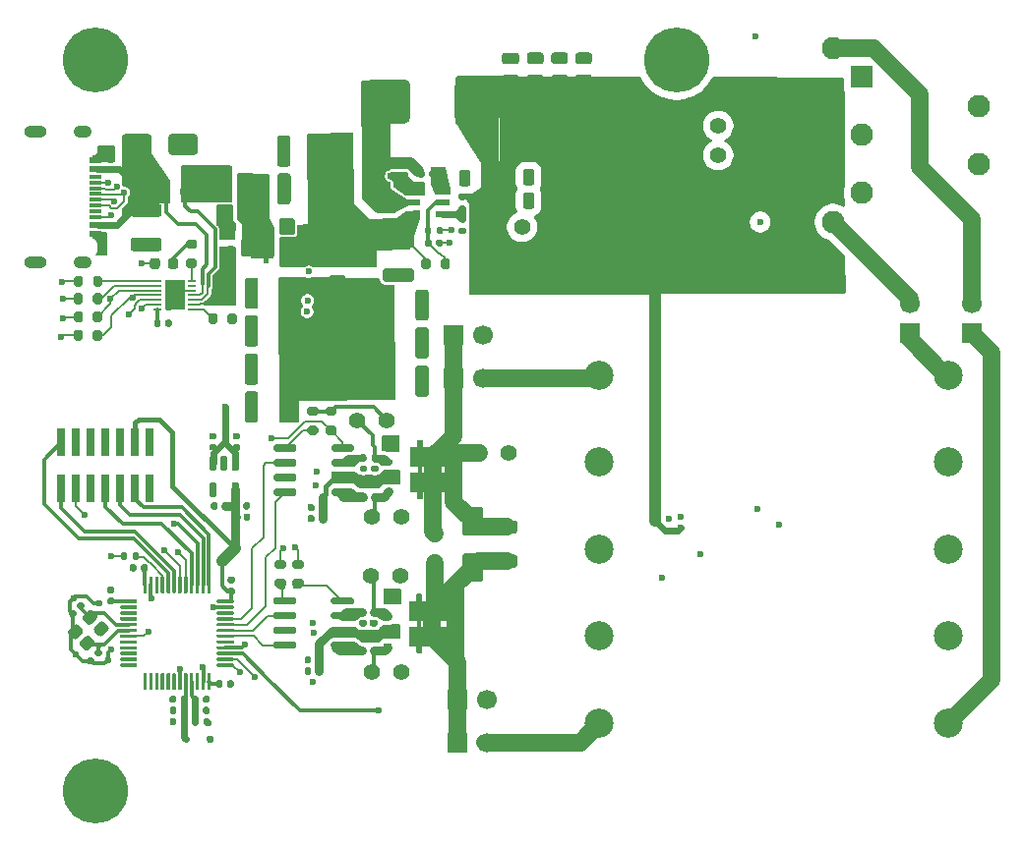
<source format=gbr>
G04 #@! TF.GenerationSoftware,KiCad,Pcbnew,9.0.1+1*
G04 #@! TF.CreationDate,2025-10-15T10:43:32+00:00*
G04 #@! TF.ProjectId,c64psu,63363470-7375-42e6-9b69-6361645f7063,rev?*
G04 #@! TF.SameCoordinates,Original*
G04 #@! TF.FileFunction,Copper,L1,Top*
G04 #@! TF.FilePolarity,Positive*
%FSLAX46Y46*%
G04 Gerber Fmt 4.6, Leading zero omitted, Abs format (unit mm)*
G04 Created by KiCad (PCBNEW 9.0.1+1) date 2025-10-15 10:43:32*
%MOMM*%
%LPD*%
G01*
G04 APERTURE LIST*
G04 #@! TA.AperFunction,ComponentPad*
%ADD10C,2.500000*%
G04 #@! TD*
G04 #@! TA.AperFunction,ComponentPad*
%ADD11C,1.400000*%
G04 #@! TD*
G04 #@! TA.AperFunction,SMDPad,CuDef*
%ADD12R,0.800000X0.200000*%
G04 #@! TD*
G04 #@! TA.AperFunction,SMDPad,CuDef*
%ADD13R,1.750000X2.650000*%
G04 #@! TD*
G04 #@! TA.AperFunction,ComponentPad*
%ADD14C,3.600000*%
G04 #@! TD*
G04 #@! TA.AperFunction,ConnectorPad*
%ADD15C,5.600000*%
G04 #@! TD*
G04 #@! TA.AperFunction,ComponentPad*
%ADD16R,1.700000X1.700000*%
G04 #@! TD*
G04 #@! TA.AperFunction,ComponentPad*
%ADD17C,1.700000*%
G04 #@! TD*
G04 #@! TA.AperFunction,SMDPad,CuDef*
%ADD18R,0.700000X0.420000*%
G04 #@! TD*
G04 #@! TA.AperFunction,SMDPad,CuDef*
%ADD19R,1.200000X0.600000*%
G04 #@! TD*
G04 #@! TA.AperFunction,ConnectorPad*
%ADD20R,1.100000X0.600000*%
G04 #@! TD*
G04 #@! TA.AperFunction,ConnectorPad*
%ADD21R,1.100000X0.300000*%
G04 #@! TD*
G04 #@! TA.AperFunction,ComponentPad*
%ADD22O,1.550000X1.050000*%
G04 #@! TD*
G04 #@! TA.AperFunction,ComponentPad*
%ADD23O,1.950000X1.050000*%
G04 #@! TD*
G04 #@! TA.AperFunction,SMDPad,CuDef*
%ADD24R,0.711200X0.406400*%
G04 #@! TD*
G04 #@! TA.AperFunction,SMDPad,CuDef*
%ADD25R,3.987800X1.727200*%
G04 #@! TD*
G04 #@! TA.AperFunction,SMDPad,CuDef*
%ADD26R,0.740000X2.400000*%
G04 #@! TD*
G04 #@! TA.AperFunction,ComponentPad*
%ADD27C,1.950000*%
G04 #@! TD*
G04 #@! TA.AperFunction,ComponentPad*
%ADD28R,1.950000X1.950000*%
G04 #@! TD*
G04 #@! TA.AperFunction,ViaPad*
%ADD29C,0.600000*%
G04 #@! TD*
G04 #@! TA.AperFunction,Conductor*
%ADD30C,0.170000*%
G04 #@! TD*
G04 #@! TA.AperFunction,Conductor*
%ADD31C,0.210000*%
G04 #@! TD*
G04 #@! TA.AperFunction,Conductor*
%ADD32C,0.300000*%
G04 #@! TD*
G04 #@! TA.AperFunction,Conductor*
%ADD33C,0.600000*%
G04 #@! TD*
G04 #@! TA.AperFunction,Conductor*
%ADD34C,1.000000*%
G04 #@! TD*
G04 #@! TA.AperFunction,Conductor*
%ADD35C,2.000000*%
G04 #@! TD*
G04 #@! TA.AperFunction,Conductor*
%ADD36C,1.500000*%
G04 #@! TD*
G04 #@! TA.AperFunction,Conductor*
%ADD37C,0.800000*%
G04 #@! TD*
G04 #@! TA.AperFunction,Conductor*
%ADD38C,0.400000*%
G04 #@! TD*
G04 APERTURE END LIST*
D10*
X183370000Y-69110000D03*
X183370000Y-76610000D03*
X183370000Y-84110000D03*
X183370000Y-91610000D03*
X183370000Y-99110000D03*
X213370000Y-69110000D03*
X213370000Y-76610000D03*
X213370000Y-84110000D03*
X213370000Y-91610000D03*
X213370000Y-99110000D03*
G04 #@! TA.AperFunction,SMDPad,CuDef*
G36*
G01*
X162745200Y-79788600D02*
X162745200Y-79418600D01*
G75*
G02*
X162880200Y-79283600I135000J0D01*
G01*
X163150200Y-79283600D01*
G75*
G02*
X163285200Y-79418600I0J-135000D01*
G01*
X163285200Y-79788600D01*
G75*
G02*
X163150200Y-79923600I-135000J0D01*
G01*
X162880200Y-79923600D01*
G75*
G02*
X162745200Y-79788600I0J135000D01*
G01*
G37*
G04 #@! TD.AperFunction*
G04 #@! TA.AperFunction,SMDPad,CuDef*
G36*
G01*
X163765200Y-79788600D02*
X163765200Y-79418600D01*
G75*
G02*
X163900200Y-79283600I135000J0D01*
G01*
X164170200Y-79283600D01*
G75*
G02*
X164305200Y-79418600I0J-135000D01*
G01*
X164305200Y-79788600D01*
G75*
G02*
X164170200Y-79923600I-135000J0D01*
G01*
X163900200Y-79923600D01*
G75*
G02*
X163765200Y-79788600I0J135000D01*
G01*
G37*
G04 #@! TD.AperFunction*
G04 #@! TA.AperFunction,SMDPad,CuDef*
G36*
G01*
X158266800Y-81653200D02*
X158266800Y-81313200D01*
G75*
G02*
X158406800Y-81173200I140000J0D01*
G01*
X158686800Y-81173200D01*
G75*
G02*
X158826800Y-81313200I0J-140000D01*
G01*
X158826800Y-81653200D01*
G75*
G02*
X158686800Y-81793200I-140000J0D01*
G01*
X158406800Y-81793200D01*
G75*
G02*
X158266800Y-81653200I0J140000D01*
G01*
G37*
G04 #@! TD.AperFunction*
G04 #@! TA.AperFunction,SMDPad,CuDef*
G36*
G01*
X159226800Y-81653200D02*
X159226800Y-81313200D01*
G75*
G02*
X159366800Y-81173200I140000J0D01*
G01*
X159646800Y-81173200D01*
G75*
G02*
X159786800Y-81313200I0J-140000D01*
G01*
X159786800Y-81653200D01*
G75*
G02*
X159646800Y-81793200I-140000J0D01*
G01*
X159366800Y-81793200D01*
G75*
G02*
X159226800Y-81653200I0J140000D01*
G01*
G37*
G04 #@! TD.AperFunction*
G04 #@! TA.AperFunction,SMDPad,CuDef*
G36*
G01*
X157990000Y-94810400D02*
X157990000Y-94470400D01*
G75*
G02*
X158130000Y-94330400I140000J0D01*
G01*
X158410000Y-94330400D01*
G75*
G02*
X158550000Y-94470400I0J-140000D01*
G01*
X158550000Y-94810400D01*
G75*
G02*
X158410000Y-94950400I-140000J0D01*
G01*
X158130000Y-94950400D01*
G75*
G02*
X157990000Y-94810400I0J140000D01*
G01*
G37*
G04 #@! TD.AperFunction*
G04 #@! TA.AperFunction,SMDPad,CuDef*
G36*
G01*
X158950000Y-94810400D02*
X158950000Y-94470400D01*
G75*
G02*
X159090000Y-94330400I140000J0D01*
G01*
X159370000Y-94330400D01*
G75*
G02*
X159510000Y-94470400I0J-140000D01*
G01*
X159510000Y-94810400D01*
G75*
G02*
X159370000Y-94950400I-140000J0D01*
G01*
X159090000Y-94950400D01*
G75*
G02*
X158950000Y-94810400I0J140000D01*
G01*
G37*
G04 #@! TD.AperFunction*
G04 #@! TA.AperFunction,SMDPad,CuDef*
G36*
G01*
X174876801Y-54577000D02*
X174876801Y-53627000D01*
G75*
G02*
X175126801Y-53377000I250000J0D01*
G01*
X175626801Y-53377000D01*
G75*
G02*
X175876801Y-53627000I0J-250000D01*
G01*
X175876801Y-54577000D01*
G75*
G02*
X175626801Y-54827000I-250000J0D01*
G01*
X175126801Y-54827000D01*
G75*
G02*
X174876801Y-54577000I0J250000D01*
G01*
G37*
G04 #@! TD.AperFunction*
G04 #@! TA.AperFunction,SMDPad,CuDef*
G36*
G01*
X176776799Y-54577000D02*
X176776799Y-53627000D01*
G75*
G02*
X177026799Y-53377000I250000J0D01*
G01*
X177526799Y-53377000D01*
G75*
G02*
X177776799Y-53627000I0J-250000D01*
G01*
X177776799Y-54577000D01*
G75*
G02*
X177526799Y-54827000I-250000J0D01*
G01*
X177026799Y-54827000D01*
G75*
G02*
X176776799Y-54577000I0J250000D01*
G01*
G37*
G04 #@! TD.AperFunction*
G04 #@! TA.AperFunction,SMDPad,CuDef*
G36*
G01*
X155350800Y-75562600D02*
X155350800Y-75262600D01*
G75*
G02*
X155500800Y-75112600I150000J0D01*
G01*
X157150800Y-75112600D01*
G75*
G02*
X157300800Y-75262600I0J-150000D01*
G01*
X157300800Y-75562600D01*
G75*
G02*
X157150800Y-75712600I-150000J0D01*
G01*
X155500800Y-75712600D01*
G75*
G02*
X155350800Y-75562600I0J150000D01*
G01*
G37*
G04 #@! TD.AperFunction*
G04 #@! TA.AperFunction,SMDPad,CuDef*
G36*
G01*
X155350800Y-76832600D02*
X155350800Y-76532600D01*
G75*
G02*
X155500800Y-76382600I150000J0D01*
G01*
X157150800Y-76382600D01*
G75*
G02*
X157300800Y-76532600I0J-150000D01*
G01*
X157300800Y-76832600D01*
G75*
G02*
X157150800Y-76982600I-150000J0D01*
G01*
X155500800Y-76982600D01*
G75*
G02*
X155350800Y-76832600I0J150000D01*
G01*
G37*
G04 #@! TD.AperFunction*
G04 #@! TA.AperFunction,SMDPad,CuDef*
G36*
G01*
X155350800Y-78102600D02*
X155350800Y-77802600D01*
G75*
G02*
X155500800Y-77652600I150000J0D01*
G01*
X157150800Y-77652600D01*
G75*
G02*
X157300800Y-77802600I0J-150000D01*
G01*
X157300800Y-78102600D01*
G75*
G02*
X157150800Y-78252600I-150000J0D01*
G01*
X155500800Y-78252600D01*
G75*
G02*
X155350800Y-78102600I0J150000D01*
G01*
G37*
G04 #@! TD.AperFunction*
G04 #@! TA.AperFunction,SMDPad,CuDef*
G36*
G01*
X155350800Y-79372600D02*
X155350800Y-79072600D01*
G75*
G02*
X155500800Y-78922600I150000J0D01*
G01*
X157150800Y-78922600D01*
G75*
G02*
X157300800Y-79072600I0J-150000D01*
G01*
X157300800Y-79372600D01*
G75*
G02*
X157150800Y-79522600I-150000J0D01*
G01*
X155500800Y-79522600D01*
G75*
G02*
X155350800Y-79372600I0J150000D01*
G01*
G37*
G04 #@! TD.AperFunction*
G04 #@! TA.AperFunction,SMDPad,CuDef*
G36*
G01*
X160300800Y-79372600D02*
X160300800Y-79072600D01*
G75*
G02*
X160450800Y-78922600I150000J0D01*
G01*
X162100800Y-78922600D01*
G75*
G02*
X162250800Y-79072600I0J-150000D01*
G01*
X162250800Y-79372600D01*
G75*
G02*
X162100800Y-79522600I-150000J0D01*
G01*
X160450800Y-79522600D01*
G75*
G02*
X160300800Y-79372600I0J150000D01*
G01*
G37*
G04 #@! TD.AperFunction*
G04 #@! TA.AperFunction,SMDPad,CuDef*
G36*
G01*
X160300800Y-78102600D02*
X160300800Y-77802600D01*
G75*
G02*
X160450800Y-77652600I150000J0D01*
G01*
X162100800Y-77652600D01*
G75*
G02*
X162250800Y-77802600I0J-150000D01*
G01*
X162250800Y-78102600D01*
G75*
G02*
X162100800Y-78252600I-150000J0D01*
G01*
X160450800Y-78252600D01*
G75*
G02*
X160300800Y-78102600I0J150000D01*
G01*
G37*
G04 #@! TD.AperFunction*
G04 #@! TA.AperFunction,SMDPad,CuDef*
G36*
G01*
X160300800Y-76832600D02*
X160300800Y-76532600D01*
G75*
G02*
X160450800Y-76382600I150000J0D01*
G01*
X162100800Y-76382600D01*
G75*
G02*
X162250800Y-76532600I0J-150000D01*
G01*
X162250800Y-76832600D01*
G75*
G02*
X162100800Y-76982600I-150000J0D01*
G01*
X160450800Y-76982600D01*
G75*
G02*
X160300800Y-76832600I0J150000D01*
G01*
G37*
G04 #@! TD.AperFunction*
G04 #@! TA.AperFunction,SMDPad,CuDef*
G36*
G01*
X160300800Y-75562600D02*
X160300800Y-75262600D01*
G75*
G02*
X160450800Y-75112600I150000J0D01*
G01*
X162100800Y-75112600D01*
G75*
G02*
X162250800Y-75262600I0J-150000D01*
G01*
X162250800Y-75562600D01*
G75*
G02*
X162100800Y-75712600I-150000J0D01*
G01*
X160450800Y-75712600D01*
G75*
G02*
X160300800Y-75562600I0J150000D01*
G01*
G37*
G04 #@! TD.AperFunction*
G04 #@! TA.AperFunction,SMDPad,CuDef*
G36*
G01*
X182491400Y-44223599D02*
X181541400Y-44223599D01*
G75*
G02*
X181291400Y-43973599I0J250000D01*
G01*
X181291400Y-43473599D01*
G75*
G02*
X181541400Y-43223599I250000J0D01*
G01*
X182491400Y-43223599D01*
G75*
G02*
X182741400Y-43473599I0J-250000D01*
G01*
X182741400Y-43973599D01*
G75*
G02*
X182491400Y-44223599I-250000J0D01*
G01*
G37*
G04 #@! TD.AperFunction*
G04 #@! TA.AperFunction,SMDPad,CuDef*
G36*
G01*
X182491400Y-42323601D02*
X181541400Y-42323601D01*
G75*
G02*
X181291400Y-42073601I0J250000D01*
G01*
X181291400Y-41573601D01*
G75*
G02*
X181541400Y-41323601I250000J0D01*
G01*
X182491400Y-41323601D01*
G75*
G02*
X182741400Y-41573601I0J-250000D01*
G01*
X182741400Y-42073601D01*
G75*
G02*
X182491400Y-42323601I-250000J0D01*
G01*
G37*
G04 #@! TD.AperFunction*
D11*
X163748400Y-94691200D03*
X166288400Y-94691200D03*
G04 #@! TA.AperFunction,SMDPad,CuDef*
G36*
G01*
X156939201Y-60977600D02*
X156939201Y-63177600D01*
G75*
G02*
X156689201Y-63427600I-250000J0D01*
G01*
X156039201Y-63427600D01*
G75*
G02*
X155789201Y-63177600I0J250000D01*
G01*
X155789201Y-60977600D01*
G75*
G02*
X156039201Y-60727600I250000J0D01*
G01*
X156689201Y-60727600D01*
G75*
G02*
X156939201Y-60977600I0J-250000D01*
G01*
G37*
G04 #@! TD.AperFunction*
G04 #@! TA.AperFunction,SMDPad,CuDef*
G36*
G01*
X153989199Y-60977600D02*
X153989199Y-63177600D01*
G75*
G02*
X153739199Y-63427600I-250000J0D01*
G01*
X153089199Y-63427600D01*
G75*
G02*
X152839199Y-63177600I0J250000D01*
G01*
X152839199Y-60977600D01*
G75*
G02*
X153089199Y-60727600I250000J0D01*
G01*
X153739199Y-60727600D01*
G75*
G02*
X153989199Y-60977600I0J-250000D01*
G01*
G37*
G04 #@! TD.AperFunction*
X163799200Y-81330800D03*
X166339200Y-81330800D03*
G04 #@! TA.AperFunction,SMDPad,CuDef*
G36*
G01*
X163187200Y-91742800D02*
X162847200Y-91742800D01*
G75*
G02*
X162707200Y-91602800I0J140000D01*
G01*
X162707200Y-91322800D01*
G75*
G02*
X162847200Y-91182800I140000J0D01*
G01*
X163187200Y-91182800D01*
G75*
G02*
X163327200Y-91322800I0J-140000D01*
G01*
X163327200Y-91602800D01*
G75*
G02*
X163187200Y-91742800I-140000J0D01*
G01*
G37*
G04 #@! TD.AperFunction*
G04 #@! TA.AperFunction,SMDPad,CuDef*
G36*
G01*
X163187200Y-90782800D02*
X162847200Y-90782800D01*
G75*
G02*
X162707200Y-90642800I0J140000D01*
G01*
X162707200Y-90362800D01*
G75*
G02*
X162847200Y-90222800I140000J0D01*
G01*
X163187200Y-90222800D01*
G75*
G02*
X163327200Y-90362800I0J-140000D01*
G01*
X163327200Y-90642800D01*
G75*
G02*
X163187200Y-90782800I-140000J0D01*
G01*
G37*
G04 #@! TD.AperFunction*
G04 #@! TA.AperFunction,SMDPad,CuDef*
G36*
G01*
X144665000Y-59766250D02*
X144665000Y-59253750D01*
G75*
G02*
X144883750Y-59035000I218750J0D01*
G01*
X145321250Y-59035000D01*
G75*
G02*
X145540000Y-59253750I0J-218750D01*
G01*
X145540000Y-59766250D01*
G75*
G02*
X145321250Y-59985000I-218750J0D01*
G01*
X144883750Y-59985000D01*
G75*
G02*
X144665000Y-59766250I0J218750D01*
G01*
G37*
G04 #@! TD.AperFunction*
G04 #@! TA.AperFunction,SMDPad,CuDef*
G36*
G01*
X146240000Y-59766250D02*
X146240000Y-59253750D01*
G75*
G02*
X146458750Y-59035000I218750J0D01*
G01*
X146896250Y-59035000D01*
G75*
G02*
X147115000Y-59253750I0J-218750D01*
G01*
X147115000Y-59766250D01*
G75*
G02*
X146896250Y-59985000I-218750J0D01*
G01*
X146458750Y-59985000D01*
G75*
G02*
X146240000Y-59766250I0J218750D01*
G01*
G37*
G04 #@! TD.AperFunction*
G04 #@! TA.AperFunction,SMDPad,CuDef*
G36*
G01*
X151454499Y-80227700D02*
X151454499Y-80567700D01*
G75*
G02*
X151314499Y-80707700I-140000J0D01*
G01*
X151034499Y-80707700D01*
G75*
G02*
X150894499Y-80567700I0J140000D01*
G01*
X150894499Y-80227700D01*
G75*
G02*
X151034499Y-80087700I140000J0D01*
G01*
X151314499Y-80087700D01*
G75*
G02*
X151454499Y-80227700I0J-140000D01*
G01*
G37*
G04 #@! TD.AperFunction*
G04 #@! TA.AperFunction,SMDPad,CuDef*
G36*
G01*
X150494499Y-80227700D02*
X150494499Y-80567700D01*
G75*
G02*
X150354499Y-80707700I-140000J0D01*
G01*
X150074499Y-80707700D01*
G75*
G02*
X149934499Y-80567700I0J140000D01*
G01*
X149934499Y-80227700D01*
G75*
G02*
X150074499Y-80087700I140000J0D01*
G01*
X150354499Y-80087700D01*
G75*
G02*
X150494499Y-80227700I0J-140000D01*
G01*
G37*
G04 #@! TD.AperFunction*
D12*
X148317500Y-63436750D03*
X148317500Y-63036750D03*
X148317500Y-62636750D03*
X148317500Y-62236750D03*
X148317500Y-61836750D03*
X148317500Y-61436750D03*
X148317500Y-61036750D03*
X145317500Y-61036750D03*
X145317500Y-61436750D03*
X145317500Y-61836750D03*
X145317500Y-62236750D03*
X145317500Y-62636750D03*
X145317500Y-63036750D03*
X145317500Y-63436750D03*
D13*
X146817500Y-62236750D03*
G04 #@! TA.AperFunction,SMDPad,CuDef*
G36*
G01*
X162694400Y-89745400D02*
X162694400Y-89375400D01*
G75*
G02*
X162829400Y-89240400I135000J0D01*
G01*
X163099400Y-89240400D01*
G75*
G02*
X163234400Y-89375400I0J-135000D01*
G01*
X163234400Y-89745400D01*
G75*
G02*
X163099400Y-89880400I-135000J0D01*
G01*
X162829400Y-89880400D01*
G75*
G02*
X162694400Y-89745400I0J135000D01*
G01*
G37*
G04 #@! TD.AperFunction*
G04 #@! TA.AperFunction,SMDPad,CuDef*
G36*
G01*
X163714400Y-89745400D02*
X163714400Y-89375400D01*
G75*
G02*
X163849400Y-89240400I135000J0D01*
G01*
X164119400Y-89240400D01*
G75*
G02*
X164254400Y-89375400I0J-135000D01*
G01*
X164254400Y-89745400D01*
G75*
G02*
X164119400Y-89880400I-135000J0D01*
G01*
X163849400Y-89880400D01*
G75*
G02*
X163714400Y-89745400I0J135000D01*
G01*
G37*
G04 #@! TD.AperFunction*
G04 #@! TA.AperFunction,SMDPad,CuDef*
G36*
G01*
X158974200Y-74287600D02*
X158424200Y-74287600D01*
G75*
G02*
X158224200Y-74087600I0J200000D01*
G01*
X158224200Y-73687600D01*
G75*
G02*
X158424200Y-73487600I200000J0D01*
G01*
X158974200Y-73487600D01*
G75*
G02*
X159174200Y-73687600I0J-200000D01*
G01*
X159174200Y-74087600D01*
G75*
G02*
X158974200Y-74287600I-200000J0D01*
G01*
G37*
G04 #@! TD.AperFunction*
G04 #@! TA.AperFunction,SMDPad,CuDef*
G36*
G01*
X158974200Y-72637600D02*
X158424200Y-72637600D01*
G75*
G02*
X158224200Y-72437600I0J200000D01*
G01*
X158224200Y-72037600D01*
G75*
G02*
X158424200Y-71837600I200000J0D01*
G01*
X158974200Y-71837600D01*
G75*
G02*
X159174200Y-72037600I0J-200000D01*
G01*
X159174200Y-72437600D01*
G75*
G02*
X158974200Y-72637600I-200000J0D01*
G01*
G37*
G04 #@! TD.AperFunction*
D14*
X190000000Y-42000000D03*
D15*
X190000000Y-42000000D03*
G04 #@! TA.AperFunction,SMDPad,CuDef*
G36*
G01*
X160549000Y-74275400D02*
X159999000Y-74275400D01*
G75*
G02*
X159799000Y-74075400I0J200000D01*
G01*
X159799000Y-73675400D01*
G75*
G02*
X159999000Y-73475400I200000J0D01*
G01*
X160549000Y-73475400D01*
G75*
G02*
X160749000Y-73675400I0J-200000D01*
G01*
X160749000Y-74075400D01*
G75*
G02*
X160549000Y-74275400I-200000J0D01*
G01*
G37*
G04 #@! TD.AperFunction*
G04 #@! TA.AperFunction,SMDPad,CuDef*
G36*
G01*
X160549000Y-72625400D02*
X159999000Y-72625400D01*
G75*
G02*
X159799000Y-72425400I0J200000D01*
G01*
X159799000Y-72025400D01*
G75*
G02*
X159999000Y-71825400I200000J0D01*
G01*
X160549000Y-71825400D01*
G75*
G02*
X160749000Y-72025400I0J-200000D01*
G01*
X160749000Y-72425400D01*
G75*
G02*
X160549000Y-72625400I-200000J0D01*
G01*
G37*
G04 #@! TD.AperFunction*
G04 #@! TA.AperFunction,SMDPad,CuDef*
G36*
G01*
X140577300Y-60763750D02*
X140577300Y-61313750D01*
G75*
G02*
X140377300Y-61513750I-200000J0D01*
G01*
X139977300Y-61513750D01*
G75*
G02*
X139777300Y-61313750I0J200000D01*
G01*
X139777300Y-60763750D01*
G75*
G02*
X139977300Y-60563750I200000J0D01*
G01*
X140377300Y-60563750D01*
G75*
G02*
X140577300Y-60763750I0J-200000D01*
G01*
G37*
G04 #@! TD.AperFunction*
G04 #@! TA.AperFunction,SMDPad,CuDef*
G36*
G01*
X138927300Y-60763750D02*
X138927300Y-61313750D01*
G75*
G02*
X138727300Y-61513750I-200000J0D01*
G01*
X138327300Y-61513750D01*
G75*
G02*
X138127300Y-61313750I0J200000D01*
G01*
X138127300Y-60763750D01*
G75*
G02*
X138327300Y-60563750I200000J0D01*
G01*
X138727300Y-60563750D01*
G75*
G02*
X138927300Y-60763750I0J-200000D01*
G01*
G37*
G04 #@! TD.AperFunction*
G04 #@! TA.AperFunction,SMDPad,CuDef*
G36*
G01*
X176192200Y-44238800D02*
X175242200Y-44238800D01*
G75*
G02*
X174992200Y-43988800I0J250000D01*
G01*
X174992200Y-43488800D01*
G75*
G02*
X175242200Y-43238800I250000J0D01*
G01*
X176192200Y-43238800D01*
G75*
G02*
X176442200Y-43488800I0J-250000D01*
G01*
X176442200Y-43988800D01*
G75*
G02*
X176192200Y-44238800I-250000J0D01*
G01*
G37*
G04 #@! TD.AperFunction*
G04 #@! TA.AperFunction,SMDPad,CuDef*
G36*
G01*
X176192200Y-42338802D02*
X175242200Y-42338802D01*
G75*
G02*
X174992200Y-42088802I0J250000D01*
G01*
X174992200Y-41588802D01*
G75*
G02*
X175242200Y-41338802I250000J0D01*
G01*
X176192200Y-41338802D01*
G75*
G02*
X176442200Y-41588802I0J-250000D01*
G01*
X176442200Y-42088802D01*
G75*
G02*
X176192200Y-42338802I-250000J0D01*
G01*
G37*
G04 #@! TD.AperFunction*
G04 #@! TA.AperFunction,SMDPad,CuDef*
G36*
G01*
X158244000Y-80688000D02*
X158244000Y-80348000D01*
G75*
G02*
X158384000Y-80208000I140000J0D01*
G01*
X158664000Y-80208000D01*
G75*
G02*
X158804000Y-80348000I0J-140000D01*
G01*
X158804000Y-80688000D01*
G75*
G02*
X158664000Y-80828000I-140000J0D01*
G01*
X158384000Y-80828000D01*
G75*
G02*
X158244000Y-80688000I0J140000D01*
G01*
G37*
G04 #@! TD.AperFunction*
G04 #@! TA.AperFunction,SMDPad,CuDef*
G36*
G01*
X159204000Y-80688000D02*
X159204000Y-80348000D01*
G75*
G02*
X159344000Y-80208000I140000J0D01*
G01*
X159624000Y-80208000D01*
G75*
G02*
X159764000Y-80348000I0J-140000D01*
G01*
X159764000Y-80688000D01*
G75*
G02*
X159624000Y-80828000I-140000J0D01*
G01*
X159344000Y-80828000D01*
G75*
G02*
X159204000Y-80688000I0J140000D01*
G01*
G37*
G04 #@! TD.AperFunction*
G04 #@! TA.AperFunction,SMDPad,CuDef*
G36*
G01*
X151410100Y-56958750D02*
X151780100Y-56958750D01*
G75*
G02*
X151915100Y-57093750I0J-135000D01*
G01*
X151915100Y-57363750D01*
G75*
G02*
X151780100Y-57498750I-135000J0D01*
G01*
X151410100Y-57498750D01*
G75*
G02*
X151275100Y-57363750I0J135000D01*
G01*
X151275100Y-57093750D01*
G75*
G02*
X151410100Y-56958750I135000J0D01*
G01*
G37*
G04 #@! TD.AperFunction*
G04 #@! TA.AperFunction,SMDPad,CuDef*
G36*
G01*
X151410100Y-57978748D02*
X151780100Y-57978748D01*
G75*
G02*
X151915100Y-58113748I0J-135000D01*
G01*
X151915100Y-58383748D01*
G75*
G02*
X151780100Y-58518748I-135000J0D01*
G01*
X151410100Y-58518748D01*
G75*
G02*
X151275100Y-58383748I0J135000D01*
G01*
X151275100Y-58113748D01*
G75*
G02*
X151410100Y-57978748I135000J0D01*
G01*
G37*
G04 #@! TD.AperFunction*
G04 #@! TA.AperFunction,SMDPad,CuDef*
G36*
G01*
X157704200Y-87483400D02*
X157154200Y-87483400D01*
G75*
G02*
X156954200Y-87283400I0J200000D01*
G01*
X156954200Y-86883400D01*
G75*
G02*
X157154200Y-86683400I200000J0D01*
G01*
X157704200Y-86683400D01*
G75*
G02*
X157904200Y-86883400I0J-200000D01*
G01*
X157904200Y-87283400D01*
G75*
G02*
X157704200Y-87483400I-200000J0D01*
G01*
G37*
G04 #@! TD.AperFunction*
G04 #@! TA.AperFunction,SMDPad,CuDef*
G36*
G01*
X157704200Y-85833400D02*
X157154200Y-85833400D01*
G75*
G02*
X156954200Y-85633400I0J200000D01*
G01*
X156954200Y-85233400D01*
G75*
G02*
X157154200Y-85033400I200000J0D01*
G01*
X157704200Y-85033400D01*
G75*
G02*
X157904200Y-85233400I0J-200000D01*
G01*
X157904200Y-85633400D01*
G75*
G02*
X157704200Y-85833400I-200000J0D01*
G01*
G37*
G04 #@! TD.AperFunction*
G04 #@! TA.AperFunction,SMDPad,CuDef*
G36*
G01*
X168674001Y-61993600D02*
X168674001Y-64193600D01*
G75*
G02*
X168424001Y-64443600I-250000J0D01*
G01*
X167774001Y-64443600D01*
G75*
G02*
X167524001Y-64193600I0J250000D01*
G01*
X167524001Y-61993600D01*
G75*
G02*
X167774001Y-61743600I250000J0D01*
G01*
X168424001Y-61743600D01*
G75*
G02*
X168674001Y-61993600I0J-250000D01*
G01*
G37*
G04 #@! TD.AperFunction*
G04 #@! TA.AperFunction,SMDPad,CuDef*
G36*
G01*
X165723999Y-61993600D02*
X165723999Y-64193600D01*
G75*
G02*
X165473999Y-64443600I-250000J0D01*
G01*
X164823999Y-64443600D01*
G75*
G02*
X164573999Y-64193600I0J250000D01*
G01*
X164573999Y-61993600D01*
G75*
G02*
X164823999Y-61743600I250000J0D01*
G01*
X165473999Y-61743600D01*
G75*
G02*
X165723999Y-61993600I0J-250000D01*
G01*
G37*
G04 #@! TD.AperFunction*
G04 #@! TA.AperFunction,SMDPad,CuDef*
G36*
G01*
X148282200Y-98197000D02*
X148282200Y-97857000D01*
G75*
G02*
X148422200Y-97717000I140000J0D01*
G01*
X148702200Y-97717000D01*
G75*
G02*
X148842200Y-97857000I0J-140000D01*
G01*
X148842200Y-98197000D01*
G75*
G02*
X148702200Y-98337000I-140000J0D01*
G01*
X148422200Y-98337000D01*
G75*
G02*
X148282200Y-98197000I0J140000D01*
G01*
G37*
G04 #@! TD.AperFunction*
G04 #@! TA.AperFunction,SMDPad,CuDef*
G36*
G01*
X149242200Y-98197000D02*
X149242200Y-97857000D01*
G75*
G02*
X149382200Y-97717000I140000J0D01*
G01*
X149662200Y-97717000D01*
G75*
G02*
X149802200Y-97857000I0J-140000D01*
G01*
X149802200Y-98197000D01*
G75*
G02*
X149662200Y-98337000I-140000J0D01*
G01*
X149382200Y-98337000D01*
G75*
G02*
X149242200Y-98197000I0J140000D01*
G01*
G37*
G04 #@! TD.AperFunction*
G04 #@! TA.AperFunction,SMDPad,CuDef*
G36*
G01*
X163812400Y-90222800D02*
X164152400Y-90222800D01*
G75*
G02*
X164292400Y-90362800I0J-140000D01*
G01*
X164292400Y-90642800D01*
G75*
G02*
X164152400Y-90782800I-140000J0D01*
G01*
X163812400Y-90782800D01*
G75*
G02*
X163672400Y-90642800I0J140000D01*
G01*
X163672400Y-90362800D01*
G75*
G02*
X163812400Y-90222800I140000J0D01*
G01*
G37*
G04 #@! TD.AperFunction*
G04 #@! TA.AperFunction,SMDPad,CuDef*
G36*
G01*
X163812400Y-91182800D02*
X164152400Y-91182800D01*
G75*
G02*
X164292400Y-91322800I0J-140000D01*
G01*
X164292400Y-91602800D01*
G75*
G02*
X164152400Y-91742800I-140000J0D01*
G01*
X163812400Y-91742800D01*
G75*
G02*
X163672400Y-91602800I0J140000D01*
G01*
X163672400Y-91322800D01*
G75*
G02*
X163812400Y-91182800I140000J0D01*
G01*
G37*
G04 #@! TD.AperFunction*
G04 #@! TA.AperFunction,SMDPad,CuDef*
G36*
G01*
X171374500Y-53504350D02*
X171744500Y-53504350D01*
G75*
G02*
X171879500Y-53639350I0J-135000D01*
G01*
X171879500Y-53909350D01*
G75*
G02*
X171744500Y-54044350I-135000J0D01*
G01*
X171374500Y-54044350D01*
G75*
G02*
X171239500Y-53909350I0J135000D01*
G01*
X171239500Y-53639350D01*
G75*
G02*
X171374500Y-53504350I135000J0D01*
G01*
G37*
G04 #@! TD.AperFunction*
G04 #@! TA.AperFunction,SMDPad,CuDef*
G36*
G01*
X171374500Y-54524348D02*
X171744500Y-54524348D01*
G75*
G02*
X171879500Y-54659348I0J-135000D01*
G01*
X171879500Y-54929348D01*
G75*
G02*
X171744500Y-55064348I-135000J0D01*
G01*
X171374500Y-55064348D01*
G75*
G02*
X171239500Y-54929348I0J135000D01*
G01*
X171239500Y-54659348D01*
G75*
G02*
X171374500Y-54524348I135000J0D01*
G01*
G37*
G04 #@! TD.AperFunction*
G04 #@! TA.AperFunction,SMDPad,CuDef*
G36*
G01*
X137957007Y-89997809D02*
X137716591Y-89757393D01*
G75*
G02*
X137716591Y-89559403I98995J98995D01*
G01*
X137914581Y-89361413D01*
G75*
G02*
X138112571Y-89361413I98995J-98995D01*
G01*
X138352987Y-89601829D01*
G75*
G02*
X138352987Y-89799819I-98995J-98995D01*
G01*
X138154997Y-89997809D01*
G75*
G02*
X137957007Y-89997809I-98995J98995D01*
G01*
G37*
G04 #@! TD.AperFunction*
G04 #@! TA.AperFunction,SMDPad,CuDef*
G36*
G01*
X138635829Y-89318987D02*
X138395413Y-89078571D01*
G75*
G02*
X138395413Y-88880581I98995J98995D01*
G01*
X138593403Y-88682591D01*
G75*
G02*
X138791393Y-88682591I98995J-98995D01*
G01*
X139031809Y-88923007D01*
G75*
G02*
X139031809Y-89120997I-98995J-98995D01*
G01*
X138833819Y-89318987D01*
G75*
G02*
X138635829Y-89318987I-98995J98995D01*
G01*
G37*
G04 #@! TD.AperFunction*
D16*
X170784600Y-65684400D03*
D17*
X173324600Y-65684400D03*
G04 #@! TA.AperFunction,SMDPad,CuDef*
G36*
G01*
X145645700Y-53592150D02*
X145645700Y-53042150D01*
G75*
G02*
X145845700Y-52842150I200000J0D01*
G01*
X146245700Y-52842150D01*
G75*
G02*
X146445700Y-53042150I0J-200000D01*
G01*
X146445700Y-53592150D01*
G75*
G02*
X146245700Y-53792150I-200000J0D01*
G01*
X145845700Y-53792150D01*
G75*
G02*
X145645700Y-53592150I0J200000D01*
G01*
G37*
G04 #@! TD.AperFunction*
G04 #@! TA.AperFunction,SMDPad,CuDef*
G36*
G01*
X147295700Y-53592150D02*
X147295700Y-53042150D01*
G75*
G02*
X147495700Y-52842150I200000J0D01*
G01*
X147895700Y-52842150D01*
G75*
G02*
X148095700Y-53042150I0J-200000D01*
G01*
X148095700Y-53592150D01*
G75*
G02*
X147895700Y-53792150I-200000J0D01*
G01*
X147495700Y-53792150D01*
G75*
G02*
X147295700Y-53592150I0J200000D01*
G01*
G37*
G04 #@! TD.AperFunction*
D16*
X171140200Y-100787200D03*
D17*
X173680200Y-100787200D03*
G04 #@! TA.AperFunction,SMDPad,CuDef*
G36*
G01*
X171374500Y-55432751D02*
X171744500Y-55432751D01*
G75*
G02*
X171879500Y-55567751I0J-135000D01*
G01*
X171879500Y-55837751D01*
G75*
G02*
X171744500Y-55972751I-135000J0D01*
G01*
X171374500Y-55972751D01*
G75*
G02*
X171239500Y-55837751I0J135000D01*
G01*
X171239500Y-55567751D01*
G75*
G02*
X171374500Y-55432751I135000J0D01*
G01*
G37*
G04 #@! TD.AperFunction*
G04 #@! TA.AperFunction,SMDPad,CuDef*
G36*
G01*
X171374500Y-56452749D02*
X171744500Y-56452749D01*
G75*
G02*
X171879500Y-56587749I0J-135000D01*
G01*
X171879500Y-56857749D01*
G75*
G02*
X171744500Y-56992749I-135000J0D01*
G01*
X171374500Y-56992749D01*
G75*
G02*
X171239500Y-56857749I0J135000D01*
G01*
X171239500Y-56587749D01*
G75*
G02*
X171374500Y-56452749I135000J0D01*
G01*
G37*
G04 #@! TD.AperFunction*
G04 #@! TA.AperFunction,SMDPad,CuDef*
G36*
G01*
X140569400Y-63834600D02*
X140569400Y-64384600D01*
G75*
G02*
X140369400Y-64584600I-200000J0D01*
G01*
X139969400Y-64584600D01*
G75*
G02*
X139769400Y-64384600I0J200000D01*
G01*
X139769400Y-63834600D01*
G75*
G02*
X139969400Y-63634600I200000J0D01*
G01*
X140369400Y-63634600D01*
G75*
G02*
X140569400Y-63834600I0J-200000D01*
G01*
G37*
G04 #@! TD.AperFunction*
G04 #@! TA.AperFunction,SMDPad,CuDef*
G36*
G01*
X138919400Y-63834600D02*
X138919400Y-64384600D01*
G75*
G02*
X138719400Y-64584600I-200000J0D01*
G01*
X138319400Y-64584600D01*
G75*
G02*
X138119400Y-64384600I0J200000D01*
G01*
X138119400Y-63834600D01*
G75*
G02*
X138319400Y-63634600I200000J0D01*
G01*
X138719400Y-63634600D01*
G75*
G02*
X138919400Y-63834600I0J-200000D01*
G01*
G37*
G04 #@! TD.AperFunction*
G04 #@! TA.AperFunction,SMDPad,CuDef*
G36*
G01*
X142281098Y-49903150D02*
X142281098Y-48603150D01*
G75*
G02*
X142531098Y-48353150I250000J0D01*
G01*
X144531098Y-48353150D01*
G75*
G02*
X144781098Y-48603150I0J-250000D01*
G01*
X144781098Y-49903150D01*
G75*
G02*
X144531098Y-50153150I-250000J0D01*
G01*
X142531098Y-50153150D01*
G75*
G02*
X142281098Y-49903150I0J250000D01*
G01*
G37*
G04 #@! TD.AperFunction*
G04 #@! TA.AperFunction,SMDPad,CuDef*
G36*
G01*
X146281100Y-49903150D02*
X146281100Y-48603150D01*
G75*
G02*
X146531100Y-48353150I250000J0D01*
G01*
X148531100Y-48353150D01*
G75*
G02*
X148781100Y-48603150I0J-250000D01*
G01*
X148781100Y-49903150D01*
G75*
G02*
X148531100Y-50153150I-250000J0D01*
G01*
X146531100Y-50153150D01*
G75*
G02*
X146281100Y-49903150I0J250000D01*
G01*
G37*
G04 #@! TD.AperFunction*
G04 #@! TA.AperFunction,SMDPad,CuDef*
G36*
G01*
X150254899Y-75620500D02*
X149914899Y-75620500D01*
G75*
G02*
X149774899Y-75480500I0J140000D01*
G01*
X149774899Y-75200500D01*
G75*
G02*
X149914899Y-75060500I140000J0D01*
G01*
X150254899Y-75060500D01*
G75*
G02*
X150394899Y-75200500I0J-140000D01*
G01*
X150394899Y-75480500D01*
G75*
G02*
X150254899Y-75620500I-140000J0D01*
G01*
G37*
G04 #@! TD.AperFunction*
G04 #@! TA.AperFunction,SMDPad,CuDef*
G36*
G01*
X150254899Y-74660500D02*
X149914899Y-74660500D01*
G75*
G02*
X149774899Y-74520500I0J140000D01*
G01*
X149774899Y-74240500D01*
G75*
G02*
X149914899Y-74100500I140000J0D01*
G01*
X150254899Y-74100500D01*
G75*
G02*
X150394899Y-74240500I0J-140000D01*
G01*
X150394899Y-74520500D01*
G75*
G02*
X150254899Y-74660500I-140000J0D01*
G01*
G37*
G04 #@! TD.AperFunction*
D18*
X156210000Y-58724800D03*
X156210000Y-58074800D03*
X156210000Y-57424800D03*
X156210000Y-56774800D03*
G04 #@! TA.AperFunction,SMDPad,CuDef*
G36*
X154506464Y-59503336D02*
G01*
X154505000Y-59499800D01*
X154505000Y-59054800D01*
X153410000Y-59054800D01*
X153406464Y-59053336D01*
X153405000Y-59049800D01*
X153405000Y-58939800D01*
X152860000Y-58939800D01*
X152856464Y-58938336D01*
X152855000Y-58934800D01*
X152855000Y-58514800D01*
X152856464Y-58511264D01*
X152860000Y-58509800D01*
X153405000Y-58509800D01*
X153405000Y-58289800D01*
X152860000Y-58289800D01*
X152856464Y-58288336D01*
X152855000Y-58284800D01*
X152855000Y-57864800D01*
X152856464Y-57861264D01*
X152860000Y-57859800D01*
X153405000Y-57859800D01*
X153405000Y-57639800D01*
X152860000Y-57639800D01*
X152856464Y-57638336D01*
X152855000Y-57634800D01*
X152855000Y-57214800D01*
X152856464Y-57211264D01*
X152860000Y-57209800D01*
X153405000Y-57209800D01*
X153405000Y-56989800D01*
X152860000Y-56989800D01*
X152856464Y-56988336D01*
X152855000Y-56984800D01*
X152855000Y-56564800D01*
X152856464Y-56561264D01*
X152860000Y-56559800D01*
X153405000Y-56559800D01*
X153405000Y-56449800D01*
X153406464Y-56446264D01*
X153410000Y-56444800D01*
X154505000Y-56444800D01*
X154505000Y-55999800D01*
X154506464Y-55996264D01*
X154510000Y-55994800D01*
X154910000Y-55994800D01*
X154913536Y-55996264D01*
X154915000Y-55999800D01*
X154915000Y-56444800D01*
X155310000Y-56444800D01*
X155313536Y-56446264D01*
X155315000Y-56449800D01*
X155315000Y-59049800D01*
X155313536Y-59053336D01*
X155310000Y-59054800D01*
X154915000Y-59054800D01*
X154915000Y-59499800D01*
X154913536Y-59503336D01*
X154910000Y-59504800D01*
X154510000Y-59504800D01*
X154506464Y-59503336D01*
G37*
G04 #@! TD.AperFunction*
D16*
X170835400Y-69392800D03*
D17*
X173375400Y-69392800D03*
G04 #@! TA.AperFunction,SMDPad,CuDef*
G36*
G01*
X174177899Y-51673750D02*
X174177899Y-52623750D01*
G75*
G02*
X173927899Y-52873750I-250000J0D01*
G01*
X173427899Y-52873750D01*
G75*
G02*
X173177899Y-52623750I0J250000D01*
G01*
X173177899Y-51673750D01*
G75*
G02*
X173427899Y-51423750I250000J0D01*
G01*
X173927899Y-51423750D01*
G75*
G02*
X174177899Y-51673750I0J-250000D01*
G01*
G37*
G04 #@! TD.AperFunction*
G04 #@! TA.AperFunction,SMDPad,CuDef*
G36*
G01*
X172277901Y-51673750D02*
X172277901Y-52623750D01*
G75*
G02*
X172027901Y-52873750I-250000J0D01*
G01*
X171527901Y-52873750D01*
G75*
G02*
X171277901Y-52623750I0J250000D01*
G01*
X171277901Y-51673750D01*
G75*
G02*
X171527901Y-51423750I250000J0D01*
G01*
X172027901Y-51423750D01*
G75*
G02*
X172277901Y-51673750I0J-250000D01*
G01*
G37*
G04 #@! TD.AperFunction*
D11*
X172994001Y-75844400D03*
X175534001Y-75844400D03*
X165079999Y-73050400D03*
X162539999Y-73050400D03*
G04 #@! TA.AperFunction,SMDPad,CuDef*
G36*
G01*
X152286899Y-75643300D02*
X151946899Y-75643300D01*
G75*
G02*
X151806899Y-75503300I0J140000D01*
G01*
X151806899Y-75223300D01*
G75*
G02*
X151946899Y-75083300I140000J0D01*
G01*
X152286899Y-75083300D01*
G75*
G02*
X152426899Y-75223300I0J-140000D01*
G01*
X152426899Y-75503300D01*
G75*
G02*
X152286899Y-75643300I-140000J0D01*
G01*
G37*
G04 #@! TD.AperFunction*
G04 #@! TA.AperFunction,SMDPad,CuDef*
G36*
G01*
X152286899Y-74683300D02*
X151946899Y-74683300D01*
G75*
G02*
X151806899Y-74543300I0J140000D01*
G01*
X151806899Y-74263300D01*
G75*
G02*
X151946899Y-74123300I140000J0D01*
G01*
X152286899Y-74123300D01*
G75*
G02*
X152426899Y-74263300I0J-140000D01*
G01*
X152426899Y-74543300D01*
G75*
G02*
X152286899Y-74683300I-140000J0D01*
G01*
G37*
G04 #@! TD.AperFunction*
G04 #@! TA.AperFunction,SMDPad,CuDef*
G36*
G01*
X147899800Y-97857000D02*
X147899800Y-98197000D01*
G75*
G02*
X147759800Y-98337000I-140000J0D01*
G01*
X147479800Y-98337000D01*
G75*
G02*
X147339800Y-98197000I0J140000D01*
G01*
X147339800Y-97857000D01*
G75*
G02*
X147479800Y-97717000I140000J0D01*
G01*
X147759800Y-97717000D01*
G75*
G02*
X147899800Y-97857000I0J-140000D01*
G01*
G37*
G04 #@! TD.AperFunction*
G04 #@! TA.AperFunction,SMDPad,CuDef*
G36*
G01*
X146939800Y-97857000D02*
X146939800Y-98197000D01*
G75*
G02*
X146799800Y-98337000I-140000J0D01*
G01*
X146519800Y-98337000D01*
G75*
G02*
X146379800Y-98197000I0J140000D01*
G01*
X146379800Y-97857000D01*
G75*
G02*
X146519800Y-97717000I140000J0D01*
G01*
X146799800Y-97717000D01*
G75*
G02*
X146939800Y-97857000I0J-140000D01*
G01*
G37*
G04 #@! TD.AperFunction*
G04 #@! TA.AperFunction,SMDPad,CuDef*
G36*
G01*
X149822199Y-98807200D02*
X149822199Y-99177200D01*
G75*
G02*
X149687199Y-99312200I-135000J0D01*
G01*
X149417199Y-99312200D01*
G75*
G02*
X149282199Y-99177200I0J135000D01*
G01*
X149282199Y-98807200D01*
G75*
G02*
X149417199Y-98672200I135000J0D01*
G01*
X149687199Y-98672200D01*
G75*
G02*
X149822199Y-98807200I0J-135000D01*
G01*
G37*
G04 #@! TD.AperFunction*
G04 #@! TA.AperFunction,SMDPad,CuDef*
G36*
G01*
X148802201Y-98807200D02*
X148802201Y-99177200D01*
G75*
G02*
X148667201Y-99312200I-135000J0D01*
G01*
X148397201Y-99312200D01*
G75*
G02*
X148262201Y-99177200I0J135000D01*
G01*
X148262201Y-98807200D01*
G75*
G02*
X148397201Y-98672200I135000J0D01*
G01*
X148667201Y-98672200D01*
G75*
G02*
X148802201Y-98807200I0J-135000D01*
G01*
G37*
G04 #@! TD.AperFunction*
G04 #@! TA.AperFunction,SMDPad,CuDef*
G36*
G01*
X160382800Y-58671400D02*
X161282800Y-58671400D01*
G75*
G02*
X161532800Y-58921400I0J-250000D01*
G01*
X161532800Y-59446400D01*
G75*
G02*
X161282800Y-59696400I-250000J0D01*
G01*
X160382800Y-59696400D01*
G75*
G02*
X160132800Y-59446400I0J250000D01*
G01*
X160132800Y-58921400D01*
G75*
G02*
X160382800Y-58671400I250000J0D01*
G01*
G37*
G04 #@! TD.AperFunction*
G04 #@! TA.AperFunction,SMDPad,CuDef*
G36*
G01*
X160382800Y-60496400D02*
X161282800Y-60496400D01*
G75*
G02*
X161532800Y-60746400I0J-250000D01*
G01*
X161532800Y-61271400D01*
G75*
G02*
X161282800Y-61521400I-250000J0D01*
G01*
X160382800Y-61521400D01*
G75*
G02*
X160132800Y-61271400I0J250000D01*
G01*
X160132800Y-60746400D01*
G75*
G02*
X160382800Y-60496400I250000J0D01*
G01*
G37*
G04 #@! TD.AperFunction*
X169214800Y-85344000D03*
X169214800Y-82804000D03*
G04 #@! TA.AperFunction,SMDPad,CuDef*
G36*
G01*
X142110200Y-88697200D02*
X142110200Y-88547200D01*
G75*
G02*
X142185200Y-88472200I75000J0D01*
G01*
X143510200Y-88472200D01*
G75*
G02*
X143585200Y-88547200I0J-75000D01*
G01*
X143585200Y-88697200D01*
G75*
G02*
X143510200Y-88772200I-75000J0D01*
G01*
X142185200Y-88772200D01*
G75*
G02*
X142110200Y-88697200I0J75000D01*
G01*
G37*
G04 #@! TD.AperFunction*
G04 #@! TA.AperFunction,SMDPad,CuDef*
G36*
G01*
X142110200Y-89197200D02*
X142110200Y-89047200D01*
G75*
G02*
X142185200Y-88972200I75000J0D01*
G01*
X143510200Y-88972200D01*
G75*
G02*
X143585200Y-89047200I0J-75000D01*
G01*
X143585200Y-89197200D01*
G75*
G02*
X143510200Y-89272200I-75000J0D01*
G01*
X142185200Y-89272200D01*
G75*
G02*
X142110200Y-89197200I0J75000D01*
G01*
G37*
G04 #@! TD.AperFunction*
G04 #@! TA.AperFunction,SMDPad,CuDef*
G36*
G01*
X142110200Y-89697200D02*
X142110200Y-89547200D01*
G75*
G02*
X142185200Y-89472200I75000J0D01*
G01*
X143510200Y-89472200D01*
G75*
G02*
X143585200Y-89547200I0J-75000D01*
G01*
X143585200Y-89697200D01*
G75*
G02*
X143510200Y-89772200I-75000J0D01*
G01*
X142185200Y-89772200D01*
G75*
G02*
X142110200Y-89697200I0J75000D01*
G01*
G37*
G04 #@! TD.AperFunction*
G04 #@! TA.AperFunction,SMDPad,CuDef*
G36*
G01*
X142110200Y-90197200D02*
X142110200Y-90047200D01*
G75*
G02*
X142185200Y-89972200I75000J0D01*
G01*
X143510200Y-89972200D01*
G75*
G02*
X143585200Y-90047200I0J-75000D01*
G01*
X143585200Y-90197200D01*
G75*
G02*
X143510200Y-90272200I-75000J0D01*
G01*
X142185200Y-90272200D01*
G75*
G02*
X142110200Y-90197200I0J75000D01*
G01*
G37*
G04 #@! TD.AperFunction*
G04 #@! TA.AperFunction,SMDPad,CuDef*
G36*
G01*
X142110200Y-90697200D02*
X142110200Y-90547200D01*
G75*
G02*
X142185200Y-90472200I75000J0D01*
G01*
X143510200Y-90472200D01*
G75*
G02*
X143585200Y-90547200I0J-75000D01*
G01*
X143585200Y-90697200D01*
G75*
G02*
X143510200Y-90772200I-75000J0D01*
G01*
X142185200Y-90772200D01*
G75*
G02*
X142110200Y-90697200I0J75000D01*
G01*
G37*
G04 #@! TD.AperFunction*
G04 #@! TA.AperFunction,SMDPad,CuDef*
G36*
G01*
X142110200Y-91197200D02*
X142110200Y-91047200D01*
G75*
G02*
X142185200Y-90972200I75000J0D01*
G01*
X143510200Y-90972200D01*
G75*
G02*
X143585200Y-91047200I0J-75000D01*
G01*
X143585200Y-91197200D01*
G75*
G02*
X143510200Y-91272200I-75000J0D01*
G01*
X142185200Y-91272200D01*
G75*
G02*
X142110200Y-91197200I0J75000D01*
G01*
G37*
G04 #@! TD.AperFunction*
G04 #@! TA.AperFunction,SMDPad,CuDef*
G36*
G01*
X142110200Y-91697200D02*
X142110200Y-91547200D01*
G75*
G02*
X142185200Y-91472200I75000J0D01*
G01*
X143510200Y-91472200D01*
G75*
G02*
X143585200Y-91547200I0J-75000D01*
G01*
X143585200Y-91697200D01*
G75*
G02*
X143510200Y-91772200I-75000J0D01*
G01*
X142185200Y-91772200D01*
G75*
G02*
X142110200Y-91697200I0J75000D01*
G01*
G37*
G04 #@! TD.AperFunction*
G04 #@! TA.AperFunction,SMDPad,CuDef*
G36*
G01*
X142110200Y-92197200D02*
X142110200Y-92047200D01*
G75*
G02*
X142185200Y-91972200I75000J0D01*
G01*
X143510200Y-91972200D01*
G75*
G02*
X143585200Y-92047200I0J-75000D01*
G01*
X143585200Y-92197200D01*
G75*
G02*
X143510200Y-92272200I-75000J0D01*
G01*
X142185200Y-92272200D01*
G75*
G02*
X142110200Y-92197200I0J75000D01*
G01*
G37*
G04 #@! TD.AperFunction*
G04 #@! TA.AperFunction,SMDPad,CuDef*
G36*
G01*
X142110200Y-92697200D02*
X142110200Y-92547200D01*
G75*
G02*
X142185200Y-92472200I75000J0D01*
G01*
X143510200Y-92472200D01*
G75*
G02*
X143585200Y-92547200I0J-75000D01*
G01*
X143585200Y-92697200D01*
G75*
G02*
X143510200Y-92772200I-75000J0D01*
G01*
X142185200Y-92772200D01*
G75*
G02*
X142110200Y-92697200I0J75000D01*
G01*
G37*
G04 #@! TD.AperFunction*
G04 #@! TA.AperFunction,SMDPad,CuDef*
G36*
G01*
X142110200Y-93197200D02*
X142110200Y-93047200D01*
G75*
G02*
X142185200Y-92972200I75000J0D01*
G01*
X143510200Y-92972200D01*
G75*
G02*
X143585200Y-93047200I0J-75000D01*
G01*
X143585200Y-93197200D01*
G75*
G02*
X143510200Y-93272200I-75000J0D01*
G01*
X142185200Y-93272200D01*
G75*
G02*
X142110200Y-93197200I0J75000D01*
G01*
G37*
G04 #@! TD.AperFunction*
G04 #@! TA.AperFunction,SMDPad,CuDef*
G36*
G01*
X142110200Y-93697200D02*
X142110200Y-93547200D01*
G75*
G02*
X142185200Y-93472200I75000J0D01*
G01*
X143510200Y-93472200D01*
G75*
G02*
X143585200Y-93547200I0J-75000D01*
G01*
X143585200Y-93697200D01*
G75*
G02*
X143510200Y-93772200I-75000J0D01*
G01*
X142185200Y-93772200D01*
G75*
G02*
X142110200Y-93697200I0J75000D01*
G01*
G37*
G04 #@! TD.AperFunction*
G04 #@! TA.AperFunction,SMDPad,CuDef*
G36*
G01*
X142110200Y-94197200D02*
X142110200Y-94047200D01*
G75*
G02*
X142185200Y-93972200I75000J0D01*
G01*
X143510200Y-93972200D01*
G75*
G02*
X143585200Y-94047200I0J-75000D01*
G01*
X143585200Y-94197200D01*
G75*
G02*
X143510200Y-94272200I-75000J0D01*
G01*
X142185200Y-94272200D01*
G75*
G02*
X142110200Y-94197200I0J75000D01*
G01*
G37*
G04 #@! TD.AperFunction*
G04 #@! TA.AperFunction,SMDPad,CuDef*
G36*
G01*
X144110200Y-96197200D02*
X144110200Y-94872200D01*
G75*
G02*
X144185200Y-94797200I75000J0D01*
G01*
X144335200Y-94797200D01*
G75*
G02*
X144410200Y-94872200I0J-75000D01*
G01*
X144410200Y-96197200D01*
G75*
G02*
X144335200Y-96272200I-75000J0D01*
G01*
X144185200Y-96272200D01*
G75*
G02*
X144110200Y-96197200I0J75000D01*
G01*
G37*
G04 #@! TD.AperFunction*
G04 #@! TA.AperFunction,SMDPad,CuDef*
G36*
G01*
X144610200Y-96197200D02*
X144610200Y-94872200D01*
G75*
G02*
X144685200Y-94797200I75000J0D01*
G01*
X144835200Y-94797200D01*
G75*
G02*
X144910200Y-94872200I0J-75000D01*
G01*
X144910200Y-96197200D01*
G75*
G02*
X144835200Y-96272200I-75000J0D01*
G01*
X144685200Y-96272200D01*
G75*
G02*
X144610200Y-96197200I0J75000D01*
G01*
G37*
G04 #@! TD.AperFunction*
G04 #@! TA.AperFunction,SMDPad,CuDef*
G36*
G01*
X145110200Y-96197200D02*
X145110200Y-94872200D01*
G75*
G02*
X145185200Y-94797200I75000J0D01*
G01*
X145335200Y-94797200D01*
G75*
G02*
X145410200Y-94872200I0J-75000D01*
G01*
X145410200Y-96197200D01*
G75*
G02*
X145335200Y-96272200I-75000J0D01*
G01*
X145185200Y-96272200D01*
G75*
G02*
X145110200Y-96197200I0J75000D01*
G01*
G37*
G04 #@! TD.AperFunction*
G04 #@! TA.AperFunction,SMDPad,CuDef*
G36*
G01*
X145610200Y-96197200D02*
X145610200Y-94872200D01*
G75*
G02*
X145685200Y-94797200I75000J0D01*
G01*
X145835200Y-94797200D01*
G75*
G02*
X145910200Y-94872200I0J-75000D01*
G01*
X145910200Y-96197200D01*
G75*
G02*
X145835200Y-96272200I-75000J0D01*
G01*
X145685200Y-96272200D01*
G75*
G02*
X145610200Y-96197200I0J75000D01*
G01*
G37*
G04 #@! TD.AperFunction*
G04 #@! TA.AperFunction,SMDPad,CuDef*
G36*
G01*
X146110200Y-96197200D02*
X146110200Y-94872200D01*
G75*
G02*
X146185200Y-94797200I75000J0D01*
G01*
X146335200Y-94797200D01*
G75*
G02*
X146410200Y-94872200I0J-75000D01*
G01*
X146410200Y-96197200D01*
G75*
G02*
X146335200Y-96272200I-75000J0D01*
G01*
X146185200Y-96272200D01*
G75*
G02*
X146110200Y-96197200I0J75000D01*
G01*
G37*
G04 #@! TD.AperFunction*
G04 #@! TA.AperFunction,SMDPad,CuDef*
G36*
G01*
X146610200Y-96197200D02*
X146610200Y-94872200D01*
G75*
G02*
X146685200Y-94797200I75000J0D01*
G01*
X146835200Y-94797200D01*
G75*
G02*
X146910200Y-94872200I0J-75000D01*
G01*
X146910200Y-96197200D01*
G75*
G02*
X146835200Y-96272200I-75000J0D01*
G01*
X146685200Y-96272200D01*
G75*
G02*
X146610200Y-96197200I0J75000D01*
G01*
G37*
G04 #@! TD.AperFunction*
G04 #@! TA.AperFunction,SMDPad,CuDef*
G36*
G01*
X147110200Y-96197200D02*
X147110200Y-94872200D01*
G75*
G02*
X147185200Y-94797200I75000J0D01*
G01*
X147335200Y-94797200D01*
G75*
G02*
X147410200Y-94872200I0J-75000D01*
G01*
X147410200Y-96197200D01*
G75*
G02*
X147335200Y-96272200I-75000J0D01*
G01*
X147185200Y-96272200D01*
G75*
G02*
X147110200Y-96197200I0J75000D01*
G01*
G37*
G04 #@! TD.AperFunction*
G04 #@! TA.AperFunction,SMDPad,CuDef*
G36*
G01*
X147610200Y-96197200D02*
X147610200Y-94872200D01*
G75*
G02*
X147685200Y-94797200I75000J0D01*
G01*
X147835200Y-94797200D01*
G75*
G02*
X147910200Y-94872200I0J-75000D01*
G01*
X147910200Y-96197200D01*
G75*
G02*
X147835200Y-96272200I-75000J0D01*
G01*
X147685200Y-96272200D01*
G75*
G02*
X147610200Y-96197200I0J75000D01*
G01*
G37*
G04 #@! TD.AperFunction*
G04 #@! TA.AperFunction,SMDPad,CuDef*
G36*
G01*
X148110200Y-96197200D02*
X148110200Y-94872200D01*
G75*
G02*
X148185200Y-94797200I75000J0D01*
G01*
X148335200Y-94797200D01*
G75*
G02*
X148410200Y-94872200I0J-75000D01*
G01*
X148410200Y-96197200D01*
G75*
G02*
X148335200Y-96272200I-75000J0D01*
G01*
X148185200Y-96272200D01*
G75*
G02*
X148110200Y-96197200I0J75000D01*
G01*
G37*
G04 #@! TD.AperFunction*
G04 #@! TA.AperFunction,SMDPad,CuDef*
G36*
G01*
X148610200Y-96197200D02*
X148610200Y-94872200D01*
G75*
G02*
X148685200Y-94797200I75000J0D01*
G01*
X148835200Y-94797200D01*
G75*
G02*
X148910200Y-94872200I0J-75000D01*
G01*
X148910200Y-96197200D01*
G75*
G02*
X148835200Y-96272200I-75000J0D01*
G01*
X148685200Y-96272200D01*
G75*
G02*
X148610200Y-96197200I0J75000D01*
G01*
G37*
G04 #@! TD.AperFunction*
G04 #@! TA.AperFunction,SMDPad,CuDef*
G36*
G01*
X149110200Y-96197200D02*
X149110200Y-94872200D01*
G75*
G02*
X149185200Y-94797200I75000J0D01*
G01*
X149335200Y-94797200D01*
G75*
G02*
X149410200Y-94872200I0J-75000D01*
G01*
X149410200Y-96197200D01*
G75*
G02*
X149335200Y-96272200I-75000J0D01*
G01*
X149185200Y-96272200D01*
G75*
G02*
X149110200Y-96197200I0J75000D01*
G01*
G37*
G04 #@! TD.AperFunction*
G04 #@! TA.AperFunction,SMDPad,CuDef*
G36*
G01*
X149610200Y-96197200D02*
X149610200Y-94872200D01*
G75*
G02*
X149685200Y-94797200I75000J0D01*
G01*
X149835200Y-94797200D01*
G75*
G02*
X149910200Y-94872200I0J-75000D01*
G01*
X149910200Y-96197200D01*
G75*
G02*
X149835200Y-96272200I-75000J0D01*
G01*
X149685200Y-96272200D01*
G75*
G02*
X149610200Y-96197200I0J75000D01*
G01*
G37*
G04 #@! TD.AperFunction*
G04 #@! TA.AperFunction,SMDPad,CuDef*
G36*
G01*
X150435200Y-94197200D02*
X150435200Y-94047200D01*
G75*
G02*
X150510200Y-93972200I75000J0D01*
G01*
X151835200Y-93972200D01*
G75*
G02*
X151910200Y-94047200I0J-75000D01*
G01*
X151910200Y-94197200D01*
G75*
G02*
X151835200Y-94272200I-75000J0D01*
G01*
X150510200Y-94272200D01*
G75*
G02*
X150435200Y-94197200I0J75000D01*
G01*
G37*
G04 #@! TD.AperFunction*
G04 #@! TA.AperFunction,SMDPad,CuDef*
G36*
G01*
X150435200Y-93697200D02*
X150435200Y-93547200D01*
G75*
G02*
X150510200Y-93472200I75000J0D01*
G01*
X151835200Y-93472200D01*
G75*
G02*
X151910200Y-93547200I0J-75000D01*
G01*
X151910200Y-93697200D01*
G75*
G02*
X151835200Y-93772200I-75000J0D01*
G01*
X150510200Y-93772200D01*
G75*
G02*
X150435200Y-93697200I0J75000D01*
G01*
G37*
G04 #@! TD.AperFunction*
G04 #@! TA.AperFunction,SMDPad,CuDef*
G36*
G01*
X150435200Y-93197200D02*
X150435200Y-93047200D01*
G75*
G02*
X150510200Y-92972200I75000J0D01*
G01*
X151835200Y-92972200D01*
G75*
G02*
X151910200Y-93047200I0J-75000D01*
G01*
X151910200Y-93197200D01*
G75*
G02*
X151835200Y-93272200I-75000J0D01*
G01*
X150510200Y-93272200D01*
G75*
G02*
X150435200Y-93197200I0J75000D01*
G01*
G37*
G04 #@! TD.AperFunction*
G04 #@! TA.AperFunction,SMDPad,CuDef*
G36*
G01*
X150435200Y-92697200D02*
X150435200Y-92547200D01*
G75*
G02*
X150510200Y-92472200I75000J0D01*
G01*
X151835200Y-92472200D01*
G75*
G02*
X151910200Y-92547200I0J-75000D01*
G01*
X151910200Y-92697200D01*
G75*
G02*
X151835200Y-92772200I-75000J0D01*
G01*
X150510200Y-92772200D01*
G75*
G02*
X150435200Y-92697200I0J75000D01*
G01*
G37*
G04 #@! TD.AperFunction*
G04 #@! TA.AperFunction,SMDPad,CuDef*
G36*
G01*
X150435200Y-92197200D02*
X150435200Y-92047200D01*
G75*
G02*
X150510200Y-91972200I75000J0D01*
G01*
X151835200Y-91972200D01*
G75*
G02*
X151910200Y-92047200I0J-75000D01*
G01*
X151910200Y-92197200D01*
G75*
G02*
X151835200Y-92272200I-75000J0D01*
G01*
X150510200Y-92272200D01*
G75*
G02*
X150435200Y-92197200I0J75000D01*
G01*
G37*
G04 #@! TD.AperFunction*
G04 #@! TA.AperFunction,SMDPad,CuDef*
G36*
G01*
X150435200Y-91697200D02*
X150435200Y-91547200D01*
G75*
G02*
X150510200Y-91472200I75000J0D01*
G01*
X151835200Y-91472200D01*
G75*
G02*
X151910200Y-91547200I0J-75000D01*
G01*
X151910200Y-91697200D01*
G75*
G02*
X151835200Y-91772200I-75000J0D01*
G01*
X150510200Y-91772200D01*
G75*
G02*
X150435200Y-91697200I0J75000D01*
G01*
G37*
G04 #@! TD.AperFunction*
G04 #@! TA.AperFunction,SMDPad,CuDef*
G36*
G01*
X150435200Y-91197200D02*
X150435200Y-91047200D01*
G75*
G02*
X150510200Y-90972200I75000J0D01*
G01*
X151835200Y-90972200D01*
G75*
G02*
X151910200Y-91047200I0J-75000D01*
G01*
X151910200Y-91197200D01*
G75*
G02*
X151835200Y-91272200I-75000J0D01*
G01*
X150510200Y-91272200D01*
G75*
G02*
X150435200Y-91197200I0J75000D01*
G01*
G37*
G04 #@! TD.AperFunction*
G04 #@! TA.AperFunction,SMDPad,CuDef*
G36*
G01*
X150435200Y-90697200D02*
X150435200Y-90547200D01*
G75*
G02*
X150510200Y-90472200I75000J0D01*
G01*
X151835200Y-90472200D01*
G75*
G02*
X151910200Y-90547200I0J-75000D01*
G01*
X151910200Y-90697200D01*
G75*
G02*
X151835200Y-90772200I-75000J0D01*
G01*
X150510200Y-90772200D01*
G75*
G02*
X150435200Y-90697200I0J75000D01*
G01*
G37*
G04 #@! TD.AperFunction*
G04 #@! TA.AperFunction,SMDPad,CuDef*
G36*
G01*
X150435200Y-90197200D02*
X150435200Y-90047200D01*
G75*
G02*
X150510200Y-89972200I75000J0D01*
G01*
X151835200Y-89972200D01*
G75*
G02*
X151910200Y-90047200I0J-75000D01*
G01*
X151910200Y-90197200D01*
G75*
G02*
X151835200Y-90272200I-75000J0D01*
G01*
X150510200Y-90272200D01*
G75*
G02*
X150435200Y-90197200I0J75000D01*
G01*
G37*
G04 #@! TD.AperFunction*
G04 #@! TA.AperFunction,SMDPad,CuDef*
G36*
G01*
X150435200Y-89697200D02*
X150435200Y-89547200D01*
G75*
G02*
X150510200Y-89472200I75000J0D01*
G01*
X151835200Y-89472200D01*
G75*
G02*
X151910200Y-89547200I0J-75000D01*
G01*
X151910200Y-89697200D01*
G75*
G02*
X151835200Y-89772200I-75000J0D01*
G01*
X150510200Y-89772200D01*
G75*
G02*
X150435200Y-89697200I0J75000D01*
G01*
G37*
G04 #@! TD.AperFunction*
G04 #@! TA.AperFunction,SMDPad,CuDef*
G36*
G01*
X150435200Y-89197200D02*
X150435200Y-89047200D01*
G75*
G02*
X150510200Y-88972200I75000J0D01*
G01*
X151835200Y-88972200D01*
G75*
G02*
X151910200Y-89047200I0J-75000D01*
G01*
X151910200Y-89197200D01*
G75*
G02*
X151835200Y-89272200I-75000J0D01*
G01*
X150510200Y-89272200D01*
G75*
G02*
X150435200Y-89197200I0J75000D01*
G01*
G37*
G04 #@! TD.AperFunction*
G04 #@! TA.AperFunction,SMDPad,CuDef*
G36*
G01*
X150435200Y-88697200D02*
X150435200Y-88547200D01*
G75*
G02*
X150510200Y-88472200I75000J0D01*
G01*
X151835200Y-88472200D01*
G75*
G02*
X151910200Y-88547200I0J-75000D01*
G01*
X151910200Y-88697200D01*
G75*
G02*
X151835200Y-88772200I-75000J0D01*
G01*
X150510200Y-88772200D01*
G75*
G02*
X150435200Y-88697200I0J75000D01*
G01*
G37*
G04 #@! TD.AperFunction*
G04 #@! TA.AperFunction,SMDPad,CuDef*
G36*
G01*
X149610200Y-87872200D02*
X149610200Y-86547200D01*
G75*
G02*
X149685200Y-86472200I75000J0D01*
G01*
X149835200Y-86472200D01*
G75*
G02*
X149910200Y-86547200I0J-75000D01*
G01*
X149910200Y-87872200D01*
G75*
G02*
X149835200Y-87947200I-75000J0D01*
G01*
X149685200Y-87947200D01*
G75*
G02*
X149610200Y-87872200I0J75000D01*
G01*
G37*
G04 #@! TD.AperFunction*
G04 #@! TA.AperFunction,SMDPad,CuDef*
G36*
G01*
X149110200Y-87872200D02*
X149110200Y-86547200D01*
G75*
G02*
X149185200Y-86472200I75000J0D01*
G01*
X149335200Y-86472200D01*
G75*
G02*
X149410200Y-86547200I0J-75000D01*
G01*
X149410200Y-87872200D01*
G75*
G02*
X149335200Y-87947200I-75000J0D01*
G01*
X149185200Y-87947200D01*
G75*
G02*
X149110200Y-87872200I0J75000D01*
G01*
G37*
G04 #@! TD.AperFunction*
G04 #@! TA.AperFunction,SMDPad,CuDef*
G36*
G01*
X148610200Y-87872200D02*
X148610200Y-86547200D01*
G75*
G02*
X148685200Y-86472200I75000J0D01*
G01*
X148835200Y-86472200D01*
G75*
G02*
X148910200Y-86547200I0J-75000D01*
G01*
X148910200Y-87872200D01*
G75*
G02*
X148835200Y-87947200I-75000J0D01*
G01*
X148685200Y-87947200D01*
G75*
G02*
X148610200Y-87872200I0J75000D01*
G01*
G37*
G04 #@! TD.AperFunction*
G04 #@! TA.AperFunction,SMDPad,CuDef*
G36*
G01*
X148110200Y-87872200D02*
X148110200Y-86547200D01*
G75*
G02*
X148185200Y-86472200I75000J0D01*
G01*
X148335200Y-86472200D01*
G75*
G02*
X148410200Y-86547200I0J-75000D01*
G01*
X148410200Y-87872200D01*
G75*
G02*
X148335200Y-87947200I-75000J0D01*
G01*
X148185200Y-87947200D01*
G75*
G02*
X148110200Y-87872200I0J75000D01*
G01*
G37*
G04 #@! TD.AperFunction*
G04 #@! TA.AperFunction,SMDPad,CuDef*
G36*
G01*
X147610200Y-87872200D02*
X147610200Y-86547200D01*
G75*
G02*
X147685200Y-86472200I75000J0D01*
G01*
X147835200Y-86472200D01*
G75*
G02*
X147910200Y-86547200I0J-75000D01*
G01*
X147910200Y-87872200D01*
G75*
G02*
X147835200Y-87947200I-75000J0D01*
G01*
X147685200Y-87947200D01*
G75*
G02*
X147610200Y-87872200I0J75000D01*
G01*
G37*
G04 #@! TD.AperFunction*
G04 #@! TA.AperFunction,SMDPad,CuDef*
G36*
G01*
X147110200Y-87872200D02*
X147110200Y-86547200D01*
G75*
G02*
X147185200Y-86472200I75000J0D01*
G01*
X147335200Y-86472200D01*
G75*
G02*
X147410200Y-86547200I0J-75000D01*
G01*
X147410200Y-87872200D01*
G75*
G02*
X147335200Y-87947200I-75000J0D01*
G01*
X147185200Y-87947200D01*
G75*
G02*
X147110200Y-87872200I0J75000D01*
G01*
G37*
G04 #@! TD.AperFunction*
G04 #@! TA.AperFunction,SMDPad,CuDef*
G36*
G01*
X146610200Y-87872200D02*
X146610200Y-86547200D01*
G75*
G02*
X146685200Y-86472200I75000J0D01*
G01*
X146835200Y-86472200D01*
G75*
G02*
X146910200Y-86547200I0J-75000D01*
G01*
X146910200Y-87872200D01*
G75*
G02*
X146835200Y-87947200I-75000J0D01*
G01*
X146685200Y-87947200D01*
G75*
G02*
X146610200Y-87872200I0J75000D01*
G01*
G37*
G04 #@! TD.AperFunction*
G04 #@! TA.AperFunction,SMDPad,CuDef*
G36*
G01*
X146110200Y-87872200D02*
X146110200Y-86547200D01*
G75*
G02*
X146185200Y-86472200I75000J0D01*
G01*
X146335200Y-86472200D01*
G75*
G02*
X146410200Y-86547200I0J-75000D01*
G01*
X146410200Y-87872200D01*
G75*
G02*
X146335200Y-87947200I-75000J0D01*
G01*
X146185200Y-87947200D01*
G75*
G02*
X146110200Y-87872200I0J75000D01*
G01*
G37*
G04 #@! TD.AperFunction*
G04 #@! TA.AperFunction,SMDPad,CuDef*
G36*
G01*
X145610200Y-87872200D02*
X145610200Y-86547200D01*
G75*
G02*
X145685200Y-86472200I75000J0D01*
G01*
X145835200Y-86472200D01*
G75*
G02*
X145910200Y-86547200I0J-75000D01*
G01*
X145910200Y-87872200D01*
G75*
G02*
X145835200Y-87947200I-75000J0D01*
G01*
X145685200Y-87947200D01*
G75*
G02*
X145610200Y-87872200I0J75000D01*
G01*
G37*
G04 #@! TD.AperFunction*
G04 #@! TA.AperFunction,SMDPad,CuDef*
G36*
G01*
X145110200Y-87872200D02*
X145110200Y-86547200D01*
G75*
G02*
X145185200Y-86472200I75000J0D01*
G01*
X145335200Y-86472200D01*
G75*
G02*
X145410200Y-86547200I0J-75000D01*
G01*
X145410200Y-87872200D01*
G75*
G02*
X145335200Y-87947200I-75000J0D01*
G01*
X145185200Y-87947200D01*
G75*
G02*
X145110200Y-87872200I0J75000D01*
G01*
G37*
G04 #@! TD.AperFunction*
G04 #@! TA.AperFunction,SMDPad,CuDef*
G36*
G01*
X144610200Y-87872200D02*
X144610200Y-86547200D01*
G75*
G02*
X144685200Y-86472200I75000J0D01*
G01*
X144835200Y-86472200D01*
G75*
G02*
X144910200Y-86547200I0J-75000D01*
G01*
X144910200Y-87872200D01*
G75*
G02*
X144835200Y-87947200I-75000J0D01*
G01*
X144685200Y-87947200D01*
G75*
G02*
X144610200Y-87872200I0J75000D01*
G01*
G37*
G04 #@! TD.AperFunction*
G04 #@! TA.AperFunction,SMDPad,CuDef*
G36*
G01*
X144110200Y-87872200D02*
X144110200Y-86547200D01*
G75*
G02*
X144185200Y-86472200I75000J0D01*
G01*
X144335200Y-86472200D01*
G75*
G02*
X144410200Y-86547200I0J-75000D01*
G01*
X144410200Y-87872200D01*
G75*
G02*
X144335200Y-87947200I-75000J0D01*
G01*
X144185200Y-87947200D01*
G75*
G02*
X144110200Y-87872200I0J75000D01*
G01*
G37*
G04 #@! TD.AperFunction*
D19*
X167363100Y-53332350D03*
X167363100Y-54282350D03*
X167363100Y-55232350D03*
X169863100Y-55232350D03*
X169863100Y-54282350D03*
X169863100Y-53332350D03*
G04 #@! TA.AperFunction,SMDPad,CuDef*
G36*
G01*
X140557200Y-65409400D02*
X140557200Y-65959400D01*
G75*
G02*
X140357200Y-66159400I-200000J0D01*
G01*
X139957200Y-66159400D01*
G75*
G02*
X139757200Y-65959400I0J200000D01*
G01*
X139757200Y-65409400D01*
G75*
G02*
X139957200Y-65209400I200000J0D01*
G01*
X140357200Y-65209400D01*
G75*
G02*
X140557200Y-65409400I0J-200000D01*
G01*
G37*
G04 #@! TD.AperFunction*
G04 #@! TA.AperFunction,SMDPad,CuDef*
G36*
G01*
X138907200Y-65409400D02*
X138907200Y-65959400D01*
G75*
G02*
X138707200Y-66159400I-200000J0D01*
G01*
X138307200Y-66159400D01*
G75*
G02*
X138107200Y-65959400I0J200000D01*
G01*
X138107200Y-65409400D01*
G75*
G02*
X138307200Y-65209400I200000J0D01*
G01*
X138707200Y-65209400D01*
G75*
G02*
X138907200Y-65409400I0J-200000D01*
G01*
G37*
G04 #@! TD.AperFunction*
D20*
X140000000Y-50575000D03*
X140000000Y-51375000D03*
D21*
X139999999Y-52525000D03*
X140000000Y-53525000D03*
X140000000Y-54025000D03*
X139999999Y-55025000D03*
D20*
X140000000Y-56975000D03*
X140000000Y-56175000D03*
D21*
X140000000Y-55525000D03*
X140000000Y-54525000D03*
X140000000Y-53025000D03*
X140000000Y-52025000D03*
D22*
X138850000Y-48155000D03*
X138850000Y-59395000D03*
D23*
X134850000Y-48155000D03*
X134850000Y-59395000D03*
G04 #@! TA.AperFunction,SMDPad,CuDef*
G36*
G01*
X163863200Y-76913200D02*
X164203200Y-76913200D01*
G75*
G02*
X164343200Y-77053200I0J-140000D01*
G01*
X164343200Y-77333200D01*
G75*
G02*
X164203200Y-77473200I-140000J0D01*
G01*
X163863200Y-77473200D01*
G75*
G02*
X163723200Y-77333200I0J140000D01*
G01*
X163723200Y-77053200D01*
G75*
G02*
X163863200Y-76913200I140000J0D01*
G01*
G37*
G04 #@! TD.AperFunction*
G04 #@! TA.AperFunction,SMDPad,CuDef*
G36*
G01*
X163863200Y-77873200D02*
X164203200Y-77873200D01*
G75*
G02*
X164343200Y-78013200I0J-140000D01*
G01*
X164343200Y-78293200D01*
G75*
G02*
X164203200Y-78433200I-140000J0D01*
G01*
X163863200Y-78433200D01*
G75*
G02*
X163723200Y-78293200I0J140000D01*
G01*
X163723200Y-78013200D01*
G75*
G02*
X163863200Y-77873200I140000J0D01*
G01*
G37*
G04 #@! TD.AperFunction*
G04 #@! TA.AperFunction,SMDPad,CuDef*
G36*
G01*
X167165200Y-61079601D02*
X164965200Y-61079601D01*
G75*
G02*
X164715200Y-60829601I0J250000D01*
G01*
X164715200Y-60179601D01*
G75*
G02*
X164965200Y-59929601I250000J0D01*
G01*
X167165200Y-59929601D01*
G75*
G02*
X167415200Y-60179601I0J-250000D01*
G01*
X167415200Y-60829601D01*
G75*
G02*
X167165200Y-61079601I-250000J0D01*
G01*
G37*
G04 #@! TD.AperFunction*
G04 #@! TA.AperFunction,SMDPad,CuDef*
G36*
G01*
X167165200Y-58129599D02*
X164965200Y-58129599D01*
G75*
G02*
X164715200Y-57879599I0J250000D01*
G01*
X164715200Y-57229599D01*
G75*
G02*
X164965200Y-56979599I250000J0D01*
G01*
X167165200Y-56979599D01*
G75*
G02*
X167415200Y-57229599I0J-250000D01*
G01*
X167415200Y-57879599D01*
G75*
G02*
X167165200Y-58129599I-250000J0D01*
G01*
G37*
G04 #@! TD.AperFunction*
G04 #@! TA.AperFunction,SMDPad,CuDef*
G36*
G01*
X141490600Y-88881000D02*
X141150600Y-88881000D01*
G75*
G02*
X141010600Y-88741000I0J140000D01*
G01*
X141010600Y-88461000D01*
G75*
G02*
X141150600Y-88321000I140000J0D01*
G01*
X141490600Y-88321000D01*
G75*
G02*
X141630600Y-88461000I0J-140000D01*
G01*
X141630600Y-88741000D01*
G75*
G02*
X141490600Y-88881000I-140000J0D01*
G01*
G37*
G04 #@! TD.AperFunction*
G04 #@! TA.AperFunction,SMDPad,CuDef*
G36*
G01*
X141490600Y-87921000D02*
X141150600Y-87921000D01*
G75*
G02*
X141010600Y-87781000I0J140000D01*
G01*
X141010600Y-87501000D01*
G75*
G02*
X141150600Y-87361000I140000J0D01*
G01*
X141490600Y-87361000D01*
G75*
G02*
X141630600Y-87501000I0J-140000D01*
G01*
X141630600Y-87781000D01*
G75*
G02*
X141490600Y-87921000I-140000J0D01*
G01*
G37*
G04 #@! TD.AperFunction*
G04 #@! TA.AperFunction,SMDPad,CuDef*
G36*
G01*
X156941002Y-64228800D02*
X156941002Y-66428800D01*
G75*
G02*
X156691002Y-66678800I-250000J0D01*
G01*
X156041002Y-66678800D01*
G75*
G02*
X155791002Y-66428800I0J250000D01*
G01*
X155791002Y-64228800D01*
G75*
G02*
X156041002Y-63978800I250000J0D01*
G01*
X156691002Y-63978800D01*
G75*
G02*
X156941002Y-64228800I0J-250000D01*
G01*
G37*
G04 #@! TD.AperFunction*
G04 #@! TA.AperFunction,SMDPad,CuDef*
G36*
G01*
X153991000Y-64228800D02*
X153991000Y-66428800D01*
G75*
G02*
X153741000Y-66678800I-250000J0D01*
G01*
X153091000Y-66678800D01*
G75*
G02*
X152841000Y-66428800I0J250000D01*
G01*
X152841000Y-64228800D01*
G75*
G02*
X153091000Y-63978800I250000J0D01*
G01*
X153741000Y-63978800D01*
G75*
G02*
X153991000Y-64228800I0J-250000D01*
G01*
G37*
G04 #@! TD.AperFunction*
D24*
X165214300Y-75359999D03*
X165214300Y-76629999D03*
X165214300Y-77899999D03*
X165214300Y-79169999D03*
G04 #@! TA.AperFunction,SMDPad,CuDef*
G36*
G01*
X167752200Y-74696349D02*
X168112000Y-74696349D01*
G75*
G02*
X168189100Y-74773449I0J-77100D01*
G01*
X168189100Y-76936549D01*
G75*
G02*
X168112000Y-77013649I-77100J0D01*
G01*
X167752200Y-77013649D01*
G75*
G02*
X167675100Y-76936549I0J77100D01*
G01*
X167675100Y-74773449D01*
G75*
G02*
X167752200Y-74696349I77100J0D01*
G01*
G37*
G04 #@! TD.AperFunction*
G04 #@! TA.AperFunction,SMDPad,CuDef*
G36*
G01*
X170660175Y-74793099D02*
X170944025Y-74793099D01*
G75*
G02*
X171004850Y-74853924I0J-60825D01*
G01*
X171004850Y-76936074D01*
G75*
G02*
X170944025Y-76996899I-60825J0D01*
G01*
X170660175Y-76996899D01*
G75*
G02*
X170599350Y-76936074I0J60825D01*
G01*
X170599350Y-74853924D01*
G75*
G02*
X170660175Y-74793099I60825J0D01*
G01*
G37*
G04 #@! TD.AperFunction*
D25*
X169011600Y-76147399D03*
X169011600Y-78382599D03*
G04 #@! TA.AperFunction,SMDPad,CuDef*
G36*
G01*
X170659925Y-77524999D02*
X170943775Y-77524999D01*
G75*
G02*
X171004600Y-77585824I0J-60825D01*
G01*
X171004600Y-79667974D01*
G75*
G02*
X170943775Y-79728799I-60825J0D01*
G01*
X170659925Y-79728799D01*
G75*
G02*
X170599100Y-79667974I0J60825D01*
G01*
X170599100Y-77585824D01*
G75*
G02*
X170659925Y-77524999I60825J0D01*
G01*
G37*
G04 #@! TD.AperFunction*
G04 #@! TA.AperFunction,SMDPad,CuDef*
G36*
G01*
X167755200Y-77513099D02*
X168115000Y-77513099D01*
G75*
G02*
X168192100Y-77590199I0J-77100D01*
G01*
X168192100Y-79753299D01*
G75*
G02*
X168115000Y-79830399I-77100J0D01*
G01*
X167755200Y-79830399D01*
G75*
G02*
X167678100Y-79753299I0J77100D01*
G01*
X167678100Y-77590199D01*
G75*
G02*
X167755200Y-77513099I77100J0D01*
G01*
G37*
G04 #@! TD.AperFunction*
G04 #@! TA.AperFunction,SMDPad,CuDef*
G36*
G01*
X143250000Y-54340000D02*
X145450000Y-54340000D01*
G75*
G02*
X145700000Y-54590000I0J-250000D01*
G01*
X145700000Y-55240000D01*
G75*
G02*
X145450000Y-55490000I-250000J0D01*
G01*
X143250000Y-55490000D01*
G75*
G02*
X143000000Y-55240000I0J250000D01*
G01*
X143000000Y-54590000D01*
G75*
G02*
X143250000Y-54340000I250000J0D01*
G01*
G37*
G04 #@! TD.AperFunction*
G04 #@! TA.AperFunction,SMDPad,CuDef*
G36*
G01*
X143250000Y-57290000D02*
X145450000Y-57290000D01*
G75*
G02*
X145700000Y-57540000I0J-250000D01*
G01*
X145700000Y-58190000D01*
G75*
G02*
X145450000Y-58440000I-250000J0D01*
G01*
X143250000Y-58440000D01*
G75*
G02*
X143000000Y-58190000I0J250000D01*
G01*
X143000000Y-57540000D01*
G75*
G02*
X143250000Y-57290000I250000J0D01*
G01*
G37*
G04 #@! TD.AperFunction*
G04 #@! TA.AperFunction,SMDPad,CuDef*
G36*
G01*
X166542001Y-47469750D02*
X163847001Y-47469750D01*
G75*
G02*
X163269501Y-46892250I0J577500D01*
G01*
X163269501Y-44197250D01*
G75*
G02*
X163847001Y-43619750I577500J0D01*
G01*
X166542001Y-43619750D01*
G75*
G02*
X167119501Y-44197250I0J-577500D01*
G01*
X167119501Y-46892250D01*
G75*
G02*
X166542001Y-47469750I-577500J0D01*
G01*
G37*
G04 #@! TD.AperFunction*
G04 #@! TA.AperFunction,SMDPad,CuDef*
G36*
G01*
X174191999Y-47469750D02*
X171496999Y-47469750D01*
G75*
G02*
X170919499Y-46892250I0J577500D01*
G01*
X170919499Y-44197250D01*
G75*
G02*
X171496999Y-43619750I577500J0D01*
G01*
X174191999Y-43619750D01*
G75*
G02*
X174769499Y-44197250I0J-577500D01*
G01*
X174769499Y-46892250D01*
G75*
G02*
X174191999Y-47469750I-577500J0D01*
G01*
G37*
G04 #@! TD.AperFunction*
D18*
X151365100Y-52697750D03*
X151365100Y-53347750D03*
X151365100Y-53997750D03*
X151365100Y-54647750D03*
G04 #@! TA.AperFunction,SMDPad,CuDef*
G36*
X153068636Y-51919214D02*
G01*
X153070100Y-51922750D01*
X153070100Y-52367750D01*
X154165100Y-52367750D01*
X154168636Y-52369214D01*
X154170100Y-52372750D01*
X154170100Y-52482750D01*
X154715100Y-52482750D01*
X154718636Y-52484214D01*
X154720100Y-52487750D01*
X154720100Y-52907750D01*
X154718636Y-52911286D01*
X154715100Y-52912750D01*
X154170100Y-52912750D01*
X154170100Y-53132750D01*
X154715100Y-53132750D01*
X154718636Y-53134214D01*
X154720100Y-53137750D01*
X154720100Y-53557750D01*
X154718636Y-53561286D01*
X154715100Y-53562750D01*
X154170100Y-53562750D01*
X154170100Y-53782750D01*
X154715100Y-53782750D01*
X154718636Y-53784214D01*
X154720100Y-53787750D01*
X154720100Y-54207750D01*
X154718636Y-54211286D01*
X154715100Y-54212750D01*
X154170100Y-54212750D01*
X154170100Y-54432750D01*
X154715100Y-54432750D01*
X154718636Y-54434214D01*
X154720100Y-54437750D01*
X154720100Y-54857750D01*
X154718636Y-54861286D01*
X154715100Y-54862750D01*
X154170100Y-54862750D01*
X154170100Y-54972750D01*
X154168636Y-54976286D01*
X154165100Y-54977750D01*
X153070100Y-54977750D01*
X153070100Y-55422750D01*
X153068636Y-55426286D01*
X153065100Y-55427750D01*
X152665100Y-55427750D01*
X152661564Y-55426286D01*
X152660100Y-55422750D01*
X152660100Y-54977750D01*
X152265100Y-54977750D01*
X152261564Y-54976286D01*
X152260100Y-54972750D01*
X152260100Y-52372750D01*
X152261564Y-52369214D01*
X152265100Y-52367750D01*
X152660100Y-52367750D01*
X152660100Y-51922750D01*
X152661564Y-51919214D01*
X152665100Y-51917750D01*
X153065100Y-51917750D01*
X153068636Y-51919214D01*
G37*
G04 #@! TD.AperFunction*
D16*
X171140200Y-97078800D03*
D17*
X173680200Y-97078800D03*
G04 #@! TA.AperFunction,SMDPad,CuDef*
G36*
G01*
X162745200Y-76435800D02*
X162745200Y-76065800D01*
G75*
G02*
X162880200Y-75930800I135000J0D01*
G01*
X163150200Y-75930800D01*
G75*
G02*
X163285200Y-76065800I0J-135000D01*
G01*
X163285200Y-76435800D01*
G75*
G02*
X163150200Y-76570800I-135000J0D01*
G01*
X162880200Y-76570800D01*
G75*
G02*
X162745200Y-76435800I0J135000D01*
G01*
G37*
G04 #@! TD.AperFunction*
G04 #@! TA.AperFunction,SMDPad,CuDef*
G36*
G01*
X163765200Y-76435800D02*
X163765200Y-76065800D01*
G75*
G02*
X163900200Y-75930800I135000J0D01*
G01*
X164170200Y-75930800D01*
G75*
G02*
X164305200Y-76065800I0J-135000D01*
G01*
X164305200Y-76435800D01*
G75*
G02*
X164170200Y-76570800I-135000J0D01*
G01*
X163900200Y-76570800D01*
G75*
G02*
X163765200Y-76435800I0J135000D01*
G01*
G37*
G04 #@! TD.AperFunction*
D11*
X166248400Y-86410800D03*
X163708400Y-86410800D03*
G04 #@! TA.AperFunction,SMDPad,CuDef*
G36*
G01*
X155314200Y-88745200D02*
X155314200Y-88445200D01*
G75*
G02*
X155464200Y-88295200I150000J0D01*
G01*
X157114200Y-88295200D01*
G75*
G02*
X157264200Y-88445200I0J-150000D01*
G01*
X157264200Y-88745200D01*
G75*
G02*
X157114200Y-88895200I-150000J0D01*
G01*
X155464200Y-88895200D01*
G75*
G02*
X155314200Y-88745200I0J150000D01*
G01*
G37*
G04 #@! TD.AperFunction*
G04 #@! TA.AperFunction,SMDPad,CuDef*
G36*
G01*
X155314200Y-90015200D02*
X155314200Y-89715200D01*
G75*
G02*
X155464200Y-89565200I150000J0D01*
G01*
X157114200Y-89565200D01*
G75*
G02*
X157264200Y-89715200I0J-150000D01*
G01*
X157264200Y-90015200D01*
G75*
G02*
X157114200Y-90165200I-150000J0D01*
G01*
X155464200Y-90165200D01*
G75*
G02*
X155314200Y-90015200I0J150000D01*
G01*
G37*
G04 #@! TD.AperFunction*
G04 #@! TA.AperFunction,SMDPad,CuDef*
G36*
G01*
X155314200Y-91285200D02*
X155314200Y-90985200D01*
G75*
G02*
X155464200Y-90835200I150000J0D01*
G01*
X157114200Y-90835200D01*
G75*
G02*
X157264200Y-90985200I0J-150000D01*
G01*
X157264200Y-91285200D01*
G75*
G02*
X157114200Y-91435200I-150000J0D01*
G01*
X155464200Y-91435200D01*
G75*
G02*
X155314200Y-91285200I0J150000D01*
G01*
G37*
G04 #@! TD.AperFunction*
G04 #@! TA.AperFunction,SMDPad,CuDef*
G36*
G01*
X155314200Y-92555200D02*
X155314200Y-92255200D01*
G75*
G02*
X155464200Y-92105200I150000J0D01*
G01*
X157114200Y-92105200D01*
G75*
G02*
X157264200Y-92255200I0J-150000D01*
G01*
X157264200Y-92555200D01*
G75*
G02*
X157114200Y-92705200I-150000J0D01*
G01*
X155464200Y-92705200D01*
G75*
G02*
X155314200Y-92555200I0J150000D01*
G01*
G37*
G04 #@! TD.AperFunction*
G04 #@! TA.AperFunction,SMDPad,CuDef*
G36*
G01*
X160264200Y-92555200D02*
X160264200Y-92255200D01*
G75*
G02*
X160414200Y-92105200I150000J0D01*
G01*
X162064200Y-92105200D01*
G75*
G02*
X162214200Y-92255200I0J-150000D01*
G01*
X162214200Y-92555200D01*
G75*
G02*
X162064200Y-92705200I-150000J0D01*
G01*
X160414200Y-92705200D01*
G75*
G02*
X160264200Y-92555200I0J150000D01*
G01*
G37*
G04 #@! TD.AperFunction*
G04 #@! TA.AperFunction,SMDPad,CuDef*
G36*
G01*
X160264200Y-91285200D02*
X160264200Y-90985200D01*
G75*
G02*
X160414200Y-90835200I150000J0D01*
G01*
X162064200Y-90835200D01*
G75*
G02*
X162214200Y-90985200I0J-150000D01*
G01*
X162214200Y-91285200D01*
G75*
G02*
X162064200Y-91435200I-150000J0D01*
G01*
X160414200Y-91435200D01*
G75*
G02*
X160264200Y-91285200I0J150000D01*
G01*
G37*
G04 #@! TD.AperFunction*
G04 #@! TA.AperFunction,SMDPad,CuDef*
G36*
G01*
X160264200Y-90015200D02*
X160264200Y-89715200D01*
G75*
G02*
X160414200Y-89565200I150000J0D01*
G01*
X162064200Y-89565200D01*
G75*
G02*
X162214200Y-89715200I0J-150000D01*
G01*
X162214200Y-90015200D01*
G75*
G02*
X162064200Y-90165200I-150000J0D01*
G01*
X160414200Y-90165200D01*
G75*
G02*
X160264200Y-90015200I0J150000D01*
G01*
G37*
G04 #@! TD.AperFunction*
G04 #@! TA.AperFunction,SMDPad,CuDef*
G36*
G01*
X160264200Y-88745200D02*
X160264200Y-88445200D01*
G75*
G02*
X160414200Y-88295200I150000J0D01*
G01*
X162064200Y-88295200D01*
G75*
G02*
X162214200Y-88445200I0J-150000D01*
G01*
X162214200Y-88745200D01*
G75*
G02*
X162064200Y-88895200I-150000J0D01*
G01*
X160414200Y-88895200D01*
G75*
G02*
X160264200Y-88745200I0J150000D01*
G01*
G37*
G04 #@! TD.AperFunction*
D14*
X140000000Y-105000000D03*
D15*
X140000000Y-105000000D03*
G04 #@! TA.AperFunction,SMDPad,CuDef*
G36*
G01*
X143731199Y-84549400D02*
X143731199Y-84919400D01*
G75*
G02*
X143596199Y-85054400I-135000J0D01*
G01*
X143326199Y-85054400D01*
G75*
G02*
X143191199Y-84919400I0J135000D01*
G01*
X143191199Y-84549400D01*
G75*
G02*
X143326199Y-84414400I135000J0D01*
G01*
X143596199Y-84414400D01*
G75*
G02*
X143731199Y-84549400I0J-135000D01*
G01*
G37*
G04 #@! TD.AperFunction*
G04 #@! TA.AperFunction,SMDPad,CuDef*
G36*
G01*
X142711201Y-84549400D02*
X142711201Y-84919400D01*
G75*
G02*
X142576201Y-85054400I-135000J0D01*
G01*
X142306201Y-85054400D01*
G75*
G02*
X142171201Y-84919400I0J135000D01*
G01*
X142171201Y-84549400D01*
G75*
G02*
X142306201Y-84414400I135000J0D01*
G01*
X142576201Y-84414400D01*
G75*
G02*
X142711201Y-84549400I0J-135000D01*
G01*
G37*
G04 #@! TD.AperFunction*
D26*
X144673400Y-74944200D03*
X144673400Y-78844200D03*
X143403400Y-74944200D03*
X143403400Y-78844200D03*
X142133400Y-74944200D03*
X142133400Y-78844200D03*
X140863400Y-74944200D03*
X140863400Y-78844200D03*
X139593400Y-74944200D03*
X139593400Y-78844200D03*
X138323400Y-74944200D03*
X138323400Y-78844200D03*
X137053400Y-74944200D03*
X137053400Y-78844200D03*
G04 #@! TA.AperFunction,SMDPad,CuDef*
G36*
G01*
X142948200Y-85903400D02*
X142948200Y-85563400D01*
G75*
G02*
X143088200Y-85423400I140000J0D01*
G01*
X143368200Y-85423400D01*
G75*
G02*
X143508200Y-85563400I0J-140000D01*
G01*
X143508200Y-85903400D01*
G75*
G02*
X143368200Y-86043400I-140000J0D01*
G01*
X143088200Y-86043400D01*
G75*
G02*
X142948200Y-85903400I0J140000D01*
G01*
G37*
G04 #@! TD.AperFunction*
G04 #@! TA.AperFunction,SMDPad,CuDef*
G36*
G01*
X143908200Y-85903400D02*
X143908200Y-85563400D01*
G75*
G02*
X144048200Y-85423400I140000J0D01*
G01*
X144328200Y-85423400D01*
G75*
G02*
X144468200Y-85563400I0J-140000D01*
G01*
X144468200Y-85903400D01*
G75*
G02*
X144328200Y-86043400I-140000J0D01*
G01*
X144048200Y-86043400D01*
G75*
G02*
X143908200Y-85903400I0J140000D01*
G01*
G37*
G04 #@! TD.AperFunction*
G04 #@! TA.AperFunction,SMDPad,CuDef*
G36*
G01*
X157990000Y-93845200D02*
X157990000Y-93505200D01*
G75*
G02*
X158130000Y-93365200I140000J0D01*
G01*
X158410000Y-93365200D01*
G75*
G02*
X158550000Y-93505200I0J-140000D01*
G01*
X158550000Y-93845200D01*
G75*
G02*
X158410000Y-93985200I-140000J0D01*
G01*
X158130000Y-93985200D01*
G75*
G02*
X157990000Y-93845200I0J140000D01*
G01*
G37*
G04 #@! TD.AperFunction*
G04 #@! TA.AperFunction,SMDPad,CuDef*
G36*
G01*
X158950000Y-93845200D02*
X158950000Y-93505200D01*
G75*
G02*
X159090000Y-93365200I140000J0D01*
G01*
X159370000Y-93365200D01*
G75*
G02*
X159510000Y-93505200I0J-140000D01*
G01*
X159510000Y-93845200D01*
G75*
G02*
X159370000Y-93985200I-140000J0D01*
G01*
X159090000Y-93985200D01*
G75*
G02*
X158950000Y-93845200I0J140000D01*
G01*
G37*
G04 #@! TD.AperFunction*
G04 #@! TA.AperFunction,SMDPad,CuDef*
G36*
G01*
X178325800Y-44223599D02*
X177375800Y-44223599D01*
G75*
G02*
X177125800Y-43973599I0J250000D01*
G01*
X177125800Y-43473599D01*
G75*
G02*
X177375800Y-43223599I250000J0D01*
G01*
X178325800Y-43223599D01*
G75*
G02*
X178575800Y-43473599I0J-250000D01*
G01*
X178575800Y-43973599D01*
G75*
G02*
X178325800Y-44223599I-250000J0D01*
G01*
G37*
G04 #@! TD.AperFunction*
G04 #@! TA.AperFunction,SMDPad,CuDef*
G36*
G01*
X178325800Y-42323601D02*
X177375800Y-42323601D01*
G75*
G02*
X177125800Y-42073601I0J250000D01*
G01*
X177125800Y-41573601D01*
G75*
G02*
X177375800Y-41323601I250000J0D01*
G01*
X178325800Y-41323601D01*
G75*
G02*
X178575800Y-41573601I0J-250000D01*
G01*
X178575800Y-42073601D01*
G75*
G02*
X178325800Y-42323601I-250000J0D01*
G01*
G37*
G04 #@! TD.AperFunction*
G04 #@! TA.AperFunction,SMDPad,CuDef*
G36*
G01*
X140572300Y-62273750D02*
X140572300Y-62823750D01*
G75*
G02*
X140372300Y-63023750I-200000J0D01*
G01*
X139972300Y-63023750D01*
G75*
G02*
X139772300Y-62823750I0J200000D01*
G01*
X139772300Y-62273750D01*
G75*
G02*
X139972300Y-62073750I200000J0D01*
G01*
X140372300Y-62073750D01*
G75*
G02*
X140572300Y-62273750I0J-200000D01*
G01*
G37*
G04 #@! TD.AperFunction*
G04 #@! TA.AperFunction,SMDPad,CuDef*
G36*
G01*
X138922300Y-62273750D02*
X138922300Y-62823750D01*
G75*
G02*
X138722300Y-63023750I-200000J0D01*
G01*
X138322300Y-63023750D01*
G75*
G02*
X138122300Y-62823750I0J200000D01*
G01*
X138122300Y-62273750D01*
G75*
G02*
X138322300Y-62073750I200000J0D01*
G01*
X138722300Y-62073750D01*
G75*
G02*
X138922300Y-62273750I0J-200000D01*
G01*
G37*
G04 #@! TD.AperFunction*
G04 #@! TA.AperFunction,SMDPad,CuDef*
G36*
G01*
X150365000Y-95911000D02*
X150365000Y-95571000D01*
G75*
G02*
X150505000Y-95431000I140000J0D01*
G01*
X150785000Y-95431000D01*
G75*
G02*
X150925000Y-95571000I0J-140000D01*
G01*
X150925000Y-95911000D01*
G75*
G02*
X150785000Y-96051000I-140000J0D01*
G01*
X150505000Y-96051000D01*
G75*
G02*
X150365000Y-95911000I0J140000D01*
G01*
G37*
G04 #@! TD.AperFunction*
G04 #@! TA.AperFunction,SMDPad,CuDef*
G36*
G01*
X151325000Y-95911000D02*
X151325000Y-95571000D01*
G75*
G02*
X151465000Y-95431000I140000J0D01*
G01*
X151745000Y-95431000D01*
G75*
G02*
X151885000Y-95571000I0J-140000D01*
G01*
X151885000Y-95911000D01*
G75*
G02*
X151745000Y-96051000I-140000J0D01*
G01*
X151465000Y-96051000D01*
G75*
G02*
X151325000Y-95911000I0J140000D01*
G01*
G37*
G04 #@! TD.AperFunction*
G04 #@! TA.AperFunction,SMDPad,CuDef*
G36*
G01*
X139036646Y-92815256D02*
X138683093Y-92461703D01*
G75*
G02*
X138683093Y-92108149I176777J176777D01*
G01*
X139142712Y-91648530D01*
G75*
G02*
X139496266Y-91648530I176777J-176777D01*
G01*
X139849819Y-92002083D01*
G75*
G02*
X139849819Y-92355637I-176777J-176777D01*
G01*
X139390200Y-92815256D01*
G75*
G02*
X139036646Y-92815256I-176777J176777D01*
G01*
G37*
G04 #@! TD.AperFunction*
G04 #@! TA.AperFunction,SMDPad,CuDef*
G36*
G01*
X140274083Y-91577819D02*
X139920530Y-91224266D01*
G75*
G02*
X139920530Y-90870712I176777J176777D01*
G01*
X140380149Y-90411093D01*
G75*
G02*
X140733703Y-90411093I176777J-176777D01*
G01*
X141087256Y-90764646D01*
G75*
G02*
X141087256Y-91118200I-176777J-176777D01*
G01*
X140627637Y-91577819D01*
G75*
G02*
X140274083Y-91577819I-176777J176777D01*
G01*
G37*
G04 #@! TD.AperFunction*
G04 #@! TA.AperFunction,SMDPad,CuDef*
G36*
G01*
X139284134Y-90587870D02*
X138930581Y-90234317D01*
G75*
G02*
X138930581Y-89880763I176777J176777D01*
G01*
X139390200Y-89421144D01*
G75*
G02*
X139743754Y-89421144I176777J-176777D01*
G01*
X140097307Y-89774697D01*
G75*
G02*
X140097307Y-90128251I-176777J-176777D01*
G01*
X139637688Y-90587870D01*
G75*
G02*
X139284134Y-90587870I-176777J176777D01*
G01*
G37*
G04 #@! TD.AperFunction*
G04 #@! TA.AperFunction,SMDPad,CuDef*
G36*
G01*
X138046697Y-91825307D02*
X137693144Y-91471754D01*
G75*
G02*
X137693144Y-91118200I176777J176777D01*
G01*
X138152763Y-90658581D01*
G75*
G02*
X138506317Y-90658581I176777J-176777D01*
G01*
X138859870Y-91012134D01*
G75*
G02*
X138859870Y-91365688I-176777J-176777D01*
G01*
X138400251Y-91825307D01*
G75*
G02*
X138046697Y-91825307I-176777J176777D01*
G01*
G37*
G04 #@! TD.AperFunction*
G04 #@! TA.AperFunction,SMDPad,CuDef*
G36*
G01*
X147942599Y-98807200D02*
X147942599Y-99177200D01*
G75*
G02*
X147807599Y-99312200I-135000J0D01*
G01*
X147537599Y-99312200D01*
G75*
G02*
X147402599Y-99177200I0J135000D01*
G01*
X147402599Y-98807200D01*
G75*
G02*
X147537599Y-98672200I135000J0D01*
G01*
X147807599Y-98672200D01*
G75*
G02*
X147942599Y-98807200I0J-135000D01*
G01*
G37*
G04 #@! TD.AperFunction*
G04 #@! TA.AperFunction,SMDPad,CuDef*
G36*
G01*
X146922601Y-98807200D02*
X146922601Y-99177200D01*
G75*
G02*
X146787601Y-99312200I-135000J0D01*
G01*
X146517601Y-99312200D01*
G75*
G02*
X146382601Y-99177200I0J135000D01*
G01*
X146382601Y-98807200D01*
G75*
G02*
X146517601Y-98672200I135000J0D01*
G01*
X146787601Y-98672200D01*
G75*
G02*
X146922601Y-98807200I0J-135000D01*
G01*
G37*
G04 #@! TD.AperFunction*
G04 #@! TA.AperFunction,SMDPad,CuDef*
G36*
G01*
X168341101Y-56854949D02*
X168341101Y-56484949D01*
G75*
G02*
X168476101Y-56349949I135000J0D01*
G01*
X168746101Y-56349949D01*
G75*
G02*
X168881101Y-56484949I0J-135000D01*
G01*
X168881101Y-56854949D01*
G75*
G02*
X168746101Y-56989949I-135000J0D01*
G01*
X168476101Y-56989949D01*
G75*
G02*
X168341101Y-56854949I0J135000D01*
G01*
G37*
G04 #@! TD.AperFunction*
G04 #@! TA.AperFunction,SMDPad,CuDef*
G36*
G01*
X169361099Y-56854949D02*
X169361099Y-56484949D01*
G75*
G02*
X169496099Y-56349949I135000J0D01*
G01*
X169766099Y-56349949D01*
G75*
G02*
X169901099Y-56484949I0J-135000D01*
G01*
X169901099Y-56854949D01*
G75*
G02*
X169766099Y-56989949I-135000J0D01*
G01*
X169496099Y-56989949D01*
G75*
G02*
X169361099Y-56854949I0J135000D01*
G01*
G37*
G04 #@! TD.AperFunction*
G04 #@! TA.AperFunction,SMDPad,CuDef*
G36*
G01*
X162694400Y-93047400D02*
X162694400Y-92677400D01*
G75*
G02*
X162829400Y-92542400I135000J0D01*
G01*
X163099400Y-92542400D01*
G75*
G02*
X163234400Y-92677400I0J-135000D01*
G01*
X163234400Y-93047400D01*
G75*
G02*
X163099400Y-93182400I-135000J0D01*
G01*
X162829400Y-93182400D01*
G75*
G02*
X162694400Y-93047400I0J135000D01*
G01*
G37*
G04 #@! TD.AperFunction*
G04 #@! TA.AperFunction,SMDPad,CuDef*
G36*
G01*
X163714400Y-93047400D02*
X163714400Y-92677400D01*
G75*
G02*
X163849400Y-92542400I135000J0D01*
G01*
X164119400Y-92542400D01*
G75*
G02*
X164254400Y-92677400I0J-135000D01*
G01*
X164254400Y-93047400D01*
G75*
G02*
X164119400Y-93182400I-135000J0D01*
G01*
X163849400Y-93182400D01*
G75*
G02*
X163714400Y-93047400I0J135000D01*
G01*
G37*
G04 #@! TD.AperFunction*
G04 #@! TA.AperFunction,SMDPad,CuDef*
G36*
G01*
X151864198Y-76057700D02*
X152164198Y-76057700D01*
G75*
G02*
X152314198Y-76207700I0J-150000D01*
G01*
X152314198Y-77232700D01*
G75*
G02*
X152164198Y-77382700I-150000J0D01*
G01*
X151864198Y-77382700D01*
G75*
G02*
X151714198Y-77232700I0J150000D01*
G01*
X151714198Y-76207700D01*
G75*
G02*
X151864198Y-76057700I150000J0D01*
G01*
G37*
G04 #@! TD.AperFunction*
G04 #@! TA.AperFunction,SMDPad,CuDef*
G36*
G01*
X150914199Y-76057700D02*
X151214199Y-76057700D01*
G75*
G02*
X151364199Y-76207700I0J-150000D01*
G01*
X151364199Y-77232700D01*
G75*
G02*
X151214199Y-77382700I-150000J0D01*
G01*
X150914199Y-77382700D01*
G75*
G02*
X150764199Y-77232700I0J150000D01*
G01*
X150764199Y-76207700D01*
G75*
G02*
X150914199Y-76057700I150000J0D01*
G01*
G37*
G04 #@! TD.AperFunction*
G04 #@! TA.AperFunction,SMDPad,CuDef*
G36*
G01*
X149964200Y-76057700D02*
X150264200Y-76057700D01*
G75*
G02*
X150414200Y-76207700I0J-150000D01*
G01*
X150414200Y-77232700D01*
G75*
G02*
X150264200Y-77382700I-150000J0D01*
G01*
X149964200Y-77382700D01*
G75*
G02*
X149814200Y-77232700I0J150000D01*
G01*
X149814200Y-76207700D01*
G75*
G02*
X149964200Y-76057700I150000J0D01*
G01*
G37*
G04 #@! TD.AperFunction*
G04 #@! TA.AperFunction,SMDPad,CuDef*
G36*
G01*
X149964200Y-78332700D02*
X150264200Y-78332700D01*
G75*
G02*
X150414200Y-78482700I0J-150000D01*
G01*
X150414200Y-79507700D01*
G75*
G02*
X150264200Y-79657700I-150000J0D01*
G01*
X149964200Y-79657700D01*
G75*
G02*
X149814200Y-79507700I0J150000D01*
G01*
X149814200Y-78482700D01*
G75*
G02*
X149964200Y-78332700I150000J0D01*
G01*
G37*
G04 #@! TD.AperFunction*
G04 #@! TA.AperFunction,SMDPad,CuDef*
G36*
G01*
X151864198Y-78332700D02*
X152164198Y-78332700D01*
G75*
G02*
X152314198Y-78482700I0J-150000D01*
G01*
X152314198Y-79507700D01*
G75*
G02*
X152164198Y-79657700I-150000J0D01*
G01*
X151864198Y-79657700D01*
G75*
G02*
X151714198Y-79507700I0J150000D01*
G01*
X151714198Y-78482700D01*
G75*
G02*
X151864198Y-78332700I150000J0D01*
G01*
G37*
G04 #@! TD.AperFunction*
G04 #@! TA.AperFunction,SMDPad,CuDef*
G36*
G01*
X156939201Y-70782000D02*
X156939201Y-72982000D01*
G75*
G02*
X156689201Y-73232000I-250000J0D01*
G01*
X156039201Y-73232000D01*
G75*
G02*
X155789201Y-72982000I0J250000D01*
G01*
X155789201Y-70782000D01*
G75*
G02*
X156039201Y-70532000I250000J0D01*
G01*
X156689201Y-70532000D01*
G75*
G02*
X156939201Y-70782000I0J-250000D01*
G01*
G37*
G04 #@! TD.AperFunction*
G04 #@! TA.AperFunction,SMDPad,CuDef*
G36*
G01*
X153989199Y-70782000D02*
X153989199Y-72982000D01*
G75*
G02*
X153739199Y-73232000I-250000J0D01*
G01*
X153089199Y-73232000D01*
G75*
G02*
X152839199Y-72982000I0J250000D01*
G01*
X152839199Y-70782000D01*
G75*
G02*
X153089199Y-70532000I250000J0D01*
G01*
X153739199Y-70532000D01*
G75*
G02*
X153989199Y-70782000I0J-250000D01*
G01*
G37*
G04 #@! TD.AperFunction*
G04 #@! TA.AperFunction,SMDPad,CuDef*
G36*
G01*
X164573999Y-70746800D02*
X164573999Y-68546800D01*
G75*
G02*
X164823999Y-68296800I250000J0D01*
G01*
X165473999Y-68296800D01*
G75*
G02*
X165723999Y-68546800I0J-250000D01*
G01*
X165723999Y-70746800D01*
G75*
G02*
X165473999Y-70996800I-250000J0D01*
G01*
X164823999Y-70996800D01*
G75*
G02*
X164573999Y-70746800I0J250000D01*
G01*
G37*
G04 #@! TD.AperFunction*
G04 #@! TA.AperFunction,SMDPad,CuDef*
G36*
G01*
X167524001Y-70746800D02*
X167524001Y-68546800D01*
G75*
G02*
X167774001Y-68296800I250000J0D01*
G01*
X168424001Y-68296800D01*
G75*
G02*
X168674001Y-68546800I0J-250000D01*
G01*
X168674001Y-70746800D01*
G75*
G02*
X168424001Y-70996800I-250000J0D01*
G01*
X167774001Y-70996800D01*
G75*
G02*
X167524001Y-70746800I0J250000D01*
G01*
G37*
G04 #@! TD.AperFunction*
G04 #@! TA.AperFunction,SMDPad,CuDef*
G36*
G01*
X155644341Y-54175254D02*
X155644341Y-51975254D01*
G75*
G02*
X155894341Y-51725254I250000J0D01*
G01*
X156544341Y-51725254D01*
G75*
G02*
X156794341Y-51975254I0J-250000D01*
G01*
X156794341Y-54175254D01*
G75*
G02*
X156544341Y-54425254I-250000J0D01*
G01*
X155894341Y-54425254D01*
G75*
G02*
X155644341Y-54175254I0J250000D01*
G01*
G37*
G04 #@! TD.AperFunction*
G04 #@! TA.AperFunction,SMDPad,CuDef*
G36*
G01*
X158594343Y-54175254D02*
X158594343Y-51975254D01*
G75*
G02*
X158844343Y-51725254I250000J0D01*
G01*
X159494343Y-51725254D01*
G75*
G02*
X159744343Y-51975254I0J-250000D01*
G01*
X159744343Y-54175254D01*
G75*
G02*
X159494343Y-54425254I-250000J0D01*
G01*
X158844343Y-54425254D01*
G75*
G02*
X158594343Y-54175254I0J250000D01*
G01*
G37*
G04 #@! TD.AperFunction*
G04 #@! TA.AperFunction,SMDPad,CuDef*
G36*
G01*
X151853800Y-88017400D02*
X151513800Y-88017400D01*
G75*
G02*
X151373800Y-87877400I0J140000D01*
G01*
X151373800Y-87597400D01*
G75*
G02*
X151513800Y-87457400I140000J0D01*
G01*
X151853800Y-87457400D01*
G75*
G02*
X151993800Y-87597400I0J-140000D01*
G01*
X151993800Y-87877400D01*
G75*
G02*
X151853800Y-88017400I-140000J0D01*
G01*
G37*
G04 #@! TD.AperFunction*
G04 #@! TA.AperFunction,SMDPad,CuDef*
G36*
G01*
X151853800Y-87057400D02*
X151513800Y-87057400D01*
G75*
G02*
X151373800Y-86917400I0J140000D01*
G01*
X151373800Y-86637400D01*
G75*
G02*
X151513800Y-86497400I140000J0D01*
G01*
X151853800Y-86497400D01*
G75*
G02*
X151993800Y-86637400I0J-140000D01*
G01*
X151993800Y-86917400D01*
G75*
G02*
X151853800Y-87057400I-140000J0D01*
G01*
G37*
G04 #@! TD.AperFunction*
D11*
X174170300Y-56365150D03*
X176710300Y-56365150D03*
G04 #@! TA.AperFunction,SMDPad,CuDef*
G36*
G01*
X148522500Y-59891750D02*
X147972500Y-59891750D01*
G75*
G02*
X147772500Y-59691750I0J200000D01*
G01*
X147772500Y-59291750D01*
G75*
G02*
X147972500Y-59091750I200000J0D01*
G01*
X148522500Y-59091750D01*
G75*
G02*
X148722500Y-59291750I0J-200000D01*
G01*
X148722500Y-59691750D01*
G75*
G02*
X148522500Y-59891750I-200000J0D01*
G01*
G37*
G04 #@! TD.AperFunction*
G04 #@! TA.AperFunction,SMDPad,CuDef*
G36*
G01*
X148522500Y-58241750D02*
X147972500Y-58241750D01*
G75*
G02*
X147772500Y-58041750I0J200000D01*
G01*
X147772500Y-57641750D01*
G75*
G02*
X147972500Y-57441750I200000J0D01*
G01*
X148522500Y-57441750D01*
G75*
G02*
X148722500Y-57641750I0J-200000D01*
G01*
X148722500Y-58041750D01*
G75*
G02*
X148522500Y-58241750I-200000J0D01*
G01*
G37*
G04 #@! TD.AperFunction*
G04 #@! TA.AperFunction,SMDPad,CuDef*
G36*
G01*
X147894600Y-96891800D02*
X147894600Y-97231800D01*
G75*
G02*
X147754600Y-97371800I-140000J0D01*
G01*
X147474600Y-97371800D01*
G75*
G02*
X147334600Y-97231800I0J140000D01*
G01*
X147334600Y-96891800D01*
G75*
G02*
X147474600Y-96751800I140000J0D01*
G01*
X147754600Y-96751800D01*
G75*
G02*
X147894600Y-96891800I0J-140000D01*
G01*
G37*
G04 #@! TD.AperFunction*
G04 #@! TA.AperFunction,SMDPad,CuDef*
G36*
G01*
X146934600Y-96891800D02*
X146934600Y-97231800D01*
G75*
G02*
X146794600Y-97371800I-140000J0D01*
G01*
X146514600Y-97371800D01*
G75*
G02*
X146374600Y-97231800I0J140000D01*
G01*
X146374600Y-96891800D01*
G75*
G02*
X146514600Y-96751800I140000J0D01*
G01*
X146794600Y-96751800D01*
G75*
G02*
X146934600Y-96891800I0J-140000D01*
G01*
G37*
G04 #@! TD.AperFunction*
G04 #@! TA.AperFunction,SMDPad,CuDef*
G36*
G01*
X167760000Y-51970000D02*
X167760000Y-51630000D01*
G75*
G02*
X167900000Y-51490000I140000J0D01*
G01*
X168180000Y-51490000D01*
G75*
G02*
X168320000Y-51630000I0J-140000D01*
G01*
X168320000Y-51970000D01*
G75*
G02*
X168180000Y-52110000I-140000J0D01*
G01*
X167900000Y-52110000D01*
G75*
G02*
X167760000Y-51970000I0J140000D01*
G01*
G37*
G04 #@! TD.AperFunction*
G04 #@! TA.AperFunction,SMDPad,CuDef*
G36*
G01*
X168720000Y-51970000D02*
X168720000Y-51630000D01*
G75*
G02*
X168860000Y-51490000I140000J0D01*
G01*
X169140000Y-51490000D01*
G75*
G02*
X169280000Y-51630000I0J-140000D01*
G01*
X169280000Y-51970000D01*
G75*
G02*
X169140000Y-52110000I-140000J0D01*
G01*
X168860000Y-52110000D01*
G75*
G02*
X168720000Y-51970000I0J140000D01*
G01*
G37*
G04 #@! TD.AperFunction*
G04 #@! TA.AperFunction,SMDPad,CuDef*
G36*
G01*
X163238000Y-78433200D02*
X162898000Y-78433200D01*
G75*
G02*
X162758000Y-78293200I0J140000D01*
G01*
X162758000Y-78013200D01*
G75*
G02*
X162898000Y-77873200I140000J0D01*
G01*
X163238000Y-77873200D01*
G75*
G02*
X163378000Y-78013200I0J-140000D01*
G01*
X163378000Y-78293200D01*
G75*
G02*
X163238000Y-78433200I-140000J0D01*
G01*
G37*
G04 #@! TD.AperFunction*
G04 #@! TA.AperFunction,SMDPad,CuDef*
G36*
G01*
X163238000Y-77473200D02*
X162898000Y-77473200D01*
G75*
G02*
X162758000Y-77333200I0J140000D01*
G01*
X162758000Y-77053200D01*
G75*
G02*
X162898000Y-76913200I140000J0D01*
G01*
X163238000Y-76913200D01*
G75*
G02*
X163378000Y-77053200I0J-140000D01*
G01*
X163378000Y-77333200D01*
G75*
G02*
X163238000Y-77473200I-140000J0D01*
G01*
G37*
G04 #@! TD.AperFunction*
D27*
X215980000Y-50940000D03*
X215980000Y-45940000D03*
D28*
X205980000Y-43440000D03*
D27*
X205980000Y-48440000D03*
X205980000Y-53440000D03*
X203480000Y-45940000D03*
X203480000Y-50940000D03*
X203480000Y-40940000D03*
X203480000Y-55940000D03*
D24*
X165150800Y-88644199D03*
X165150800Y-89914199D03*
X165150800Y-91184199D03*
X165150800Y-92454199D03*
G04 #@! TA.AperFunction,SMDPad,CuDef*
G36*
G01*
X167688700Y-87980549D02*
X168048500Y-87980549D01*
G75*
G02*
X168125600Y-88057649I0J-77100D01*
G01*
X168125600Y-90220749D01*
G75*
G02*
X168048500Y-90297849I-77100J0D01*
G01*
X167688700Y-90297849D01*
G75*
G02*
X167611600Y-90220749I0J77100D01*
G01*
X167611600Y-88057649D01*
G75*
G02*
X167688700Y-87980549I77100J0D01*
G01*
G37*
G04 #@! TD.AperFunction*
G04 #@! TA.AperFunction,SMDPad,CuDef*
G36*
G01*
X170596675Y-88077299D02*
X170880525Y-88077299D01*
G75*
G02*
X170941350Y-88138124I0J-60825D01*
G01*
X170941350Y-90220274D01*
G75*
G02*
X170880525Y-90281099I-60825J0D01*
G01*
X170596675Y-90281099D01*
G75*
G02*
X170535850Y-90220274I0J60825D01*
G01*
X170535850Y-88138124D01*
G75*
G02*
X170596675Y-88077299I60825J0D01*
G01*
G37*
G04 #@! TD.AperFunction*
D25*
X168948100Y-89431599D03*
X168948100Y-91666799D03*
G04 #@! TA.AperFunction,SMDPad,CuDef*
G36*
G01*
X170596425Y-90809199D02*
X170880275Y-90809199D01*
G75*
G02*
X170941100Y-90870024I0J-60825D01*
G01*
X170941100Y-92952174D01*
G75*
G02*
X170880275Y-93012999I-60825J0D01*
G01*
X170596425Y-93012999D01*
G75*
G02*
X170535600Y-92952174I0J60825D01*
G01*
X170535600Y-90870024D01*
G75*
G02*
X170596425Y-90809199I60825J0D01*
G01*
G37*
G04 #@! TD.AperFunction*
G04 #@! TA.AperFunction,SMDPad,CuDef*
G36*
G01*
X167691700Y-90797299D02*
X168051500Y-90797299D01*
G75*
G02*
X168128600Y-90874399I0J-77100D01*
G01*
X168128600Y-93037499D01*
G75*
G02*
X168051500Y-93114599I-77100J0D01*
G01*
X167691700Y-93114599D01*
G75*
G02*
X167614600Y-93037499I0J77100D01*
G01*
X167614600Y-90874399D01*
G75*
G02*
X167691700Y-90797299I77100J0D01*
G01*
G37*
G04 #@! TD.AperFunction*
G04 #@! TA.AperFunction,SMDPad,CuDef*
G36*
G01*
X151763299Y-80567700D02*
X151763299Y-80227700D01*
G75*
G02*
X151903299Y-80087700I140000J0D01*
G01*
X152183299Y-80087700D01*
G75*
G02*
X152323299Y-80227700I0J-140000D01*
G01*
X152323299Y-80567700D01*
G75*
G02*
X152183299Y-80707700I-140000J0D01*
G01*
X151903299Y-80707700D01*
G75*
G02*
X151763299Y-80567700I0J140000D01*
G01*
G37*
G04 #@! TD.AperFunction*
G04 #@! TA.AperFunction,SMDPad,CuDef*
G36*
G01*
X152723299Y-80567700D02*
X152723299Y-80227700D01*
G75*
G02*
X152863299Y-80087700I140000J0D01*
G01*
X153143299Y-80087700D01*
G75*
G02*
X153283299Y-80227700I0J-140000D01*
G01*
X153283299Y-80567700D01*
G75*
G02*
X153143299Y-80707700I-140000J0D01*
G01*
X152863299Y-80707700D01*
G75*
G02*
X152723299Y-80567700I0J140000D01*
G01*
G37*
G04 #@! TD.AperFunction*
G04 #@! TA.AperFunction,SMDPad,CuDef*
G36*
G01*
X174762400Y-81636400D02*
X176062400Y-81636400D01*
G75*
G02*
X176312400Y-81886400I0J-250000D01*
G01*
X176312400Y-82536400D01*
G75*
G02*
X176062400Y-82786400I-250000J0D01*
G01*
X174762400Y-82786400D01*
G75*
G02*
X174512400Y-82536400I0J250000D01*
G01*
X174512400Y-81886400D01*
G75*
G02*
X174762400Y-81636400I250000J0D01*
G01*
G37*
G04 #@! TD.AperFunction*
G04 #@! TA.AperFunction,SMDPad,CuDef*
G36*
G01*
X174762400Y-84586402D02*
X176062400Y-84586402D01*
G75*
G02*
X176312400Y-84836402I0J-250000D01*
G01*
X176312400Y-85486402D01*
G75*
G02*
X176062400Y-85736402I-250000J0D01*
G01*
X174762400Y-85736402D01*
G75*
G02*
X174512400Y-85486402I0J250000D01*
G01*
X174512400Y-84836402D01*
G75*
G02*
X174762400Y-84586402I250000J0D01*
G01*
G37*
G04 #@! TD.AperFunction*
G04 #@! TA.AperFunction,SMDPad,CuDef*
G36*
G01*
X180408600Y-44223599D02*
X179458600Y-44223599D01*
G75*
G02*
X179208600Y-43973599I0J250000D01*
G01*
X179208600Y-43473599D01*
G75*
G02*
X179458600Y-43223599I250000J0D01*
G01*
X180408600Y-43223599D01*
G75*
G02*
X180658600Y-43473599I0J-250000D01*
G01*
X180658600Y-43973599D01*
G75*
G02*
X180408600Y-44223599I-250000J0D01*
G01*
G37*
G04 #@! TD.AperFunction*
G04 #@! TA.AperFunction,SMDPad,CuDef*
G36*
G01*
X180408600Y-42323601D02*
X179458600Y-42323601D01*
G75*
G02*
X179208600Y-42073601I0J250000D01*
G01*
X179208600Y-41573601D01*
G75*
G02*
X179458600Y-41323601I250000J0D01*
G01*
X180408600Y-41323601D01*
G75*
G02*
X180658600Y-41573601I0J-250000D01*
G01*
X180658600Y-42073601D01*
G75*
G02*
X180408600Y-42323601I-250000J0D01*
G01*
G37*
G04 #@! TD.AperFunction*
G04 #@! TA.AperFunction,SMDPad,CuDef*
G36*
G01*
X169881100Y-57566750D02*
X169881100Y-57906750D01*
G75*
G02*
X169741100Y-58046750I-140000J0D01*
G01*
X169461100Y-58046750D01*
G75*
G02*
X169321100Y-57906750I0J140000D01*
G01*
X169321100Y-57566750D01*
G75*
G02*
X169461100Y-57426750I140000J0D01*
G01*
X169741100Y-57426750D01*
G75*
G02*
X169881100Y-57566750I0J-140000D01*
G01*
G37*
G04 #@! TD.AperFunction*
G04 #@! TA.AperFunction,SMDPad,CuDef*
G36*
G01*
X168921100Y-57566750D02*
X168921100Y-57906750D01*
G75*
G02*
X168781100Y-58046750I-140000J0D01*
G01*
X168501100Y-58046750D01*
G75*
G02*
X168361100Y-57906750I0J140000D01*
G01*
X168361100Y-57566750D01*
G75*
G02*
X168501100Y-57426750I140000J0D01*
G01*
X168781100Y-57426750D01*
G75*
G02*
X168921100Y-57566750I0J-140000D01*
G01*
G37*
G04 #@! TD.AperFunction*
G04 #@! TA.AperFunction,SMDPad,CuDef*
G36*
G01*
X168674001Y-65244800D02*
X168674001Y-67444800D01*
G75*
G02*
X168424001Y-67694800I-250000J0D01*
G01*
X167774001Y-67694800D01*
G75*
G02*
X167524001Y-67444800I0J250000D01*
G01*
X167524001Y-65244800D01*
G75*
G02*
X167774001Y-64994800I250000J0D01*
G01*
X168424001Y-64994800D01*
G75*
G02*
X168674001Y-65244800I0J-250000D01*
G01*
G37*
G04 #@! TD.AperFunction*
G04 #@! TA.AperFunction,SMDPad,CuDef*
G36*
G01*
X165723999Y-65244800D02*
X165723999Y-67444800D01*
G75*
G02*
X165473999Y-67694800I-250000J0D01*
G01*
X164823999Y-67694800D01*
G75*
G02*
X164573999Y-67444800I0J250000D01*
G01*
X164573999Y-65244800D01*
G75*
G02*
X164823999Y-64994800I250000J0D01*
G01*
X165473999Y-64994800D01*
G75*
G02*
X165723999Y-65244800I0J-250000D01*
G01*
G37*
G04 #@! TD.AperFunction*
G04 #@! TA.AperFunction,SMDPad,CuDef*
G36*
G01*
X159733201Y-48734800D02*
X159733201Y-50934800D01*
G75*
G02*
X159483201Y-51184800I-250000J0D01*
G01*
X158833201Y-51184800D01*
G75*
G02*
X158583201Y-50934800I0J250000D01*
G01*
X158583201Y-48734800D01*
G75*
G02*
X158833201Y-48484800I250000J0D01*
G01*
X159483201Y-48484800D01*
G75*
G02*
X159733201Y-48734800I0J-250000D01*
G01*
G37*
G04 #@! TD.AperFunction*
G04 #@! TA.AperFunction,SMDPad,CuDef*
G36*
G01*
X156783199Y-48734800D02*
X156783199Y-50934800D01*
G75*
G02*
X156533199Y-51184800I-250000J0D01*
G01*
X155883199Y-51184800D01*
G75*
G02*
X155633199Y-50934800I0J250000D01*
G01*
X155633199Y-48734800D01*
G75*
G02*
X155883199Y-48484800I250000J0D01*
G01*
X156533199Y-48484800D01*
G75*
G02*
X156783199Y-48734800I0J-250000D01*
G01*
G37*
G04 #@! TD.AperFunction*
G04 #@! TA.AperFunction,SMDPad,CuDef*
G36*
G01*
X150138200Y-100352900D02*
X150138200Y-100577900D01*
G75*
G02*
X150025700Y-100690400I-112500J0D01*
G01*
X149650700Y-100690400D01*
G75*
G02*
X149538200Y-100577900I0J112500D01*
G01*
X149538200Y-100352900D01*
G75*
G02*
X149650700Y-100240400I112500J0D01*
G01*
X150025700Y-100240400D01*
G75*
G02*
X150138200Y-100352900I0J-112500D01*
G01*
G37*
G04 #@! TD.AperFunction*
G04 #@! TA.AperFunction,SMDPad,CuDef*
G36*
G01*
X148038200Y-100352900D02*
X148038200Y-100577900D01*
G75*
G02*
X147925700Y-100690400I-112500J0D01*
G01*
X147550700Y-100690400D01*
G75*
G02*
X147438200Y-100577900I0J112500D01*
G01*
X147438200Y-100352900D01*
G75*
G02*
X147550700Y-100240400I112500J0D01*
G01*
X147925700Y-100240400D01*
G75*
G02*
X148038200Y-100352900I0J-112500D01*
G01*
G37*
G04 #@! TD.AperFunction*
G04 #@! TA.AperFunction,SMDPad,CuDef*
G36*
G01*
X173116000Y-86968401D02*
X171816000Y-86968401D01*
G75*
G02*
X171566000Y-86718401I0J250000D01*
G01*
X171566000Y-84718401D01*
G75*
G02*
X171816000Y-84468401I250000J0D01*
G01*
X173116000Y-84468401D01*
G75*
G02*
X173366000Y-84718401I0J-250000D01*
G01*
X173366000Y-86718401D01*
G75*
G02*
X173116000Y-86968401I-250000J0D01*
G01*
G37*
G04 #@! TD.AperFunction*
G04 #@! TA.AperFunction,SMDPad,CuDef*
G36*
G01*
X173116000Y-82968399D02*
X171816000Y-82968399D01*
G75*
G02*
X171566000Y-82718399I0J250000D01*
G01*
X171566000Y-80718399D01*
G75*
G02*
X171816000Y-80468399I250000J0D01*
G01*
X173116000Y-80468399D01*
G75*
G02*
X173366000Y-80718399I0J-250000D01*
G01*
X173366000Y-82718399D01*
G75*
G02*
X173116000Y-82968399I-250000J0D01*
G01*
G37*
G04 #@! TD.AperFunction*
D11*
X193598800Y-50170399D03*
X193598800Y-47630399D03*
G04 #@! TA.AperFunction,SMDPad,CuDef*
G36*
G01*
X152150000Y-63975000D02*
X152150000Y-64525000D01*
G75*
G02*
X151950000Y-64725000I-200000J0D01*
G01*
X151550000Y-64725000D01*
G75*
G02*
X151350000Y-64525000I0J200000D01*
G01*
X151350000Y-63975000D01*
G75*
G02*
X151550000Y-63775000I200000J0D01*
G01*
X151950000Y-63775000D01*
G75*
G02*
X152150000Y-63975000I0J-200000D01*
G01*
G37*
G04 #@! TD.AperFunction*
G04 #@! TA.AperFunction,SMDPad,CuDef*
G36*
G01*
X150500000Y-63975000D02*
X150500000Y-64525000D01*
G75*
G02*
X150300000Y-64725000I-200000J0D01*
G01*
X149900000Y-64725000D01*
G75*
G02*
X149700000Y-64525000I0J200000D01*
G01*
X149700000Y-63975000D01*
G75*
G02*
X149900000Y-63775000I200000J0D01*
G01*
X150300000Y-63775000D01*
G75*
G02*
X150500000Y-63975000I0J-200000D01*
G01*
G37*
G04 #@! TD.AperFunction*
G04 #@! TA.AperFunction,SMDPad,CuDef*
G36*
G01*
X174876801Y-52545000D02*
X174876801Y-51595000D01*
G75*
G02*
X175126801Y-51345000I250000J0D01*
G01*
X175626801Y-51345000D01*
G75*
G02*
X175876801Y-51595000I0J-250000D01*
G01*
X175876801Y-52545000D01*
G75*
G02*
X175626801Y-52795000I-250000J0D01*
G01*
X175126801Y-52795000D01*
G75*
G02*
X174876801Y-52545000I0J250000D01*
G01*
G37*
G04 #@! TD.AperFunction*
G04 #@! TA.AperFunction,SMDPad,CuDef*
G36*
G01*
X176776799Y-52545000D02*
X176776799Y-51595000D01*
G75*
G02*
X177026799Y-51345000I250000J0D01*
G01*
X177526799Y-51345000D01*
G75*
G02*
X177776799Y-51595000I0J-250000D01*
G01*
X177776799Y-52545000D01*
G75*
G02*
X177526799Y-52795000I-250000J0D01*
G01*
X177026799Y-52795000D01*
G75*
G02*
X176776799Y-52545000I0J250000D01*
G01*
G37*
G04 #@! TD.AperFunction*
G04 #@! TA.AperFunction,SMDPad,CuDef*
G36*
G01*
X156180200Y-87483400D02*
X155630200Y-87483400D01*
G75*
G02*
X155430200Y-87283400I0J200000D01*
G01*
X155430200Y-86883400D01*
G75*
G02*
X155630200Y-86683400I200000J0D01*
G01*
X156180200Y-86683400D01*
G75*
G02*
X156380200Y-86883400I0J-200000D01*
G01*
X156380200Y-87283400D01*
G75*
G02*
X156180200Y-87483400I-200000J0D01*
G01*
G37*
G04 #@! TD.AperFunction*
G04 #@! TA.AperFunction,SMDPad,CuDef*
G36*
G01*
X156180200Y-85833400D02*
X155630200Y-85833400D01*
G75*
G02*
X155430200Y-85633400I0J200000D01*
G01*
X155430200Y-85233400D01*
G75*
G02*
X155630200Y-85033400I200000J0D01*
G01*
X156180200Y-85033400D01*
G75*
G02*
X156380200Y-85233400I0J-200000D01*
G01*
X156380200Y-85633400D01*
G75*
G02*
X156180200Y-85833400I-200000J0D01*
G01*
G37*
G04 #@! TD.AperFunction*
D14*
X140000000Y-42000000D03*
D15*
X140000000Y-42000000D03*
G04 #@! TA.AperFunction,SMDPad,CuDef*
G36*
G01*
X168052800Y-59812600D02*
X168052800Y-59262600D01*
G75*
G02*
X168252800Y-59062600I200000J0D01*
G01*
X168652800Y-59062600D01*
G75*
G02*
X168852800Y-59262600I0J-200000D01*
G01*
X168852800Y-59812600D01*
G75*
G02*
X168652800Y-60012600I-200000J0D01*
G01*
X168252800Y-60012600D01*
G75*
G02*
X168052800Y-59812600I0J200000D01*
G01*
G37*
G04 #@! TD.AperFunction*
G04 #@! TA.AperFunction,SMDPad,CuDef*
G36*
G01*
X169702800Y-59812600D02*
X169702800Y-59262600D01*
G75*
G02*
X169902800Y-59062600I200000J0D01*
G01*
X170302800Y-59062600D01*
G75*
G02*
X170502800Y-59262600I0J-200000D01*
G01*
X170502800Y-59812600D01*
G75*
G02*
X170302800Y-60012600I-200000J0D01*
G01*
X169902800Y-60012600D01*
G75*
G02*
X169702800Y-59812600I0J200000D01*
G01*
G37*
G04 #@! TD.AperFunction*
G04 #@! TA.AperFunction,SMDPad,CuDef*
G36*
G01*
X152839200Y-69730800D02*
X152839200Y-67530800D01*
G75*
G02*
X153089200Y-67280800I250000J0D01*
G01*
X153739200Y-67280800D01*
G75*
G02*
X153989200Y-67530800I0J-250000D01*
G01*
X153989200Y-69730800D01*
G75*
G02*
X153739200Y-69980800I-250000J0D01*
G01*
X153089200Y-69980800D01*
G75*
G02*
X152839200Y-69730800I0J250000D01*
G01*
G37*
G04 #@! TD.AperFunction*
G04 #@! TA.AperFunction,SMDPad,CuDef*
G36*
G01*
X155789200Y-69730800D02*
X155789200Y-67530800D01*
G75*
G02*
X156039200Y-67280800I250000J0D01*
G01*
X156689200Y-67280800D01*
G75*
G02*
X156939200Y-67530800I0J-250000D01*
G01*
X156939200Y-69730800D01*
G75*
G02*
X156689200Y-69980800I-250000J0D01*
G01*
X156039200Y-69980800D01*
G75*
G02*
X155789200Y-69730800I0J250000D01*
G01*
G37*
G04 #@! TD.AperFunction*
G04 #@! TA.AperFunction,SMDPad,CuDef*
G36*
G01*
X151786099Y-81532900D02*
X151786099Y-81192900D01*
G75*
G02*
X151926099Y-81052900I140000J0D01*
G01*
X152206099Y-81052900D01*
G75*
G02*
X152346099Y-81192900I0J-140000D01*
G01*
X152346099Y-81532900D01*
G75*
G02*
X152206099Y-81672900I-140000J0D01*
G01*
X151926099Y-81672900D01*
G75*
G02*
X151786099Y-81532900I0J140000D01*
G01*
G37*
G04 #@! TD.AperFunction*
G04 #@! TA.AperFunction,SMDPad,CuDef*
G36*
G01*
X152746099Y-81532900D02*
X152746099Y-81192900D01*
G75*
G02*
X152886099Y-81052900I140000J0D01*
G01*
X153166099Y-81052900D01*
G75*
G02*
X153306099Y-81192900I0J-140000D01*
G01*
X153306099Y-81532900D01*
G75*
G02*
X153166099Y-81672900I-140000J0D01*
G01*
X152886099Y-81672900D01*
G75*
G02*
X152746099Y-81532900I0J140000D01*
G01*
G37*
G04 #@! TD.AperFunction*
G04 #@! TA.AperFunction,SMDPad,CuDef*
G36*
G01*
X146567500Y-64486750D02*
X146567500Y-64826750D01*
G75*
G02*
X146427500Y-64966750I-140000J0D01*
G01*
X146147500Y-64966750D01*
G75*
G02*
X146007500Y-64826750I0J140000D01*
G01*
X146007500Y-64486750D01*
G75*
G02*
X146147500Y-64346750I140000J0D01*
G01*
X146427500Y-64346750D01*
G75*
G02*
X146567500Y-64486750I0J-140000D01*
G01*
G37*
G04 #@! TD.AperFunction*
G04 #@! TA.AperFunction,SMDPad,CuDef*
G36*
G01*
X145607500Y-64486750D02*
X145607500Y-64826750D01*
G75*
G02*
X145467500Y-64966750I-140000J0D01*
G01*
X145187500Y-64966750D01*
G75*
G02*
X145047500Y-64826750I0J140000D01*
G01*
X145047500Y-64486750D01*
G75*
G02*
X145187500Y-64346750I140000J0D01*
G01*
X145467500Y-64346750D01*
G75*
G02*
X145607500Y-64486750I0J-140000D01*
G01*
G37*
G04 #@! TD.AperFunction*
G04 #@! TA.AperFunction,SMDPad,CuDef*
G36*
G01*
X139481007Y-94061809D02*
X139240591Y-93821393D01*
G75*
G02*
X139240591Y-93623403I98995J98995D01*
G01*
X139438581Y-93425413D01*
G75*
G02*
X139636571Y-93425413I98995J-98995D01*
G01*
X139876987Y-93665829D01*
G75*
G02*
X139876987Y-93863819I-98995J-98995D01*
G01*
X139678997Y-94061809D01*
G75*
G02*
X139481007Y-94061809I-98995J98995D01*
G01*
G37*
G04 #@! TD.AperFunction*
G04 #@! TA.AperFunction,SMDPad,CuDef*
G36*
G01*
X140159829Y-93382987D02*
X139919413Y-93142571D01*
G75*
G02*
X139919413Y-92944581I98995J98995D01*
G01*
X140117403Y-92746591D01*
G75*
G02*
X140315393Y-92746591I98995J-98995D01*
G01*
X140555809Y-92987007D01*
G75*
G02*
X140555809Y-93184997I-98995J-98995D01*
G01*
X140357819Y-93382987D01*
G75*
G02*
X140159829Y-93382987I-98995J98995D01*
G01*
G37*
G04 #@! TD.AperFunction*
G04 #@! TA.AperFunction,SMDPad,CuDef*
G36*
G01*
X149802200Y-96891800D02*
X149802200Y-97231800D01*
G75*
G02*
X149662200Y-97371800I-140000J0D01*
G01*
X149382200Y-97371800D01*
G75*
G02*
X149242200Y-97231800I0J140000D01*
G01*
X149242200Y-96891800D01*
G75*
G02*
X149382200Y-96751800I140000J0D01*
G01*
X149662200Y-96751800D01*
G75*
G02*
X149802200Y-96891800I0J-140000D01*
G01*
G37*
G04 #@! TD.AperFunction*
G04 #@! TA.AperFunction,SMDPad,CuDef*
G36*
G01*
X148842200Y-96891800D02*
X148842200Y-97231800D01*
G75*
G02*
X148702200Y-97371800I-140000J0D01*
G01*
X148422200Y-97371800D01*
G75*
G02*
X148282200Y-97231800I0J140000D01*
G01*
X148282200Y-96891800D01*
G75*
G02*
X148422200Y-96751800I140000J0D01*
G01*
X148702200Y-96751800D01*
G75*
G02*
X148842200Y-96891800I0J-140000D01*
G01*
G37*
G04 #@! TD.AperFunction*
D16*
X215442800Y-65486200D03*
D17*
X215442800Y-62946200D03*
D16*
X210108800Y-65537000D03*
D17*
X210108800Y-62997000D03*
D29*
X165108825Y-88595899D03*
X180330666Y-41826435D03*
X137007600Y-65836800D03*
X158242000Y-62687200D03*
X165854388Y-88555442D03*
X153397213Y-69534603D03*
X147232327Y-61231221D03*
X147367023Y-63241024D03*
X165056809Y-87792540D03*
X151605000Y-95741000D03*
X165404800Y-51968400D03*
X158556227Y-81495975D03*
X141333500Y-50573950D03*
X146631130Y-48684508D03*
X151064199Y-76720200D03*
X153414200Y-68630800D03*
X158680941Y-90451412D03*
X140331850Y-57091395D03*
X148432067Y-48691598D03*
X163017200Y-90502800D03*
X177264313Y-54513732D03*
X158270000Y-93675200D03*
X158658756Y-95521926D03*
X158625582Y-80565466D03*
X137109200Y-61112400D03*
X164986239Y-75423107D03*
X150084899Y-74380500D03*
X151683800Y-86777400D03*
X189331600Y-81539200D03*
X156289200Y-91135200D03*
X145282548Y-58147437D03*
X177249454Y-53711346D03*
X158985445Y-78639616D03*
X177249454Y-51660805D03*
X165749141Y-74631307D03*
X149522200Y-98027000D03*
X197205600Y-55930800D03*
X168147627Y-68804616D03*
X153431890Y-63006592D03*
X165731802Y-75382650D03*
X141325600Y-84734400D03*
X138323400Y-93201000D03*
X147531100Y-49253150D03*
X137160000Y-62548750D03*
X144836226Y-57520465D03*
X168063455Y-63370012D03*
X141333500Y-49761150D03*
X153379874Y-64506387D03*
X158270000Y-94640400D03*
X158214000Y-63652400D03*
X159002783Y-77434578D03*
X177271743Y-52478050D03*
X140307085Y-50562617D03*
X143818100Y-57662976D03*
X149245400Y-94318600D03*
X164934223Y-74619748D03*
X166682700Y-52402750D03*
X146654600Y-97061800D03*
X138120200Y-88324200D03*
X156212776Y-48842560D03*
X168099001Y-69646800D03*
X138034789Y-89679611D03*
X146673671Y-49826047D03*
X141320600Y-87641000D03*
X170456850Y-57736750D03*
X153440560Y-67904767D03*
X141320600Y-92794600D03*
X153003299Y-80397700D03*
X146659800Y-98027000D03*
X143962600Y-59486800D03*
X167363100Y-53332350D03*
X176095853Y-41819004D03*
X166606159Y-60251828D03*
X137160000Y-64211200D03*
X144775000Y-88375000D03*
X196799200Y-39928800D03*
X147264200Y-94420200D03*
X168079528Y-64120091D03*
X140304600Y-88781400D03*
X168095611Y-67205124D03*
X144395672Y-58112274D03*
X140863400Y-74944200D03*
X146310724Y-63283560D03*
X178205830Y-41811576D03*
X165871727Y-87804099D03*
X140579500Y-58488140D03*
X146324903Y-61263122D03*
X157175200Y-83972400D03*
X156114589Y-54095953D03*
X164033200Y-77193200D03*
X148417887Y-49804776D03*
X168099001Y-66344800D03*
X156174024Y-52075130D03*
X146287500Y-64656750D03*
X182425784Y-41811576D03*
X165971500Y-52605950D03*
X140503893Y-90994456D03*
X165140473Y-60480033D03*
X156219341Y-53075254D03*
X153362536Y-72742258D03*
X192043900Y-84531200D03*
X158343600Y-60198000D03*
X143228200Y-85733400D03*
X171750508Y-52544481D03*
X156936817Y-77946457D03*
X177455451Y-41819004D03*
X146652601Y-98992200D03*
X153026099Y-81362900D03*
X190347600Y-81308000D03*
X141066600Y-93658200D03*
X156959628Y-91158318D03*
X153414199Y-62077600D03*
X139542600Y-93743611D03*
X153371205Y-70947705D03*
X140569594Y-57765003D03*
X153414199Y-71882000D03*
X156208199Y-49834800D03*
X138323400Y-74944200D03*
X171559500Y-56722749D03*
X168097200Y-53238400D03*
X149522200Y-97061800D03*
X168074170Y-62657438D03*
X156220753Y-50860339D03*
X155861820Y-77955127D03*
X171770320Y-51742096D03*
X175286038Y-41833864D03*
X163870799Y-90502800D03*
X165872153Y-60310763D03*
X167292300Y-52758350D03*
X150214499Y-80397700D03*
X179543140Y-41833864D03*
X166530300Y-53113950D03*
X153371205Y-61160023D03*
X166174700Y-51894750D03*
X158748199Y-91287600D03*
X156159200Y-84023200D03*
X163068000Y-77193200D03*
X138276507Y-91241944D03*
X142133400Y-74944200D03*
X181608540Y-41811576D03*
X152116899Y-74403300D03*
X150120848Y-89122200D03*
X153416000Y-65328800D03*
X168160631Y-65397567D03*
X168121619Y-70443121D03*
X170637200Y-56642000D03*
X140498762Y-49899690D03*
X198808100Y-82057200D03*
X156311600Y-59283600D03*
X151750000Y-64250000D03*
X160832800Y-59183900D03*
X151125000Y-72700000D03*
X190347600Y-82268000D03*
X174250000Y-61750000D03*
X151156092Y-71816415D03*
X189331600Y-82499200D03*
X173375000Y-61750000D03*
X172575000Y-61750000D03*
X151125000Y-73500000D03*
X152014000Y-84082400D03*
X150617000Y-95741000D03*
X152014198Y-79550000D03*
X149855000Y-100516200D03*
X151429800Y-84666600D03*
X196951600Y-80646000D03*
X149753400Y-99144600D03*
X141320600Y-88601000D03*
X152014198Y-80340000D03*
X150921800Y-85174600D03*
X144260200Y-85835000D03*
X141607500Y-54138750D03*
X142846261Y-63856647D03*
X141822754Y-52912510D03*
X143924300Y-63375550D03*
X142458534Y-53398090D03*
X141127500Y-52516750D03*
X143213100Y-62421750D03*
X141367500Y-55349750D03*
X141289958Y-62570008D03*
X144526000Y-91236800D03*
X139039600Y-81127600D03*
X139593400Y-78844200D03*
X146761200Y-81940400D03*
X151540302Y-56263550D03*
X156849777Y-56095732D03*
X156255505Y-56617952D03*
X156179777Y-55825732D03*
X151595100Y-57228750D03*
X150934700Y-55755550D03*
X188772800Y-86614000D03*
X164338000Y-98044000D03*
X174762932Y-82287215D03*
X175833716Y-82231445D03*
X173078677Y-82287215D03*
X172275589Y-82320677D03*
X152857200Y-92354400D03*
X172164049Y-85254180D03*
X175588328Y-85164948D03*
X173112139Y-85254180D03*
X174751778Y-85198410D03*
X157276800Y-87274400D03*
X153670000Y-95148400D03*
X152404000Y-94738000D03*
X156108400Y-87325200D03*
X145925420Y-84198580D03*
X155143200Y-74574400D03*
X147116800Y-84378800D03*
X156325800Y-75412600D03*
X161147697Y-91189962D03*
X161594800Y-69596000D03*
X161594800Y-70358000D03*
X164950168Y-77703450D03*
X159664400Y-68834000D03*
X162997962Y-78314799D03*
X163017200Y-91462800D03*
X159664400Y-69596000D03*
X160578800Y-69646800D03*
X165800405Y-78296818D03*
X165779842Y-90907665D03*
X161654536Y-77952613D03*
X165779856Y-77672626D03*
X160832800Y-61008900D03*
X157734000Y-70358000D03*
X162509200Y-68834000D03*
X157734000Y-68834000D03*
X161594800Y-68834000D03*
X164469823Y-78307093D03*
X163982400Y-91462800D03*
X157734000Y-69596000D03*
X158648400Y-68834000D03*
X162509200Y-69646800D03*
X162095545Y-91253537D03*
X160578800Y-68834000D03*
X159664400Y-70358000D03*
X165461966Y-91531858D03*
X158648400Y-70408800D03*
X158648400Y-69646800D03*
X162206805Y-77986006D03*
X162509200Y-70408800D03*
X160578800Y-70408800D03*
X164745301Y-91115729D03*
X163722333Y-78340486D03*
D30*
X147217500Y-61836750D02*
X146817500Y-62236750D01*
D31*
X157429200Y-85433400D02*
X157429200Y-84226400D01*
D32*
X138034789Y-89679611D02*
X138034789Y-91000226D01*
D31*
X170637200Y-56642000D02*
X169659048Y-56642000D01*
D32*
X160617400Y-71882000D02*
X163911599Y-71882000D01*
X147260200Y-95534700D02*
X147260200Y-94424200D01*
X138034789Y-91000226D02*
X138276507Y-91241944D01*
X144760200Y-88360200D02*
X144775000Y-88375000D01*
X160274000Y-72225400D02*
X160617400Y-71882000D01*
X138120200Y-88324200D02*
X138221800Y-88222600D01*
X147260200Y-94424200D02*
X147264200Y-94420200D01*
X137869920Y-91648531D02*
X137869920Y-92747520D01*
X139777992Y-93962814D02*
X140761986Y-93962814D01*
X138323400Y-93201000D02*
X138866011Y-93743611D01*
X141066600Y-93048600D02*
X141320600Y-92794600D01*
D30*
X148317500Y-61836750D02*
X147217500Y-61836750D01*
D32*
X139558789Y-93743611D02*
X139777992Y-93962814D01*
X151172700Y-89122200D02*
X150120848Y-89122200D01*
D31*
X155905200Y-84277200D02*
X156159200Y-84023200D01*
D32*
X160261800Y-72237600D02*
X160274000Y-72225400D01*
D31*
X143985800Y-59510000D02*
X143962600Y-59486800D01*
D32*
X141066600Y-93658200D02*
X141066600Y-93048600D01*
D31*
X155905200Y-85433400D02*
X155905200Y-84277200D01*
X138527300Y-61038750D02*
X137182850Y-61038750D01*
D32*
X149260200Y-94333400D02*
X149245400Y-94318600D01*
X138221800Y-88222600D02*
X139237800Y-88222600D01*
D31*
X138522300Y-62548750D02*
X137160000Y-62548750D01*
D32*
X139237800Y-88222600D02*
X139441000Y-88425800D01*
X138276507Y-91241944D02*
X137869920Y-91648531D01*
D31*
X157429200Y-84226400D02*
X157175200Y-83972400D01*
D32*
X137869920Y-92747520D02*
X138323400Y-93201000D01*
X158699200Y-72237600D02*
X160261800Y-72237600D01*
X139542600Y-93743611D02*
X139558789Y-93743611D01*
D31*
X142441201Y-84734400D02*
X141325600Y-84734400D01*
X138519400Y-64109600D02*
X137261600Y-64109600D01*
X137261600Y-64109600D02*
X137160000Y-64211200D01*
X137160000Y-65684400D02*
X137007600Y-65836800D01*
D32*
X149260200Y-95534700D02*
X149260200Y-94333400D01*
X163911599Y-71882000D02*
X165079999Y-73050400D01*
X140761986Y-93962814D02*
X141066600Y-93658200D01*
D31*
X170456850Y-57736750D02*
X169601100Y-57736750D01*
D32*
X139441000Y-88425800D02*
X139796600Y-88781400D01*
X138866011Y-93743611D02*
X139542600Y-93743611D01*
X137815586Y-89460408D02*
X137815586Y-88628814D01*
X139796600Y-88781400D02*
X140304600Y-88781400D01*
D31*
X145102500Y-59510000D02*
X143985800Y-59510000D01*
X169659048Y-56642000D02*
X169631099Y-56669949D01*
D32*
X144760200Y-87209700D02*
X144760200Y-88360200D01*
X138034789Y-89679611D02*
X137815586Y-89460408D01*
D31*
X138507200Y-65684400D02*
X137160000Y-65684400D01*
X137182850Y-61038750D02*
X137109200Y-61112400D01*
D32*
X137815586Y-88628814D02*
X138120200Y-88324200D01*
D33*
X140222884Y-56175090D02*
X140222974Y-56175000D01*
X140139619Y-51375000D02*
X142030750Y-51375000D01*
D30*
X148317500Y-62236750D02*
X148989500Y-62236750D01*
X149207500Y-62018750D02*
X149207500Y-61292750D01*
D33*
X144007500Y-53351750D02*
X144657500Y-53351750D01*
D32*
X149512300Y-57025550D02*
X149563100Y-57025550D01*
X148597900Y-56111150D02*
X149512300Y-57025550D01*
X146045700Y-55082950D02*
X147073900Y-56111150D01*
D33*
X141834250Y-56175000D02*
X144657500Y-53351750D01*
X142030750Y-51375000D02*
X144007500Y-53351750D01*
D32*
X146045700Y-53317150D02*
X146045700Y-55082950D01*
D30*
X148989500Y-62236750D02*
X149207500Y-62018750D01*
D32*
X149207500Y-59971950D02*
X149207500Y-61292750D01*
X147073900Y-56111150D02*
X148597900Y-56111150D01*
D33*
X140222974Y-56175000D02*
X141834250Y-56175000D01*
X146011100Y-53351750D02*
X146045700Y-53317150D01*
D32*
X149563100Y-57025550D02*
X149563100Y-59616350D01*
D33*
X144657500Y-53351750D02*
X146011100Y-53351750D01*
X140139618Y-51374999D02*
X140139619Y-51375000D01*
D32*
X149563100Y-59616350D02*
X149207500Y-59971950D01*
D31*
X168452800Y-59537600D02*
X168452800Y-59182000D01*
X166837774Y-57566974D02*
X166488921Y-57566974D01*
X168452800Y-59182000D02*
X167894000Y-58623200D01*
X167894000Y-58623200D02*
X166837774Y-57566974D01*
D33*
X151125000Y-73500000D02*
X151125000Y-72700000D01*
X188190000Y-81690000D02*
X189010000Y-82510000D01*
X150114200Y-75872874D02*
X151066096Y-74920978D01*
X189010000Y-82510000D02*
X189320800Y-82510000D01*
D34*
X188190000Y-61430000D02*
X188190000Y-81690000D01*
D33*
X151185299Y-74920978D02*
X151185299Y-74776100D01*
X151185299Y-73560299D02*
X151125000Y-73500000D01*
D35*
X202050000Y-44510000D02*
X203480000Y-45940000D01*
X203480000Y-45940000D02*
X203480000Y-50940000D01*
D33*
X190250000Y-61200000D02*
X188420000Y-61200000D01*
X189342400Y-82510000D02*
X190105600Y-82510000D01*
X151185299Y-74968350D02*
X151185299Y-74776100D01*
X189331600Y-82499200D02*
X189342400Y-82510000D01*
X151125000Y-72700000D02*
X151125000Y-71847507D01*
X152014198Y-76720200D02*
X152014198Y-75797249D01*
X190105600Y-82510000D02*
X190347600Y-82268000D01*
X188420000Y-61200000D02*
X188190000Y-61430000D01*
X152014198Y-75797249D02*
X151185299Y-74968350D01*
X150114200Y-76720200D02*
X150114200Y-75872874D01*
X151066096Y-74920978D02*
X151185299Y-74920978D01*
X151125000Y-71847507D02*
X151156092Y-71816415D01*
X189320800Y-82510000D02*
X189331600Y-82499200D01*
X151185299Y-74920978D02*
X151185299Y-73560299D01*
D36*
X181692800Y-100787200D02*
X183370000Y-99110000D01*
D34*
X173278800Y-100736400D02*
X173278800Y-100838000D01*
D36*
X173680200Y-100787200D02*
X181692800Y-100787200D01*
X183087200Y-69392800D02*
X183370000Y-69110000D01*
X173375400Y-69392800D02*
X183087200Y-69392800D01*
D32*
X147760200Y-95534700D02*
X147760200Y-96916200D01*
D33*
X147615252Y-100342452D02*
X147615252Y-97062452D01*
X147615252Y-97062452D02*
X147614600Y-97061800D01*
D32*
X147760200Y-96916200D02*
X147614600Y-97061800D01*
D33*
X147738200Y-100465400D02*
X147615252Y-100342452D01*
D36*
X210108800Y-62997000D02*
X210108800Y-62568800D01*
X210108800Y-62568800D02*
X203480000Y-55940000D01*
X210972400Y-51206400D02*
X210972400Y-44958000D01*
X210972400Y-44958000D02*
X206954400Y-40940000D01*
X206954400Y-40940000D02*
X203480000Y-40940000D01*
X215442800Y-55676800D02*
X210972400Y-51206400D01*
X215442800Y-62946200D02*
X215442800Y-55676800D01*
D37*
X152014198Y-78995200D02*
X152014198Y-79550000D01*
D38*
X145505571Y-72931800D02*
X143708200Y-72931800D01*
D32*
X149966500Y-95741000D02*
X149760200Y-95534700D01*
D37*
X152014198Y-80340000D02*
X152014198Y-84082202D01*
D34*
X151429800Y-84666600D02*
X150921800Y-85174600D01*
D32*
X151683800Y-88479283D02*
X151561281Y-88601802D01*
D38*
X152014000Y-84082400D02*
X152011511Y-84084889D01*
X146631474Y-78704853D02*
X146631474Y-74057703D01*
D37*
X152014198Y-78995200D02*
X152014198Y-81310999D01*
D32*
X151683800Y-87737400D02*
X151373801Y-87737400D01*
X144260200Y-85835000D02*
X144260200Y-85805400D01*
X150617000Y-95741000D02*
X149966500Y-95741000D01*
D37*
X152014198Y-84082202D02*
X152014000Y-84082400D01*
D32*
X150645000Y-95741000D02*
X150617000Y-95741000D01*
X144260200Y-85805400D02*
X144188200Y-85733400D01*
D38*
X143403400Y-73236600D02*
X143403400Y-74944200D01*
D32*
X141341800Y-88622200D02*
X141320600Y-88601000D01*
D38*
X143708200Y-72931800D02*
X143403400Y-73236600D01*
X152011511Y-84084889D02*
X146631474Y-78704853D01*
D37*
X151174499Y-80397700D02*
X152043299Y-80397700D01*
D32*
X151373801Y-87737400D02*
X150921800Y-87285399D01*
X144260200Y-87209700D02*
X144260200Y-85835000D01*
D38*
X146631474Y-74057703D02*
X145505571Y-72931800D01*
D32*
X150921800Y-87285399D02*
X150921800Y-85174600D01*
X151683800Y-87737400D02*
X151683800Y-88479283D01*
D37*
X152014198Y-81310999D02*
X152066099Y-81362900D01*
D32*
X142847700Y-88622200D02*
X141341800Y-88622200D01*
D34*
X152014000Y-84082400D02*
X151429800Y-84666600D01*
D33*
X148532201Y-98992200D02*
X148532201Y-97091799D01*
D32*
X148260200Y-96759800D02*
X148562200Y-97061800D01*
X148260200Y-95534700D02*
X148260200Y-96759800D01*
D33*
X148532201Y-97091799D02*
X148562200Y-97061800D01*
D32*
X145327500Y-64656750D02*
X145327500Y-63497750D01*
X145327500Y-63497750D02*
X145317500Y-63487750D01*
X146677500Y-59112500D02*
X146677500Y-59510000D01*
X148247500Y-57841750D02*
X147948250Y-57841750D01*
X147948250Y-57841750D02*
X146677500Y-59112500D01*
D30*
X149286750Y-63436750D02*
X150100000Y-64250000D01*
X148317500Y-63436750D02*
X149286750Y-63436750D01*
X140179300Y-61036750D02*
X140177300Y-61038750D01*
X145317500Y-61036750D02*
X140179300Y-61036750D01*
X143455830Y-63015290D02*
X143455830Y-63007750D01*
D31*
X141612514Y-53122750D02*
X141822754Y-52912510D01*
D30*
X143826830Y-62636750D02*
X145317500Y-62636750D01*
X143338300Y-63364608D02*
X143338300Y-63132820D01*
X142846261Y-63856647D02*
X143338300Y-63364608D01*
D31*
X140876486Y-53122750D02*
X141612514Y-53122750D01*
X141493750Y-54025000D02*
X141607500Y-54138750D01*
D30*
X143455830Y-63007750D02*
X143826830Y-62636750D01*
D31*
X140778736Y-53025000D02*
X140876486Y-53122750D01*
X140000000Y-53025000D02*
X140778736Y-53025000D01*
X140000000Y-54025000D02*
X141493750Y-54025000D01*
D30*
X143338300Y-63132820D02*
X143455830Y-63015290D01*
X148317500Y-63036750D02*
X148331500Y-63022750D01*
X149003500Y-63007750D02*
X149267847Y-63007750D01*
X149003500Y-63022750D02*
X149003500Y-63007750D01*
X148331500Y-63022750D02*
X149003500Y-63022750D01*
X149267847Y-63007750D02*
X149570374Y-62705224D01*
X148317500Y-61036750D02*
X148317500Y-59561750D01*
X148317500Y-59561750D02*
X148247500Y-59491750D01*
D32*
X150274300Y-59870350D02*
X149708500Y-60436150D01*
X150274300Y-56517550D02*
X150274300Y-59870350D01*
X147695700Y-54548550D02*
X148191500Y-55044350D01*
X148191500Y-55044350D02*
X148801100Y-55044350D01*
D30*
X149114173Y-62636750D02*
X149664700Y-62086223D01*
D32*
X148801100Y-55044350D02*
X150274300Y-56517550D01*
X147695700Y-53317150D02*
X147695700Y-54548550D01*
D30*
X148317500Y-62636750D02*
X149114173Y-62636750D01*
X149664700Y-62086223D02*
X149664700Y-61445150D01*
D32*
X149708500Y-60436150D02*
X149708500Y-61445150D01*
D30*
X143684100Y-61445150D02*
X141587500Y-61445150D01*
X143692500Y-61436750D02*
X143684100Y-61445150D01*
X145317500Y-61436750D02*
X143692500Y-61436750D01*
X140483900Y-62548750D02*
X140172300Y-62548750D01*
X141587500Y-61445150D02*
X140483900Y-62548750D01*
D31*
X140008750Y-53533750D02*
X142322874Y-53533750D01*
X140000000Y-54525000D02*
X141136736Y-54525000D01*
X141136736Y-54525000D02*
X141356486Y-54744750D01*
X142322874Y-53533750D02*
X142458534Y-53398090D01*
X141356486Y-54744750D02*
X141858514Y-54744750D01*
X142458534Y-54144730D02*
X142458534Y-53398090D01*
D30*
X144263100Y-63036750D02*
X143924300Y-63375550D01*
D31*
X141858514Y-54744750D02*
X142458534Y-54144730D01*
D30*
X145317500Y-63036750D02*
X144263100Y-63036750D01*
D31*
X140000000Y-53525000D02*
X140008750Y-53533750D01*
D30*
X143213100Y-62421750D02*
X142911850Y-62421750D01*
X140665200Y-65684400D02*
X140157200Y-65684400D01*
X142911850Y-62421750D02*
X141325600Y-64008000D01*
X141325600Y-64008000D02*
X141325600Y-65024000D01*
D31*
X141119250Y-52525000D02*
X141127500Y-52516750D01*
D30*
X143398100Y-62236750D02*
X143213100Y-62421750D01*
X141325600Y-65024000D02*
X140665200Y-65684400D01*
X145317500Y-62236750D02*
X143398100Y-62236750D01*
D31*
X139999999Y-52525000D02*
X141119250Y-52525000D01*
X141192250Y-55525000D02*
X141367500Y-55349750D01*
D30*
X142023216Y-61836750D02*
X141289958Y-62570008D01*
X145317500Y-61836750D02*
X142023216Y-61836750D01*
D31*
X140000000Y-55525000D02*
X141192250Y-55525000D01*
D30*
X141289958Y-62570008D02*
X141289958Y-62989042D01*
X141289958Y-62989042D02*
X140169400Y-64109600D01*
D31*
X144140600Y-91622200D02*
X144526000Y-91236800D01*
X138323400Y-78844200D02*
X138323400Y-80411400D01*
X138323400Y-80411400D02*
X139039600Y-81127600D01*
X142847700Y-91622200D02*
X144140600Y-91622200D01*
D32*
X146761200Y-81940400D02*
X147111960Y-81940400D01*
X148760200Y-83588640D02*
X148760200Y-87209700D01*
X147111960Y-81940400D02*
X148760200Y-83588640D01*
X139039600Y-82600800D02*
X137053400Y-80614600D01*
X143408400Y-82600800D02*
X139039600Y-82600800D01*
X137053400Y-80614600D02*
X137053400Y-78844200D01*
X146760200Y-85952600D02*
X143408400Y-82600800D01*
X146760200Y-87209700D02*
X146760200Y-85952600D01*
X147421600Y-80518000D02*
X144141400Y-80518000D01*
X149760200Y-82856600D02*
X147421600Y-80518000D01*
X149760200Y-87209700D02*
X149760200Y-82856600D01*
X143403400Y-79780000D02*
X143403400Y-78844200D01*
X144141400Y-80518000D02*
X143403400Y-79780000D01*
X143306800Y-83210400D02*
X138531600Y-83210400D01*
X135585200Y-80264000D02*
X135585200Y-76412400D01*
X138531600Y-83210400D02*
X135585200Y-80264000D01*
X135585200Y-76412400D02*
X137053400Y-74944200D01*
X146260200Y-87209700D02*
X146260200Y-86163800D01*
X146260200Y-86163800D02*
X143306800Y-83210400D01*
X140863400Y-80462200D02*
X140863400Y-78844200D01*
X142341600Y-81940400D02*
X140863400Y-80462200D01*
X148260200Y-87209700D02*
X148260200Y-84506200D01*
X148260200Y-84506200D02*
X145694400Y-81940400D01*
X145694400Y-81940400D02*
X142341600Y-81940400D01*
D37*
X164035200Y-79603600D02*
X164780699Y-79603600D01*
D32*
X164035200Y-79603600D02*
X164035200Y-81094800D01*
D37*
X164780699Y-79603600D02*
X165214300Y-79169999D01*
D32*
X164035200Y-81094800D02*
X163799200Y-81330800D01*
D33*
X164035200Y-76250800D02*
X164835101Y-76250800D01*
X164400617Y-76340225D02*
X164072741Y-76340225D01*
D32*
X163830000Y-74340401D02*
X163830000Y-75133200D01*
D33*
X164835101Y-76250800D02*
X165214300Y-76629999D01*
D32*
X162539999Y-73050400D02*
X163830000Y-74340401D01*
D33*
X165214300Y-76629999D02*
X164690391Y-76629999D01*
X164690391Y-76629999D02*
X164615240Y-76554848D01*
X164615240Y-76554848D02*
X164400617Y-76340225D01*
D32*
X164035200Y-75338400D02*
X164035200Y-76250800D01*
X163830000Y-75133200D02*
X164035200Y-75338400D01*
D37*
X163984400Y-92862400D02*
X164875416Y-92862400D01*
D32*
X163984400Y-94455200D02*
X163748400Y-94691200D01*
D37*
X164875416Y-92862400D02*
X165162017Y-92575799D01*
D32*
X163984400Y-92862400D02*
X163984400Y-94455200D01*
D37*
X165150800Y-89914199D02*
X164755613Y-89914199D01*
D32*
X163984400Y-89560400D02*
X163984400Y-86686800D01*
D37*
X164755613Y-89914199D02*
X164558637Y-89717223D01*
X164797001Y-89560400D02*
X163984400Y-89560400D01*
D32*
X163984400Y-86686800D02*
X163708400Y-86410800D01*
D37*
X165150800Y-89914199D02*
X164797001Y-89560400D01*
D32*
X140711000Y-92337400D02*
X140304600Y-92337400D01*
X140304600Y-92337400D02*
X139371963Y-92337400D01*
X140237611Y-92556789D02*
X140237611Y-93064789D01*
X140304600Y-92337400D02*
X140304600Y-92489800D01*
X141926200Y-91122200D02*
X140711000Y-92337400D01*
X142847700Y-91122200D02*
X141926200Y-91122200D01*
X139371963Y-92337400D02*
X139266456Y-92231893D01*
X140304600Y-92489800D02*
X140237611Y-92556789D01*
D31*
X154381200Y-92405200D02*
X156289200Y-92405200D01*
X151172700Y-91622200D02*
X153598200Y-91622200D01*
X153598200Y-91622200D02*
X154381200Y-92405200D01*
X156289200Y-89865200D02*
X154787600Y-89865200D01*
X154787600Y-89865200D02*
X153530600Y-91122200D01*
X153530600Y-91122200D02*
X151172700Y-91122200D01*
X153466800Y-89204800D02*
X153466800Y-84074000D01*
X153466800Y-84074000D02*
X154432000Y-83108800D01*
X154432000Y-83108800D02*
X154432000Y-76911200D01*
X152549400Y-90122200D02*
X153466800Y-89204800D01*
X151172700Y-90122200D02*
X152549400Y-90122200D01*
X154432000Y-76911200D02*
X154660600Y-76682600D01*
X154660600Y-76682600D02*
X156325800Y-76682600D01*
X153065400Y-90622200D02*
X154635200Y-89052400D01*
X155448000Y-84023200D02*
X155448000Y-80100400D01*
X151172700Y-90622200D02*
X153065400Y-90622200D01*
X154635200Y-89052400D02*
X154635200Y-84836000D01*
X154635200Y-84836000D02*
X155448000Y-84023200D01*
X155448000Y-80100400D02*
X156325800Y-79222600D01*
D32*
X139920531Y-89597920D02*
X139513944Y-90004507D01*
X140765520Y-89597920D02*
X139920531Y-89597920D01*
X141789800Y-90622200D02*
X140765520Y-89597920D01*
X138713611Y-89204174D02*
X139513944Y-90004507D01*
X138713611Y-89000789D02*
X138713611Y-89204174D01*
X142847700Y-90622200D02*
X141789800Y-90622200D01*
X154838400Y-95300800D02*
X157581600Y-98044000D01*
X152582200Y-93122200D02*
X151172700Y-93122200D01*
X152659800Y-93122200D02*
X154838400Y-95300800D01*
X159410400Y-98044000D02*
X164338000Y-98044000D01*
X152582200Y-93122200D02*
X152659800Y-93122200D01*
X157581600Y-98044000D02*
X159410400Y-98044000D01*
X149260200Y-87209700D02*
X149260200Y-83169400D01*
X147269200Y-81178400D02*
X142963200Y-81178400D01*
X142133400Y-80348600D02*
X142133400Y-78844200D01*
X142963200Y-81178400D02*
X142133400Y-80348600D01*
X149260200Y-83169400D02*
X147269200Y-81178400D01*
D36*
X169214800Y-82804000D02*
X168989958Y-82579158D01*
X170802100Y-75894999D02*
X170802100Y-78626649D01*
X170801850Y-78626899D02*
X170801850Y-80054249D01*
D32*
X167932100Y-75854999D02*
X167932100Y-78668749D01*
D36*
X170784600Y-74374399D02*
X169011600Y-76147399D01*
D32*
X167932100Y-78668749D02*
X167935100Y-78671749D01*
D36*
X168989958Y-78404241D02*
X169011600Y-78382599D01*
X172994001Y-75844400D02*
X169314599Y-75844400D01*
X170784600Y-65684400D02*
X170784600Y-74374399D01*
X170802100Y-78626649D02*
X170801850Y-78626899D01*
X168989958Y-82579158D02*
X168989958Y-78404241D01*
X170801850Y-80054249D02*
X172466000Y-81718399D01*
X172959001Y-82211400D02*
X172466000Y-81718399D01*
X169011600Y-76147399D02*
X169011600Y-78382599D01*
X175412400Y-82211400D02*
X172959001Y-82211400D01*
X169314599Y-75844400D02*
X169011600Y-76147399D01*
D32*
X151172700Y-92622200D02*
X152589400Y-92622200D01*
X152589400Y-92622200D02*
X152857200Y-92354400D01*
D36*
X217119200Y-67162600D02*
X215442800Y-65486200D01*
X213370000Y-99110000D02*
X217119200Y-95360800D01*
X217119200Y-95360800D02*
X217119200Y-67162600D01*
D34*
X167038300Y-50878750D02*
X165057100Y-50878750D01*
X167736500Y-51576950D02*
X167038300Y-50878750D01*
D31*
X169527550Y-58623200D02*
X168641100Y-57736750D01*
X170102800Y-59104800D02*
X169621200Y-58623200D01*
D32*
X168611101Y-54944749D02*
X169273500Y-54282350D01*
X168611101Y-56669949D02*
X168611101Y-54944749D01*
X169273500Y-54282350D02*
X169863100Y-54282350D01*
X168641100Y-56699948D02*
X168611101Y-56669949D01*
D31*
X170102800Y-59537600D02*
X170102800Y-59104800D01*
D32*
X168641100Y-57736750D02*
X168641100Y-56699948D01*
D31*
X169621200Y-58623200D02*
X169527550Y-58623200D01*
D33*
X169863100Y-55232350D02*
X171089099Y-55232350D01*
X171121498Y-55232350D02*
X169863100Y-55232350D01*
X171089099Y-55232350D02*
X171559500Y-55702751D01*
X171559500Y-54794348D02*
X171559500Y-55702751D01*
X171559500Y-54794348D02*
X171121498Y-55232350D01*
D36*
X171140200Y-97078800D02*
X171140200Y-100787200D01*
D32*
X167868600Y-91952949D02*
X167871600Y-91955949D01*
X170738600Y-89179199D02*
X170738600Y-91910849D01*
D36*
X168948100Y-91666799D02*
X168948100Y-89236301D01*
X175412400Y-85161402D02*
X173022999Y-85161402D01*
X171002200Y-93720899D02*
X171140200Y-93858899D01*
X169214800Y-89164899D02*
X168948100Y-89431599D01*
X171002200Y-87182200D02*
X171002200Y-93720899D01*
D34*
X168975301Y-89458800D02*
X168948100Y-89431599D01*
D36*
X172466000Y-85344000D02*
X172466000Y-85718401D01*
X171140200Y-97078800D02*
X171140200Y-93858899D01*
X171140200Y-93858899D02*
X168948100Y-91666799D01*
X173022999Y-85161402D02*
X172466000Y-85718401D01*
X171002200Y-87182200D02*
X172466000Y-85718401D01*
X168948100Y-89236301D02*
X171002200Y-87182200D01*
D32*
X167868600Y-89139199D02*
X167868600Y-91952949D01*
D36*
X168948100Y-89431599D02*
X168948100Y-91666799D01*
X169214800Y-85344000D02*
X169214800Y-89164899D01*
D32*
X170738600Y-91910849D02*
X170738350Y-91911099D01*
D36*
X213178800Y-69110000D02*
X210108800Y-66040000D01*
X213370000Y-69110000D02*
X213178800Y-69110000D01*
X210108800Y-66040000D02*
X210108800Y-65537000D01*
D37*
X161544000Y-89560400D02*
X161239200Y-89865200D01*
X162964400Y-89560400D02*
X161544000Y-89560400D01*
X162292986Y-89865200D02*
X162429998Y-89728188D01*
X161239200Y-89865200D02*
X162292986Y-89865200D01*
X161518519Y-92862400D02*
X160981020Y-92862400D01*
X162661600Y-92862400D02*
X162964400Y-92862400D01*
X162964400Y-92862400D02*
X161518519Y-92862400D01*
X161239200Y-92405200D02*
X162204400Y-92405200D01*
X161518519Y-92862400D02*
X161312831Y-92656712D01*
X162204400Y-92405200D02*
X162661600Y-92862400D01*
X160981020Y-92862400D02*
X160682859Y-92564239D01*
D33*
X162567008Y-76250800D02*
X162136589Y-76681219D01*
X163015200Y-76250800D02*
X162567008Y-76250800D01*
X161275800Y-76682600D02*
X161707600Y-76250800D01*
X161707600Y-76250800D02*
X163015200Y-76250800D01*
D37*
X161905243Y-79222600D02*
X162089738Y-79407095D01*
X162089738Y-79407095D02*
X162089738Y-79412874D01*
X162089738Y-79412874D02*
X162251566Y-79574702D01*
X162251566Y-79574702D02*
X162974010Y-79574702D01*
X161344175Y-79603600D02*
X161072535Y-79331960D01*
X163015200Y-79603600D02*
X161344175Y-79603600D01*
X161275800Y-79222600D02*
X161905243Y-79222600D01*
D31*
X144121599Y-84787199D02*
X143513998Y-84787199D01*
X145760200Y-86425800D02*
X144774200Y-85439800D01*
X144516820Y-85117400D02*
X144451800Y-85117400D01*
X143513998Y-84787199D02*
X143461199Y-84734400D01*
X144774200Y-85374780D02*
X144516820Y-85117400D01*
X144451800Y-85117400D02*
X144121599Y-84787199D01*
X145760200Y-87209700D02*
X145760200Y-86425800D01*
X144774200Y-85439800D02*
X144774200Y-85374780D01*
X157276800Y-87274400D02*
X159918400Y-87274400D01*
X152143800Y-93622200D02*
X153670000Y-95148400D01*
X151172700Y-93622200D02*
X152143800Y-93622200D01*
X159918400Y-87274400D02*
X161239200Y-88595200D01*
X151172700Y-94122200D02*
X151788200Y-94122200D01*
X151788200Y-94122200D02*
X152404000Y-94738000D01*
X156108400Y-87325200D02*
X156108400Y-88414400D01*
X156108400Y-88414400D02*
X156289200Y-88595200D01*
X161275800Y-74877200D02*
X160274000Y-73875400D01*
X147260200Y-85533360D02*
X145925420Y-84198580D01*
X147260200Y-87209700D02*
X147260200Y-85533360D01*
X159499800Y-73101200D02*
X160274000Y-73875400D01*
X155143200Y-74574400D02*
X156582758Y-74574400D01*
X158055958Y-73101200D02*
X159499800Y-73101200D01*
X156582758Y-74574400D02*
X158055958Y-73101200D01*
X161275800Y-75412600D02*
X161275800Y-74877200D01*
X157850800Y-73887600D02*
X156325800Y-75412600D01*
X147760200Y-87209700D02*
X147760200Y-85022200D01*
X147760200Y-85022200D02*
X147116800Y-84378800D01*
X158699200Y-73887600D02*
X157850800Y-73887600D01*
D37*
X159506800Y-81483200D02*
X159562800Y-81427200D01*
D38*
X159816800Y-78689200D02*
X159816800Y-79400400D01*
D37*
X160375600Y-91135200D02*
X161239200Y-91135200D01*
X159230000Y-92280800D02*
X160375600Y-91135200D01*
D38*
X159816800Y-79400400D02*
X159562800Y-79654400D01*
D37*
X159230000Y-94640400D02*
X159230000Y-92280800D01*
D38*
X160553400Y-77952600D02*
X159816800Y-78689200D01*
X161275800Y-77952600D02*
X160553400Y-77952600D01*
D37*
X159562800Y-81427200D02*
X159562800Y-79654400D01*
G04 #@! TA.AperFunction,Conductor*
G36*
X176054612Y-43361657D02*
G01*
X176069329Y-43361841D01*
X176133997Y-43371961D01*
X176134140Y-43392985D01*
X174717915Y-43388996D01*
X174820526Y-57840350D01*
X172169100Y-57840350D01*
X172169100Y-54383950D01*
X171864300Y-54028350D01*
X171864299Y-54028350D01*
X171429500Y-54028350D01*
X171362461Y-54008665D01*
X171316706Y-53955861D01*
X171305500Y-53904350D01*
X171305500Y-53644350D01*
X171325185Y-53577311D01*
X171377989Y-53531556D01*
X171429500Y-53520350D01*
X172372299Y-53520350D01*
X172372300Y-53520350D01*
X173185100Y-53012350D01*
X173185100Y-50827950D01*
X171970982Y-48964420D01*
X171020805Y-47506008D01*
X171000702Y-47439093D01*
X171000700Y-47438319D01*
X171000700Y-43484350D01*
X171020385Y-43417311D01*
X171073189Y-43371556D01*
X171124700Y-43360350D01*
X176050158Y-43360350D01*
X176054612Y-43361657D01*
G37*
G04 #@! TD.AperFunction*
G04 #@! TA.AperFunction,Conductor*
G36*
X152046063Y-58061235D02*
G01*
X152091818Y-58114039D01*
X152103024Y-58165626D01*
X152100075Y-62996143D01*
X152080349Y-63063170D01*
X152027518Y-63108893D01*
X151976143Y-63120067D01*
X149377504Y-63121484D01*
X149371183Y-63119632D01*
X149364708Y-63120829D01*
X149338072Y-63109929D01*
X149310453Y-63101836D01*
X149306137Y-63096860D01*
X149300043Y-63094367D01*
X149283527Y-63070796D01*
X149264670Y-63049057D01*
X149262794Y-63041205D01*
X149259950Y-63037146D01*
X149253535Y-63002444D01*
X149251809Y-62959286D01*
X149268799Y-62891515D01*
X149288029Y-62866651D01*
X149289471Y-62865208D01*
X149289474Y-62865207D01*
X149893157Y-62261524D01*
X149930744Y-62196422D01*
X149950200Y-62123810D01*
X149950200Y-62048636D01*
X149950200Y-61750493D01*
X149969885Y-61683454D01*
X149986519Y-61662812D01*
X149988969Y-61660362D01*
X150035114Y-61580438D01*
X150059000Y-61491294D01*
X150059000Y-60632694D01*
X150078685Y-60565655D01*
X150095319Y-60545013D01*
X150554770Y-60085562D01*
X150600914Y-60005638D01*
X150621156Y-59930092D01*
X150624800Y-59916494D01*
X150624800Y-58165550D01*
X150644485Y-58098511D01*
X150697289Y-58052756D01*
X150748800Y-58041550D01*
X151979024Y-58041550D01*
X152046063Y-58061235D01*
G37*
G04 #@! TD.AperFunction*
G04 #@! TA.AperFunction,Conductor*
G36*
X151792139Y-54454435D02*
G01*
X151837894Y-54507239D01*
X151849100Y-54558750D01*
X151849100Y-55806350D01*
X152017705Y-55974955D01*
X152051190Y-56036278D01*
X152054024Y-56062961D01*
X152050625Y-57359075D01*
X152030764Y-57426063D01*
X151977840Y-57471679D01*
X151926625Y-57482750D01*
X150748800Y-57482750D01*
X150681761Y-57463065D01*
X150636006Y-57410261D01*
X150624800Y-57358750D01*
X150624800Y-56471408D01*
X150624800Y-56471406D01*
X150600914Y-56382262D01*
X150600911Y-56382256D01*
X150554773Y-56302344D01*
X150554770Y-56302341D01*
X150554769Y-56302338D01*
X150489512Y-56237081D01*
X150439987Y-56187556D01*
X150406503Y-56126234D01*
X150403686Y-56101947D01*
X150378039Y-54563114D01*
X150396604Y-54495758D01*
X150448638Y-54449130D01*
X150502022Y-54437050D01*
X151623491Y-54437050D01*
X151623500Y-54437050D01*
X151638278Y-54435460D01*
X151651534Y-54434750D01*
X151725100Y-54434750D01*
X151792139Y-54454435D01*
G37*
G04 #@! TD.AperFunction*
G04 #@! TA.AperFunction,Conductor*
G36*
X144666382Y-48437919D02*
G01*
X144733012Y-48458940D01*
X144777702Y-48512648D01*
X144787900Y-48561894D01*
X144787900Y-50015150D01*
X146391998Y-52371169D01*
X146413456Y-52437661D01*
X146413500Y-52440954D01*
X146413500Y-54200350D01*
X146393815Y-54267389D01*
X146341011Y-54313144D01*
X146289500Y-54324350D01*
X144085499Y-54324350D01*
X142459581Y-55950269D01*
X142398258Y-55983754D01*
X142328566Y-55978770D01*
X142272633Y-55936898D01*
X142248216Y-55871434D01*
X142247900Y-55862588D01*
X142247900Y-54838768D01*
X142267585Y-54771729D01*
X142284219Y-54751087D01*
X142330776Y-54704530D01*
X142702995Y-54332312D01*
X142743215Y-54262649D01*
X142764034Y-54184951D01*
X142764034Y-54104510D01*
X142764034Y-53851766D01*
X142783719Y-53784727D01*
X142800353Y-53764085D01*
X142859034Y-53705404D01*
X142924926Y-53591276D01*
X142959034Y-53463982D01*
X142959034Y-53332198D01*
X142924926Y-53204904D01*
X142859034Y-53090776D01*
X142765848Y-52997590D01*
X142708784Y-52964644D01*
X142651721Y-52931698D01*
X142588073Y-52914644D01*
X142524426Y-52897590D01*
X142432060Y-52897590D01*
X142411095Y-52891434D01*
X142389292Y-52889981D01*
X142378229Y-52881783D01*
X142365021Y-52877905D01*
X142350713Y-52861393D01*
X142333155Y-52848382D01*
X142325023Y-52831745D01*
X142319266Y-52825101D01*
X142316090Y-52817488D01*
X142313894Y-52811688D01*
X142289146Y-52719324D01*
X142259487Y-52667953D01*
X142255930Y-52658556D01*
X142254441Y-52639069D01*
X142247900Y-52614658D01*
X142247900Y-48516054D01*
X142267585Y-48449015D01*
X142320389Y-48403260D01*
X142374377Y-48392079D01*
X144666382Y-48437919D01*
G37*
G04 #@! TD.AperFunction*
G04 #@! TA.AperFunction,Conductor*
G36*
X157081116Y-55644567D02*
G01*
X157126871Y-55697371D01*
X157138077Y-55748882D01*
X157138077Y-56918421D01*
X157118392Y-56985460D01*
X157065588Y-57031215D01*
X157009311Y-57042329D01*
X156661271Y-57028942D01*
X156641846Y-57026651D01*
X156579752Y-57014300D01*
X156579748Y-57014300D01*
X156282919Y-57014300D01*
X156278153Y-57014208D01*
X155936511Y-57001067D01*
X155870278Y-56978821D01*
X155826586Y-56924297D01*
X155817277Y-56877159D01*
X155817277Y-55765056D01*
X155824112Y-55741778D01*
X155826695Y-55717654D01*
X155833779Y-55708854D01*
X155836962Y-55698017D01*
X155855294Y-55682131D01*
X155870512Y-55663231D01*
X155886152Y-55655393D01*
X155889766Y-55652262D01*
X155902059Y-55647421D01*
X155950588Y-55631245D01*
X155989800Y-55624882D01*
X157014077Y-55624882D01*
X157081116Y-55644567D01*
G37*
G04 #@! TD.AperFunction*
G04 #@! TA.AperFunction,Conductor*
G36*
X151690539Y-51089235D02*
G01*
X151736294Y-51142039D01*
X151747500Y-51193550D01*
X151747500Y-54107550D01*
X151727815Y-54174589D01*
X151675011Y-54220344D01*
X151623500Y-54231550D01*
X147451900Y-54231550D01*
X147384861Y-54211865D01*
X147339106Y-54159061D01*
X147327900Y-54107550D01*
X147327900Y-51193550D01*
X147347585Y-51126511D01*
X147400389Y-51080756D01*
X147451900Y-51069550D01*
X151623500Y-51069550D01*
X151690539Y-51089235D01*
G37*
G04 #@! TD.AperFunction*
G04 #@! TA.AperFunction,Conductor*
G36*
X186830916Y-43423117D02*
G01*
X186897895Y-43442990D01*
X186939920Y-43488663D01*
X187079769Y-43750303D01*
X187079780Y-43750321D01*
X187265393Y-44028109D01*
X187265403Y-44028123D01*
X187477361Y-44286395D01*
X187713604Y-44522638D01*
X187713609Y-44522642D01*
X187713610Y-44522643D01*
X187971882Y-44734601D01*
X188249685Y-44920224D01*
X188249694Y-44920229D01*
X188249696Y-44920230D01*
X188544338Y-45077719D01*
X188544340Y-45077719D01*
X188544346Y-45077723D01*
X188853024Y-45205582D01*
X189172749Y-45302569D01*
X189172755Y-45302570D01*
X189172758Y-45302571D01*
X189172769Y-45302574D01*
X189378243Y-45343444D01*
X189500441Y-45367751D01*
X189832944Y-45400500D01*
X189832947Y-45400500D01*
X190167053Y-45400500D01*
X190167056Y-45400500D01*
X190499559Y-45367751D01*
X190661757Y-45335487D01*
X190827230Y-45302574D01*
X190827241Y-45302571D01*
X190827241Y-45302570D01*
X190827251Y-45302569D01*
X191146976Y-45205582D01*
X191455654Y-45077723D01*
X191750315Y-44920224D01*
X192028118Y-44734601D01*
X192286390Y-44522643D01*
X192522643Y-44286390D01*
X192734601Y-44028118D01*
X192920224Y-43750315D01*
X193050549Y-43506492D01*
X193099511Y-43456649D01*
X193160252Y-43440946D01*
X204280851Y-43472272D01*
X204347833Y-43492146D01*
X204393439Y-43545078D01*
X204404500Y-43596272D01*
X204404500Y-44454363D01*
X204419953Y-44571753D01*
X204419956Y-44571762D01*
X204480464Y-44717842D01*
X204483747Y-44722120D01*
X204508942Y-44787289D01*
X204509372Y-44797458D01*
X204513025Y-47836669D01*
X204506956Y-47875136D01*
X204443294Y-48071064D01*
X204443294Y-48071067D01*
X204404500Y-48315999D01*
X204404500Y-48564000D01*
X204443294Y-48808932D01*
X204443294Y-48808935D01*
X204508411Y-49009342D01*
X204514480Y-49047511D01*
X204519012Y-52818242D01*
X204512943Y-52856709D01*
X204443294Y-53071067D01*
X204404500Y-53315999D01*
X204404500Y-53564000D01*
X204443293Y-53808927D01*
X204443294Y-53808931D01*
X204481008Y-53925003D01*
X204514443Y-54027903D01*
X204520512Y-54066072D01*
X204521040Y-54505421D01*
X204501436Y-54572484D01*
X204448687Y-54618302D01*
X204379540Y-54628329D01*
X204324155Y-54605888D01*
X204305746Y-54592513D01*
X204084784Y-54479928D01*
X204084783Y-54479927D01*
X204084782Y-54479927D01*
X203848931Y-54403294D01*
X203848929Y-54403293D01*
X203848927Y-54403293D01*
X203604000Y-54364500D01*
X203603995Y-54364500D01*
X203356005Y-54364500D01*
X203356000Y-54364500D01*
X203111072Y-54403293D01*
X202875215Y-54479928D01*
X202654257Y-54592511D01*
X202586522Y-54641724D01*
X202453630Y-54738276D01*
X202453628Y-54738278D01*
X202453627Y-54738278D01*
X202278278Y-54913627D01*
X202278278Y-54913628D01*
X202278276Y-54913630D01*
X202232449Y-54976706D01*
X202132511Y-55114257D01*
X202019928Y-55335215D01*
X201943293Y-55571072D01*
X201904500Y-55815999D01*
X201904500Y-56064000D01*
X201943293Y-56308927D01*
X201943294Y-56308931D01*
X202019927Y-56544782D01*
X202132511Y-56765742D01*
X202278276Y-56966370D01*
X202453630Y-57141724D01*
X202654258Y-57287489D01*
X202875218Y-57400073D01*
X202875220Y-57400073D01*
X202875223Y-57400075D01*
X202875221Y-57400075D01*
X203039722Y-57453523D01*
X203076447Y-57465456D01*
X203125811Y-57495706D01*
X204493195Y-58863090D01*
X204526680Y-58924413D01*
X204529511Y-58949971D01*
X204549196Y-62000410D01*
X204529945Y-62067575D01*
X204477437Y-62113670D01*
X204425409Y-62125210D01*
X172255334Y-62179662D01*
X172188261Y-62160091D01*
X172142417Y-62107364D01*
X172131126Y-62054892D01*
X172156989Y-57903037D01*
X172157240Y-57895913D01*
X172160792Y-57840350D01*
X172169100Y-57840350D01*
X174820526Y-57840350D01*
X174809325Y-56262798D01*
X175409800Y-56262798D01*
X175409800Y-56467501D01*
X175441822Y-56669684D01*
X175505081Y-56864373D01*
X175526679Y-56906760D01*
X175578005Y-57007493D01*
X175598015Y-57046763D01*
X175718328Y-57212363D01*
X175863086Y-57357121D01*
X176012199Y-57465456D01*
X176028690Y-57477437D01*
X176118872Y-57523387D01*
X176211076Y-57570368D01*
X176211078Y-57570368D01*
X176211081Y-57570370D01*
X176277938Y-57592093D01*
X176405765Y-57633627D01*
X176506857Y-57649638D01*
X176607948Y-57665650D01*
X176607949Y-57665650D01*
X176812651Y-57665650D01*
X176812652Y-57665650D01*
X177014834Y-57633627D01*
X177209519Y-57570370D01*
X177391910Y-57477437D01*
X177525745Y-57380201D01*
X177557513Y-57357121D01*
X177557515Y-57357118D01*
X177557519Y-57357116D01*
X177702266Y-57212369D01*
X177702268Y-57212365D01*
X177702271Y-57212363D01*
X177755032Y-57139740D01*
X177822587Y-57046760D01*
X177915520Y-56864369D01*
X177978777Y-56669684D01*
X178010800Y-56467502D01*
X178010800Y-56262798D01*
X177978777Y-56060616D01*
X177915520Y-55865931D01*
X177903380Y-55842104D01*
X196305100Y-55842104D01*
X196305100Y-56019495D01*
X196339703Y-56193458D01*
X196339706Y-56193467D01*
X196407583Y-56357340D01*
X196407590Y-56357353D01*
X196506135Y-56504834D01*
X196506138Y-56504838D01*
X196631561Y-56630261D01*
X196631565Y-56630264D01*
X196779046Y-56728809D01*
X196779059Y-56728816D01*
X196868208Y-56765742D01*
X196942934Y-56796694D01*
X196942936Y-56796694D01*
X196942941Y-56796696D01*
X197116904Y-56831299D01*
X197116907Y-56831300D01*
X197116909Y-56831300D01*
X197294293Y-56831300D01*
X197294294Y-56831299D01*
X197352282Y-56819764D01*
X197468258Y-56796696D01*
X197468261Y-56796694D01*
X197468266Y-56796694D01*
X197632147Y-56728813D01*
X197779635Y-56630264D01*
X197905064Y-56504835D01*
X198003613Y-56357347D01*
X198071494Y-56193466D01*
X198089098Y-56104968D01*
X198097247Y-56064000D01*
X198106100Y-56019491D01*
X198106100Y-55842109D01*
X198106100Y-55842106D01*
X198106099Y-55842104D01*
X198071496Y-55668141D01*
X198071493Y-55668132D01*
X198003616Y-55504259D01*
X198003609Y-55504246D01*
X197905064Y-55356765D01*
X197905061Y-55356761D01*
X197779638Y-55231338D01*
X197779634Y-55231335D01*
X197632153Y-55132790D01*
X197632140Y-55132783D01*
X197468267Y-55064906D01*
X197468258Y-55064903D01*
X197294294Y-55030300D01*
X197294291Y-55030300D01*
X197116909Y-55030300D01*
X197116906Y-55030300D01*
X196942941Y-55064903D01*
X196942932Y-55064906D01*
X196779059Y-55132783D01*
X196779046Y-55132790D01*
X196631565Y-55231335D01*
X196631561Y-55231338D01*
X196506138Y-55356761D01*
X196506135Y-55356765D01*
X196407590Y-55504246D01*
X196407583Y-55504259D01*
X196339706Y-55668132D01*
X196339703Y-55668141D01*
X196305100Y-55842104D01*
X177903380Y-55842104D01*
X177822587Y-55683540D01*
X177804683Y-55658897D01*
X177743834Y-55575144D01*
X177720354Y-55509338D01*
X177736180Y-55441284D01*
X177786286Y-55392589D01*
X177814222Y-55381926D01*
X177821820Y-55380037D01*
X177987552Y-55297842D01*
X178131739Y-55181940D01*
X178247641Y-55037753D01*
X178329836Y-54872021D01*
X178374482Y-54692495D01*
X178377299Y-54650954D01*
X178377299Y-53553046D01*
X178374482Y-53511505D01*
X178329836Y-53331979D01*
X178278610Y-53228690D01*
X178247643Y-53166249D01*
X178246824Y-53165231D01*
X178245588Y-53163693D01*
X178244820Y-53161832D01*
X178244020Y-53160581D01*
X178244244Y-53160437D01*
X178218925Y-53099113D01*
X178231410Y-53030368D01*
X178245586Y-53008308D01*
X178247641Y-53005753D01*
X178247641Y-53005751D01*
X178247643Y-53005750D01*
X178290780Y-52918771D01*
X178329836Y-52840021D01*
X178374482Y-52660495D01*
X178377299Y-52618954D01*
X178377299Y-51521046D01*
X178374482Y-51479505D01*
X178329836Y-51299979D01*
X178247641Y-51134247D01*
X178195041Y-51068810D01*
X178131739Y-50990059D01*
X178029584Y-50907945D01*
X177987552Y-50874158D01*
X177987550Y-50874157D01*
X177987549Y-50874156D01*
X177821822Y-50791964D01*
X177821820Y-50791963D01*
X177642296Y-50747317D01*
X177642300Y-50747317D01*
X177611138Y-50745204D01*
X177600753Y-50744500D01*
X176952845Y-50744500D01*
X176940976Y-50745304D01*
X176911299Y-50747317D01*
X176731777Y-50791963D01*
X176731775Y-50791964D01*
X176566048Y-50874156D01*
X176421858Y-50990059D01*
X176305955Y-51134249D01*
X176223763Y-51299976D01*
X176223762Y-51299978D01*
X176179116Y-51479500D01*
X176176299Y-51521048D01*
X176176299Y-52618951D01*
X176179116Y-52660499D01*
X176223762Y-52840021D01*
X176223763Y-52840023D01*
X176305956Y-53005753D01*
X176308014Y-53008313D01*
X176308782Y-53010173D01*
X176309578Y-53011419D01*
X176309354Y-53011561D01*
X176334673Y-53072897D01*
X176322182Y-53141641D01*
X176308014Y-53163687D01*
X176305956Y-53166246D01*
X176223763Y-53331976D01*
X176223762Y-53331978D01*
X176179116Y-53511500D01*
X176176299Y-53553048D01*
X176176299Y-54650951D01*
X176179116Y-54692499D01*
X176207294Y-54805803D01*
X176223762Y-54872021D01*
X176281171Y-54987776D01*
X176293322Y-55056581D01*
X176266345Y-55121033D01*
X176214909Y-55156464D01*
X176215574Y-55158069D01*
X176211082Y-55159928D01*
X176028686Y-55252865D01*
X175863086Y-55373178D01*
X175718328Y-55517936D01*
X175598015Y-55683536D01*
X175505081Y-55865926D01*
X175441822Y-56060615D01*
X175409800Y-56262798D01*
X174809325Y-56262798D01*
X174747304Y-47528047D01*
X192298300Y-47528047D01*
X192298300Y-47732750D01*
X192330322Y-47934933D01*
X192393581Y-48129622D01*
X192486515Y-48312012D01*
X192606828Y-48477612D01*
X192751586Y-48622370D01*
X192900006Y-48730201D01*
X192917190Y-48742686D01*
X193008640Y-48789282D01*
X193009880Y-48789914D01*
X193060676Y-48837889D01*
X193077471Y-48905710D01*
X193054934Y-48971845D01*
X193009880Y-49010884D01*
X192917186Y-49058114D01*
X192751586Y-49178427D01*
X192606828Y-49323185D01*
X192486515Y-49488785D01*
X192393581Y-49671175D01*
X192330322Y-49865864D01*
X192298300Y-50068047D01*
X192298300Y-50272750D01*
X192330322Y-50474933D01*
X192393581Y-50669622D01*
X192486515Y-50852012D01*
X192606828Y-51017612D01*
X192751586Y-51162370D01*
X192906549Y-51274955D01*
X192917190Y-51282686D01*
X193033407Y-51341902D01*
X193099576Y-51375617D01*
X193099578Y-51375617D01*
X193099581Y-51375619D01*
X193203937Y-51409526D01*
X193294265Y-51438876D01*
X193395357Y-51454887D01*
X193496448Y-51470899D01*
X193496449Y-51470899D01*
X193701151Y-51470899D01*
X193701152Y-51470899D01*
X193903334Y-51438876D01*
X194098019Y-51375619D01*
X194280410Y-51282686D01*
X194376329Y-51212997D01*
X194446013Y-51162370D01*
X194446015Y-51162367D01*
X194446019Y-51162365D01*
X194590766Y-51017618D01*
X194590768Y-51017614D01*
X194590771Y-51017612D01*
X194643532Y-50944989D01*
X194711087Y-50852009D01*
X194804020Y-50669618D01*
X194867277Y-50474933D01*
X194899300Y-50272751D01*
X194899300Y-50068047D01*
X194867277Y-49865865D01*
X194804020Y-49671180D01*
X194804018Y-49671177D01*
X194804018Y-49671175D01*
X194768007Y-49600500D01*
X194711087Y-49488789D01*
X194665914Y-49426613D01*
X194590771Y-49323185D01*
X194446013Y-49178427D01*
X194280414Y-49058114D01*
X194254248Y-49044782D01*
X194187717Y-49010882D01*
X194136923Y-48962910D01*
X194120128Y-48895089D01*
X194142665Y-48828954D01*
X194187717Y-48789915D01*
X194280410Y-48742686D01*
X194339851Y-48699500D01*
X194446013Y-48622370D01*
X194446015Y-48622367D01*
X194446019Y-48622365D01*
X194590766Y-48477618D01*
X194590768Y-48477614D01*
X194590771Y-48477612D01*
X194643532Y-48404989D01*
X194711087Y-48312009D01*
X194804020Y-48129618D01*
X194867277Y-47934933D01*
X194899300Y-47732751D01*
X194899300Y-47528047D01*
X194867277Y-47325865D01*
X194804020Y-47131180D01*
X194804018Y-47131177D01*
X194804018Y-47131175D01*
X194770303Y-47065006D01*
X194711087Y-46948789D01*
X194703356Y-46938148D01*
X194590771Y-46783185D01*
X194446013Y-46638427D01*
X194280413Y-46518114D01*
X194280412Y-46518113D01*
X194280410Y-46518112D01*
X194223453Y-46489090D01*
X194098023Y-46425180D01*
X193903334Y-46361921D01*
X193728795Y-46334277D01*
X193701152Y-46329899D01*
X193496448Y-46329899D01*
X193472129Y-46333750D01*
X193294265Y-46361921D01*
X193099576Y-46425180D01*
X192917186Y-46518114D01*
X192751586Y-46638427D01*
X192606828Y-46783185D01*
X192486515Y-46948785D01*
X192393581Y-47131175D01*
X192330322Y-47325864D01*
X192298300Y-47528047D01*
X174747304Y-47528047D01*
X174717915Y-43388996D01*
X186830916Y-43423117D01*
G37*
G04 #@! TD.AperFunction*
G04 #@! TA.AperFunction,Conductor*
G36*
X141632139Y-49374435D02*
G01*
X141677894Y-49427239D01*
X141689100Y-49478750D01*
X141689100Y-50650500D01*
X141669415Y-50717539D01*
X141616611Y-50763294D01*
X141565100Y-50774500D01*
X140218682Y-50774500D01*
X140218675Y-50774498D01*
X140060561Y-50774498D01*
X140060551Y-50774500D01*
X139824500Y-50774500D01*
X139757461Y-50754815D01*
X139711706Y-50702011D01*
X139700500Y-50650500D01*
X139700500Y-50311405D01*
X139720185Y-50244366D01*
X139772989Y-50198611D01*
X139792396Y-50191634D01*
X139873886Y-50169799D01*
X139976613Y-50110489D01*
X140060489Y-50026613D01*
X140119799Y-49923886D01*
X140150500Y-49809309D01*
X140150500Y-49478750D01*
X140170185Y-49411711D01*
X140222989Y-49365956D01*
X140274500Y-49354750D01*
X141565100Y-49354750D01*
X141632139Y-49374435D01*
G37*
G04 #@! TD.AperFunction*
G04 #@! TA.AperFunction,Conductor*
G36*
X166109839Y-74340085D02*
G01*
X166155594Y-74392889D01*
X166166800Y-74444400D01*
X166166800Y-75618800D01*
X166147115Y-75685839D01*
X166094311Y-75731594D01*
X166042800Y-75742800D01*
X165082510Y-75742800D01*
X165050416Y-75738575D01*
X165047588Y-75737817D01*
X165047586Y-75737816D01*
X164907576Y-75700300D01*
X164907573Y-75700300D01*
X164766800Y-75700300D01*
X164699761Y-75680615D01*
X164654006Y-75627811D01*
X164642800Y-75576300D01*
X164642800Y-74444400D01*
X164662485Y-74377361D01*
X164715289Y-74331606D01*
X164766800Y-74320400D01*
X166042800Y-74320400D01*
X166109839Y-74340085D01*
G37*
G04 #@! TD.AperFunction*
G04 #@! TA.AperFunction,Conductor*
G36*
X166157005Y-90598185D02*
G01*
X166204552Y-90649381D01*
X166217600Y-90704749D01*
X166217600Y-91722400D01*
X166197915Y-91789439D01*
X166145111Y-91835194D01*
X166093600Y-91846400D01*
X164795200Y-91846400D01*
X164421867Y-92126400D01*
X164356425Y-92150876D01*
X164347467Y-92151200D01*
X162921708Y-92151200D01*
X162854669Y-92131515D01*
X162834027Y-92114881D01*
X162619074Y-91899927D01*
X162619073Y-91899926D01*
X162619069Y-91899923D01*
X162512527Y-91828735D01*
X162394144Y-91779699D01*
X162394139Y-91779698D01*
X162300898Y-91761150D01*
X162277639Y-91754094D01*
X162255201Y-91744800D01*
X162255200Y-91744800D01*
X160398000Y-91744800D01*
X160330961Y-91725115D01*
X160285206Y-91672311D01*
X160274000Y-91620800D01*
X160274000Y-90903600D01*
X160293685Y-90836561D01*
X160346489Y-90790806D01*
X160398000Y-90779600D01*
X162317062Y-90779600D01*
X162384101Y-90799285D01*
X162389135Y-90802697D01*
X162712397Y-91033598D01*
X162712400Y-91033600D01*
X162712402Y-91033600D01*
X162854883Y-91033600D01*
X162886978Y-91037826D01*
X162944725Y-91053300D01*
X162944726Y-91053300D01*
X163089673Y-91053300D01*
X163089675Y-91053300D01*
X163147427Y-91037824D01*
X163179521Y-91033600D01*
X163708477Y-91033600D01*
X163740570Y-91037825D01*
X163754454Y-91041545D01*
X163798324Y-91053300D01*
X163798326Y-91053300D01*
X163943272Y-91053300D01*
X163943274Y-91053300D01*
X164001022Y-91037826D01*
X164001026Y-91037825D01*
X164033120Y-91033600D01*
X164388800Y-91033600D01*
X164709033Y-90667619D01*
X164767992Y-90630129D01*
X164798070Y-90625349D01*
X166089327Y-90580823D01*
X166157005Y-90598185D01*
G37*
G04 #@! TD.AperFunction*
G04 #@! TA.AperFunction,Conductor*
G36*
X170104085Y-51203235D02*
G01*
X170149840Y-51256039D01*
X170158244Y-51281343D01*
X170540699Y-53050195D01*
X170543500Y-53076400D01*
X170543500Y-53447150D01*
X170523815Y-53514189D01*
X170471011Y-53559944D01*
X170419500Y-53571150D01*
X169348158Y-53571150D01*
X169281119Y-53551465D01*
X169238568Y-53505168D01*
X168830710Y-52734768D01*
X168816300Y-52676750D01*
X168816300Y-51307550D01*
X168835985Y-51240511D01*
X168888789Y-51194756D01*
X168940300Y-51183550D01*
X170037046Y-51183550D01*
X170104085Y-51203235D01*
G37*
G04 #@! TD.AperFunction*
G04 #@! TA.AperFunction,Conductor*
G36*
X162145077Y-48230392D02*
G01*
X162192154Y-48282021D01*
X162204699Y-48336078D01*
X162218780Y-54297999D01*
X163563069Y-55664749D01*
X165862000Y-55626000D01*
X166744969Y-54988299D01*
X166810842Y-54965007D01*
X166815159Y-54964847D01*
X167826293Y-54945205D01*
X167893701Y-54963584D01*
X167940473Y-55015490D01*
X167952700Y-55069182D01*
X167952700Y-55532641D01*
X167946591Y-55571084D01*
X167067996Y-58265442D01*
X167028497Y-58323075D01*
X166964110Y-58350206D01*
X166952513Y-58350976D01*
X164179852Y-58404836D01*
X164214335Y-59715138D01*
X164196421Y-59782672D01*
X164144839Y-59829800D01*
X164090378Y-59842400D01*
X158747176Y-59842400D01*
X158680137Y-59822715D01*
X158659495Y-59806081D01*
X158650916Y-59797502D01*
X158650914Y-59797500D01*
X158593850Y-59764554D01*
X158536787Y-59731608D01*
X158417538Y-59699656D01*
X158409492Y-59697500D01*
X158277708Y-59697500D01*
X158150412Y-59731608D01*
X158036286Y-59797500D01*
X158036283Y-59797502D01*
X158027705Y-59806081D01*
X157966382Y-59839566D01*
X157940024Y-59842400D01*
X155977319Y-59842400D01*
X155910280Y-59822715D01*
X155864525Y-59769911D01*
X155853324Y-59719485D01*
X155853132Y-59697500D01*
X155832435Y-57332657D01*
X155851531Y-57265452D01*
X155903932Y-57219237D01*
X155961193Y-57207668D01*
X156270254Y-57219556D01*
X156274187Y-57219670D01*
X156278953Y-57219762D01*
X156279020Y-57219762D01*
X156279039Y-57219763D01*
X156282870Y-57219800D01*
X156282919Y-57219800D01*
X156547295Y-57219800D01*
X156571485Y-57222182D01*
X156601756Y-57228203D01*
X156617776Y-57230736D01*
X156632800Y-57232507D01*
X156637182Y-57233025D01*
X156637188Y-57233025D01*
X156637201Y-57233027D01*
X156653372Y-57234290D01*
X157001412Y-57247677D01*
X157049126Y-57243935D01*
X157105403Y-57232821D01*
X157119450Y-57229531D01*
X157200162Y-57186521D01*
X157252966Y-57140766D01*
X157270920Y-57123175D01*
X157315567Y-57043358D01*
X157335252Y-56976319D01*
X157343577Y-56918421D01*
X157343577Y-56296256D01*
X157363262Y-56229217D01*
X157416066Y-56183462D01*
X157456591Y-56172744D01*
X158275000Y-56100000D01*
X158192514Y-48432998D01*
X158211476Y-48365754D01*
X158263785Y-48319433D01*
X158313368Y-48307707D01*
X162077561Y-48212411D01*
X162145077Y-48230392D01*
G37*
G04 #@! TD.AperFunction*
G04 #@! TA.AperFunction,Conductor*
G36*
X166157005Y-77288585D02*
G01*
X166204552Y-77339781D01*
X166217600Y-77395149D01*
X166217600Y-78412800D01*
X166197915Y-78479839D01*
X166145111Y-78525594D01*
X166093600Y-78536800D01*
X165377553Y-78536800D01*
X165353363Y-78534417D01*
X165309006Y-78525594D01*
X165278371Y-78519500D01*
X165278369Y-78519500D01*
X165150231Y-78519500D01*
X165150230Y-78519500D01*
X165119594Y-78525594D01*
X165075236Y-78534417D01*
X165051046Y-78536800D01*
X164795200Y-78536800D01*
X164421867Y-78816800D01*
X164356425Y-78841276D01*
X164347467Y-78841600D01*
X162712962Y-78841600D01*
X162645923Y-78821915D01*
X162625281Y-78805281D01*
X162255200Y-78435200D01*
X160398000Y-78435200D01*
X160330961Y-78415515D01*
X160285206Y-78362711D01*
X160274000Y-78311200D01*
X160274000Y-77594000D01*
X160293685Y-77526961D01*
X160346489Y-77481206D01*
X160398000Y-77470000D01*
X162317062Y-77470000D01*
X162384101Y-77489685D01*
X162389135Y-77493097D01*
X162712397Y-77723998D01*
X162712400Y-77724000D01*
X162712402Y-77724000D01*
X162905683Y-77724000D01*
X162937778Y-77728226D01*
X162995525Y-77743700D01*
X162995526Y-77743700D01*
X163140473Y-77743700D01*
X163140475Y-77743700D01*
X163198227Y-77728224D01*
X163230321Y-77724000D01*
X163870883Y-77724000D01*
X163902978Y-77728226D01*
X163960725Y-77743700D01*
X163960726Y-77743700D01*
X164105673Y-77743700D01*
X164105675Y-77743700D01*
X164163427Y-77728224D01*
X164195521Y-77724000D01*
X164388800Y-77724000D01*
X164709033Y-77358019D01*
X164767992Y-77320529D01*
X164798070Y-77315749D01*
X166089327Y-77271223D01*
X166157005Y-77288585D01*
G37*
G04 #@! TD.AperFunction*
G04 #@! TA.AperFunction,Conductor*
G36*
X166232425Y-87512877D02*
G01*
X166278180Y-87565681D01*
X166289386Y-87617192D01*
X166289386Y-88791592D01*
X166269701Y-88858631D01*
X166216897Y-88904386D01*
X166165386Y-88915592D01*
X164901898Y-88915592D01*
X164877696Y-88913207D01*
X164865184Y-88910717D01*
X164803275Y-88878326D01*
X164768707Y-88817607D01*
X164765386Y-88789102D01*
X164765386Y-87617192D01*
X164785071Y-87550153D01*
X164837875Y-87504398D01*
X164889386Y-87493192D01*
X166165386Y-87493192D01*
X166232425Y-87512877D01*
G37*
G04 #@! TD.AperFunction*
G04 #@! TA.AperFunction,Conductor*
G36*
X166763820Y-51598935D02*
G01*
X166784462Y-51615569D01*
X166842839Y-51673946D01*
X166876324Y-51735269D01*
X166879157Y-51761244D01*
X166879749Y-51953026D01*
X166879750Y-51953029D01*
X167056856Y-52135396D01*
X167395566Y-52484166D01*
X168226920Y-52477382D01*
X168294118Y-52496519D01*
X168340302Y-52548948D01*
X168351843Y-52596669D01*
X168387185Y-53526599D01*
X168370060Y-53594337D01*
X168319032Y-53642065D01*
X168263819Y-53655307D01*
X166724531Y-53662071D01*
X166657406Y-53642681D01*
X166654260Y-53640611D01*
X165686674Y-52982653D01*
X165642306Y-52928678D01*
X165632400Y-52880314D01*
X165631934Y-52586974D01*
X165631208Y-52570038D01*
X165629491Y-52549672D01*
X165609561Y-52477142D01*
X165579031Y-52414295D01*
X165566685Y-52392398D01*
X165501141Y-52328615D01*
X165501140Y-52328614D01*
X165501137Y-52328612D01*
X165441488Y-52292255D01*
X165441485Y-52292253D01*
X165387718Y-52269229D01*
X165306698Y-52247519D01*
X165276796Y-52235133D01*
X165237797Y-52212618D01*
X165212119Y-52192913D01*
X165180285Y-52161079D01*
X165160578Y-52135396D01*
X165138065Y-52096401D01*
X165125678Y-52066496D01*
X165114025Y-52023005D01*
X165109800Y-51990912D01*
X165109800Y-51945884D01*
X165114023Y-51913798D01*
X165125679Y-51870293D01*
X165138063Y-51840397D01*
X165160580Y-51801398D01*
X165180278Y-51775727D01*
X165212123Y-51743882D01*
X165237792Y-51724185D01*
X165276802Y-51701661D01*
X165306703Y-51689276D01*
X165385744Y-51668099D01*
X165402225Y-51662931D01*
X165421822Y-51655869D01*
X165486974Y-51617631D01*
X165496136Y-51609666D01*
X165559645Y-51580541D01*
X165577488Y-51579250D01*
X166696781Y-51579250D01*
X166763820Y-51598935D01*
G37*
G04 #@! TD.AperFunction*
G04 #@! TA.AperFunction,Conductor*
G36*
X140143827Y-56775591D02*
G01*
X140301941Y-56775591D01*
X140302281Y-56775500D01*
X140853900Y-56775500D01*
X140920939Y-56795185D01*
X140966694Y-56847989D01*
X140977900Y-56899500D01*
X140977900Y-58730350D01*
X140958215Y-58797389D01*
X140905411Y-58843144D01*
X140853900Y-58854350D01*
X140147647Y-58854350D01*
X140080608Y-58834665D01*
X140034853Y-58781861D01*
X140024909Y-58712703D01*
X140040260Y-58668349D01*
X140094799Y-58573886D01*
X140125500Y-58459309D01*
X140125500Y-57740691D01*
X140094799Y-57626114D01*
X140035489Y-57523387D01*
X139951613Y-57439511D01*
X139892302Y-57405267D01*
X139848885Y-57380200D01*
X139792405Y-57365066D01*
X139732745Y-57328701D01*
X139702217Y-57265853D01*
X139700500Y-57245292D01*
X139700500Y-56899499D01*
X139720185Y-56832460D01*
X139772989Y-56786705D01*
X139824500Y-56775499D01*
X140134974Y-56775499D01*
X140143485Y-56775499D01*
X140143827Y-56775591D01*
G37*
G04 #@! TD.AperFunction*
G04 #@! TA.AperFunction,Conductor*
G36*
X165350593Y-43652339D02*
G01*
X165398701Y-43703009D01*
X165412364Y-43759396D01*
X165424462Y-51349629D01*
X165404884Y-51416700D01*
X165352153Y-51462539D01*
X165332556Y-51469601D01*
X165211614Y-51502008D01*
X165211612Y-51502008D01*
X165211612Y-51502009D01*
X165097486Y-51567900D01*
X165097483Y-51567902D01*
X165004302Y-51661083D01*
X165004300Y-51661086D01*
X164938408Y-51775212D01*
X164904300Y-51902508D01*
X164904300Y-52034291D01*
X164938408Y-52161587D01*
X164966108Y-52209564D01*
X165004300Y-52275714D01*
X165097486Y-52368900D01*
X165211614Y-52434792D01*
X165334530Y-52467727D01*
X165394187Y-52504089D01*
X165424717Y-52566936D01*
X165426434Y-52587302D01*
X165427179Y-53054705D01*
X165427180Y-53054707D01*
X166784300Y-53977550D01*
X167446963Y-53977550D01*
X167514002Y-53997235D01*
X167559757Y-54050039D01*
X167569701Y-54119197D01*
X167540676Y-54182753D01*
X167504321Y-54211486D01*
X166784308Y-54587145D01*
X165847923Y-55129263D01*
X165785795Y-55145950D01*
X164244408Y-55145950D01*
X164177369Y-55126265D01*
X164157278Y-55110179D01*
X162944139Y-53912145D01*
X162910270Y-53851033D01*
X162907270Y-53824438D01*
X162898160Y-51661086D01*
X162865331Y-43864717D01*
X162884733Y-43797596D01*
X162937344Y-43751620D01*
X162983689Y-43740325D01*
X165282730Y-43635722D01*
X165350593Y-43652339D01*
G37*
G04 #@! TD.AperFunction*
G04 #@! TA.AperFunction,Conductor*
G36*
X154817019Y-51764191D02*
G01*
X154883892Y-51784425D01*
X154929213Y-51837602D01*
X154940000Y-51888187D01*
X154940000Y-55575200D01*
X155234554Y-56131580D01*
X155382790Y-56411581D01*
X155397200Y-56469599D01*
X155397200Y-58803637D01*
X155377515Y-58870676D01*
X155324711Y-58916431D01*
X155272838Y-58927636D01*
X152681460Y-58920071D01*
X152614478Y-58900191D01*
X152568878Y-58847254D01*
X152557838Y-58794072D01*
X152600782Y-56131582D01*
X152600781Y-56131581D01*
X152600781Y-56131580D01*
X152182408Y-55713208D01*
X152148923Y-55651885D01*
X152146089Y-55625315D01*
X152152623Y-51867152D01*
X152172424Y-51800148D01*
X152225308Y-51754485D01*
X152277639Y-51743373D01*
X154817019Y-51764191D01*
G37*
G04 #@! TD.AperFunction*
G04 #@! TA.AperFunction,Conductor*
G36*
X158142081Y-60718128D02*
G01*
X158173527Y-60722348D01*
X158271125Y-60748500D01*
X158271128Y-60748500D01*
X158416074Y-60748500D01*
X158416075Y-60748500D01*
X158506153Y-60724363D01*
X158538854Y-60720142D01*
X164341334Y-60749596D01*
X164408268Y-60769619D01*
X164453754Y-60822655D01*
X164464700Y-60873576D01*
X164464700Y-60877462D01*
X164464701Y-60877477D01*
X164471108Y-60937084D01*
X164521402Y-61071929D01*
X164521406Y-61071936D01*
X164607652Y-61187145D01*
X164607655Y-61187148D01*
X164722864Y-61273394D01*
X164722871Y-61273398D01*
X164857717Y-61323692D01*
X164857716Y-61323692D01*
X164864644Y-61324436D01*
X164917327Y-61330101D01*
X165642322Y-61330100D01*
X165709359Y-61349784D01*
X165755114Y-61402588D01*
X165766316Y-61453046D01*
X165848337Y-71103951D01*
X165829222Y-71171156D01*
X165776809Y-71217358D01*
X165726341Y-71228989D01*
X157552826Y-71360821D01*
X157514359Y-73072537D01*
X157493173Y-73139117D01*
X157439354Y-73183674D01*
X157391097Y-73193749D01*
X155927801Y-73202091D01*
X155860650Y-73182789D01*
X155814595Y-73130247D01*
X155803095Y-73078597D01*
X155795068Y-71103951D01*
X155764482Y-63579925D01*
X157663500Y-63579925D01*
X157663500Y-63724875D01*
X157701016Y-63864885D01*
X157701017Y-63864888D01*
X157773488Y-63990411D01*
X157773490Y-63990413D01*
X157773491Y-63990415D01*
X157875985Y-64092909D01*
X157875986Y-64092910D01*
X157875988Y-64092911D01*
X158001511Y-64165382D01*
X158001512Y-64165382D01*
X158001515Y-64165384D01*
X158141525Y-64202900D01*
X158141528Y-64202900D01*
X158286472Y-64202900D01*
X158286475Y-64202900D01*
X158426485Y-64165384D01*
X158552015Y-64092909D01*
X158654509Y-63990415D01*
X158726984Y-63864885D01*
X158764500Y-63724875D01*
X158764500Y-63579925D01*
X158726984Y-63439915D01*
X158654509Y-63314385D01*
X158654505Y-63314381D01*
X158611604Y-63271479D01*
X158578120Y-63210156D01*
X158583105Y-63140464D01*
X158611601Y-63096122D01*
X158682509Y-63025215D01*
X158754984Y-62899685D01*
X158792500Y-62759675D01*
X158792500Y-62614725D01*
X158754984Y-62474715D01*
X158682509Y-62349185D01*
X158580015Y-62246691D01*
X158580013Y-62246690D01*
X158580011Y-62246688D01*
X158454488Y-62174217D01*
X158454489Y-62174217D01*
X158443006Y-62171140D01*
X158314475Y-62136700D01*
X158169525Y-62136700D01*
X158040993Y-62171140D01*
X158029511Y-62174217D01*
X157903988Y-62246688D01*
X157903982Y-62246693D01*
X157801493Y-62349182D01*
X157801488Y-62349188D01*
X157729017Y-62474711D01*
X157729016Y-62474715D01*
X157691500Y-62614725D01*
X157691500Y-62759675D01*
X157729016Y-62899685D01*
X157729017Y-62899688D01*
X157801488Y-63025211D01*
X157801493Y-63025217D01*
X157844395Y-63068119D01*
X157877880Y-63129442D01*
X157872896Y-63199134D01*
X157844395Y-63243481D01*
X157773493Y-63314382D01*
X157773488Y-63314388D01*
X157701017Y-63439911D01*
X157701016Y-63439915D01*
X157663500Y-63579925D01*
X155764482Y-63579925D01*
X155753308Y-60831134D01*
X155772720Y-60764018D01*
X155825337Y-60718049D01*
X155877935Y-60706635D01*
X158142081Y-60718128D01*
G37*
G04 #@! TD.AperFunction*
M02*

</source>
